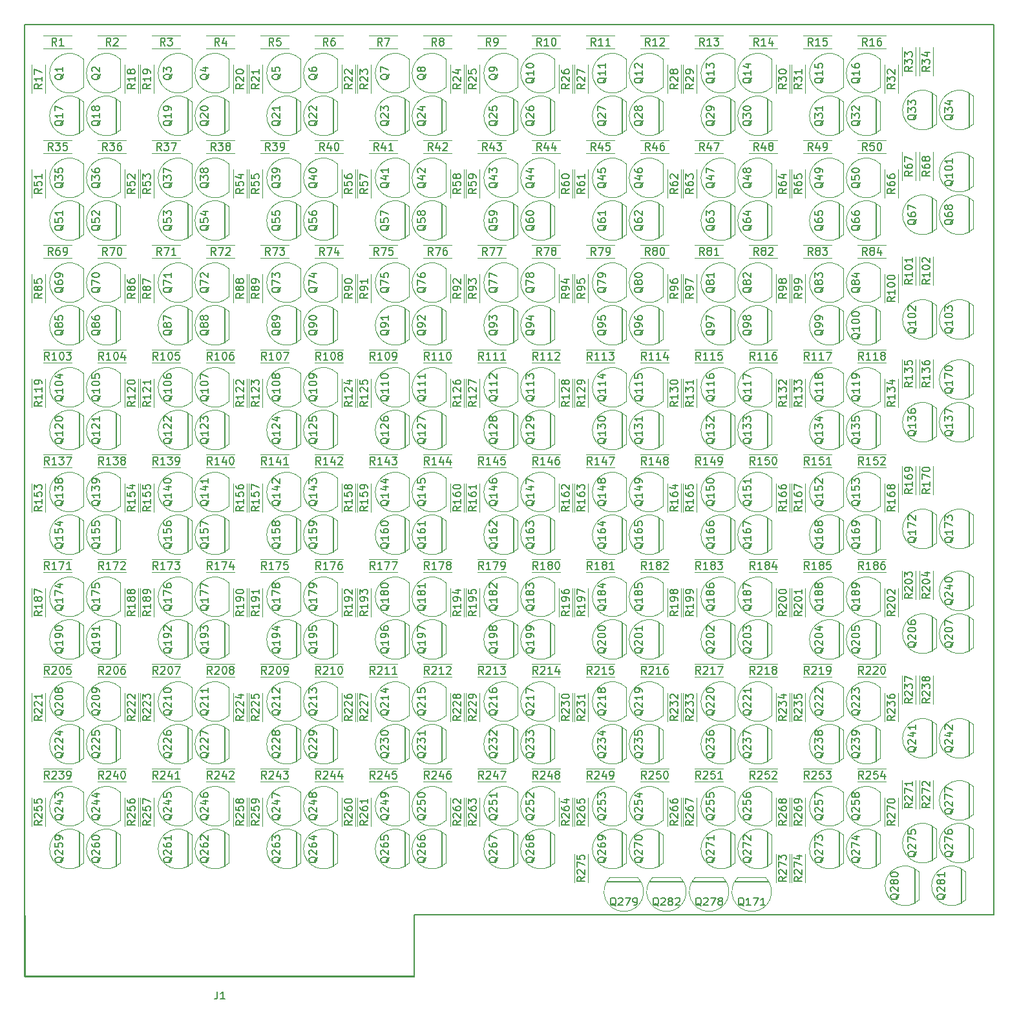
<source format=gbr>
%TF.GenerationSoftware,KiCad,Pcbnew,4.0.7-e2-6376~61~ubuntu18.04.1*%
%TF.CreationDate,2020-08-28T19:40:58+02:00*%
%TF.ProjectId,ram,72616D2E6B696361645F706362000000,rev?*%
%TF.FileFunction,Legend,Top*%
%FSLAX46Y46*%
G04 Gerber Fmt 4.6, Leading zero omitted, Abs format (unit mm)*
G04 Created by KiCad (PCBNEW 4.0.7-e2-6376~61~ubuntu18.04.1) date Fri Aug 28 19:40:58 2020*
%MOMM*%
%LPD*%
G01*
G04 APERTURE LIST*
%ADD10C,0.100000*%
%ADD11C,0.150000*%
%ADD12C,0.120000*%
G04 APERTURE END LIST*
D10*
D11*
X79756000Y-150622000D02*
X80264000Y-150622000D01*
X79756000Y-158673800D02*
X79756000Y-150622000D01*
X28702000Y-158673800D02*
X79756000Y-158673800D01*
X28702000Y-151130000D02*
X28702000Y-158673800D01*
X127000000Y-150622000D02*
X80264000Y-150622000D01*
X28702000Y-34036000D02*
X28702000Y-151130000D01*
X28956000Y-34036000D02*
X28702000Y-34036000D01*
X155702000Y-34036000D02*
X28956000Y-34036000D01*
X155702000Y-116586000D02*
X155702000Y-34036000D01*
X155702000Y-150622000D02*
X155702000Y-116586000D01*
X127000000Y-150622000D02*
X155702000Y-150622000D01*
X109423200Y-146278600D02*
X104952800Y-146278600D01*
D12*
X108988000Y-145724000D02*
X105388000Y-145724000D01*
X109026478Y-145735522D02*
G75*
G02X107188000Y-150174000I-1838478J-1838478D01*
G01*
X105349522Y-145735522D02*
G75*
G03X107188000Y-150174000I1838478J-1838478D01*
G01*
D11*
X120599200Y-146278600D02*
X116128800Y-146278600D01*
D12*
X120164000Y-145724000D02*
X116564000Y-145724000D01*
X120202478Y-145735522D02*
G75*
G02X118364000Y-150174000I-1838478J-1838478D01*
G01*
X116525522Y-145735522D02*
G75*
G03X118364000Y-150174000I1838478J-1838478D01*
G01*
D11*
X79758000Y-158686000D02*
X79758000Y-150686000D01*
X28758000Y-158686000D02*
X28758000Y-150686000D01*
X28758000Y-158686000D02*
X79758000Y-158686000D01*
D12*
X36394000Y-42186000D02*
X36394000Y-38586000D01*
X36382478Y-42224478D02*
G75*
G02X31944000Y-40386000I-1838478J1838478D01*
G01*
X36382478Y-38547522D02*
G75*
G03X31944000Y-40386000I-1838478J-1838478D01*
G01*
X41220000Y-42186000D02*
X41220000Y-38586000D01*
X41208478Y-42224478D02*
G75*
G02X36770000Y-40386000I-1838478J1838478D01*
G01*
X41208478Y-38547522D02*
G75*
G03X36770000Y-40386000I-1838478J-1838478D01*
G01*
X50618000Y-42186000D02*
X50618000Y-38586000D01*
X50606478Y-42224478D02*
G75*
G02X46168000Y-40386000I-1838478J1838478D01*
G01*
X50606478Y-38547522D02*
G75*
G03X46168000Y-40386000I-1838478J-1838478D01*
G01*
X55444000Y-42186000D02*
X55444000Y-38586000D01*
X55432478Y-42224478D02*
G75*
G02X50994000Y-40386000I-1838478J1838478D01*
G01*
X55432478Y-38547522D02*
G75*
G03X50994000Y-40386000I-1838478J-1838478D01*
G01*
X64842000Y-42186000D02*
X64842000Y-38586000D01*
X64830478Y-42224478D02*
G75*
G02X60392000Y-40386000I-1838478J1838478D01*
G01*
X64830478Y-38547522D02*
G75*
G03X60392000Y-40386000I-1838478J-1838478D01*
G01*
X69668000Y-42186000D02*
X69668000Y-38586000D01*
X69656478Y-42224478D02*
G75*
G02X65218000Y-40386000I-1838478J1838478D01*
G01*
X69656478Y-38547522D02*
G75*
G03X65218000Y-40386000I-1838478J-1838478D01*
G01*
X79066000Y-42186000D02*
X79066000Y-38586000D01*
X79054478Y-42224478D02*
G75*
G02X74616000Y-40386000I-1838478J1838478D01*
G01*
X79054478Y-38547522D02*
G75*
G03X74616000Y-40386000I-1838478J-1838478D01*
G01*
X83892000Y-42186000D02*
X83892000Y-38586000D01*
X83880478Y-42224478D02*
G75*
G02X79442000Y-40386000I-1838478J1838478D01*
G01*
X83880478Y-38547522D02*
G75*
G03X79442000Y-40386000I-1838478J-1838478D01*
G01*
X93290000Y-42186000D02*
X93290000Y-38586000D01*
X93278478Y-42224478D02*
G75*
G02X88840000Y-40386000I-1838478J1838478D01*
G01*
X93278478Y-38547522D02*
G75*
G03X88840000Y-40386000I-1838478J-1838478D01*
G01*
X98116000Y-42186000D02*
X98116000Y-38586000D01*
X98104478Y-42224478D02*
G75*
G02X93666000Y-40386000I-1838478J1838478D01*
G01*
X98104478Y-38547522D02*
G75*
G03X93666000Y-40386000I-1838478J-1838478D01*
G01*
X107514000Y-42186000D02*
X107514000Y-38586000D01*
X107502478Y-42224478D02*
G75*
G02X103064000Y-40386000I-1838478J1838478D01*
G01*
X107502478Y-38547522D02*
G75*
G03X103064000Y-40386000I-1838478J-1838478D01*
G01*
X112340000Y-42186000D02*
X112340000Y-38586000D01*
X112328478Y-42224478D02*
G75*
G02X107890000Y-40386000I-1838478J1838478D01*
G01*
X112328478Y-38547522D02*
G75*
G03X107890000Y-40386000I-1838478J-1838478D01*
G01*
X121738000Y-42186000D02*
X121738000Y-38586000D01*
X121726478Y-42224478D02*
G75*
G02X117288000Y-40386000I-1838478J1838478D01*
G01*
X121726478Y-38547522D02*
G75*
G03X117288000Y-40386000I-1838478J-1838478D01*
G01*
X126564000Y-42186000D02*
X126564000Y-38586000D01*
X126552478Y-42224478D02*
G75*
G02X122114000Y-40386000I-1838478J1838478D01*
G01*
X126552478Y-38547522D02*
G75*
G03X122114000Y-40386000I-1838478J-1838478D01*
G01*
X135962000Y-42186000D02*
X135962000Y-38586000D01*
X135950478Y-42224478D02*
G75*
G02X131512000Y-40386000I-1838478J1838478D01*
G01*
X135950478Y-38547522D02*
G75*
G03X131512000Y-40386000I-1838478J-1838478D01*
G01*
X140788000Y-42186000D02*
X140788000Y-38586000D01*
X140776478Y-42224478D02*
G75*
G02X136338000Y-40386000I-1838478J1838478D01*
G01*
X140776478Y-38547522D02*
G75*
G03X136338000Y-40386000I-1838478J-1838478D01*
G01*
D11*
X35839400Y-48209200D02*
X35839400Y-43738800D01*
D12*
X36394000Y-47774000D02*
X36394000Y-44174000D01*
X36382478Y-47812478D02*
G75*
G02X31944000Y-45974000I-1838478J1838478D01*
G01*
X36382478Y-44135522D02*
G75*
G03X31944000Y-45974000I-1838478J-1838478D01*
G01*
D11*
X40665400Y-48209200D02*
X40665400Y-43738800D01*
D12*
X41220000Y-47774000D02*
X41220000Y-44174000D01*
X41208478Y-47812478D02*
G75*
G02X36770000Y-45974000I-1838478J1838478D01*
G01*
X41208478Y-44135522D02*
G75*
G03X36770000Y-45974000I-1838478J-1838478D01*
G01*
D11*
X50063400Y-48209200D02*
X50063400Y-43738800D01*
D12*
X50618000Y-47774000D02*
X50618000Y-44174000D01*
X50606478Y-47812478D02*
G75*
G02X46168000Y-45974000I-1838478J1838478D01*
G01*
X50606478Y-44135522D02*
G75*
G03X46168000Y-45974000I-1838478J-1838478D01*
G01*
D11*
X54889400Y-48209200D02*
X54889400Y-43738800D01*
D12*
X55444000Y-47774000D02*
X55444000Y-44174000D01*
X55432478Y-47812478D02*
G75*
G02X50994000Y-45974000I-1838478J1838478D01*
G01*
X55432478Y-44135522D02*
G75*
G03X50994000Y-45974000I-1838478J-1838478D01*
G01*
D11*
X64287400Y-48209200D02*
X64287400Y-43738800D01*
D12*
X64842000Y-47774000D02*
X64842000Y-44174000D01*
X64830478Y-47812478D02*
G75*
G02X60392000Y-45974000I-1838478J1838478D01*
G01*
X64830478Y-44135522D02*
G75*
G03X60392000Y-45974000I-1838478J-1838478D01*
G01*
D11*
X69113400Y-48209200D02*
X69113400Y-43738800D01*
D12*
X69668000Y-47774000D02*
X69668000Y-44174000D01*
X69656478Y-47812478D02*
G75*
G02X65218000Y-45974000I-1838478J1838478D01*
G01*
X69656478Y-44135522D02*
G75*
G03X65218000Y-45974000I-1838478J-1838478D01*
G01*
D11*
X78511400Y-48209200D02*
X78511400Y-43738800D01*
D12*
X79066000Y-47774000D02*
X79066000Y-44174000D01*
X79054478Y-47812478D02*
G75*
G02X74616000Y-45974000I-1838478J1838478D01*
G01*
X79054478Y-44135522D02*
G75*
G03X74616000Y-45974000I-1838478J-1838478D01*
G01*
D11*
X83337400Y-48209200D02*
X83337400Y-43738800D01*
D12*
X83892000Y-47774000D02*
X83892000Y-44174000D01*
X83880478Y-47812478D02*
G75*
G02X79442000Y-45974000I-1838478J1838478D01*
G01*
X83880478Y-44135522D02*
G75*
G03X79442000Y-45974000I-1838478J-1838478D01*
G01*
D11*
X92735400Y-48209200D02*
X92735400Y-43738800D01*
D12*
X93290000Y-47774000D02*
X93290000Y-44174000D01*
X93278478Y-47812478D02*
G75*
G02X88840000Y-45974000I-1838478J1838478D01*
G01*
X93278478Y-44135522D02*
G75*
G03X88840000Y-45974000I-1838478J-1838478D01*
G01*
D11*
X97561400Y-48209200D02*
X97561400Y-43738800D01*
D12*
X98116000Y-47774000D02*
X98116000Y-44174000D01*
X98104478Y-47812478D02*
G75*
G02X93666000Y-45974000I-1838478J1838478D01*
G01*
X98104478Y-44135522D02*
G75*
G03X93666000Y-45974000I-1838478J-1838478D01*
G01*
D11*
X106959400Y-48209200D02*
X106959400Y-43738800D01*
D12*
X107514000Y-47774000D02*
X107514000Y-44174000D01*
X107502478Y-47812478D02*
G75*
G02X103064000Y-45974000I-1838478J1838478D01*
G01*
X107502478Y-44135522D02*
G75*
G03X103064000Y-45974000I-1838478J-1838478D01*
G01*
D11*
X111785400Y-48209200D02*
X111785400Y-43738800D01*
D12*
X112340000Y-47774000D02*
X112340000Y-44174000D01*
X112328478Y-47812478D02*
G75*
G02X107890000Y-45974000I-1838478J1838478D01*
G01*
X112328478Y-44135522D02*
G75*
G03X107890000Y-45974000I-1838478J-1838478D01*
G01*
D11*
X121183400Y-48209200D02*
X121183400Y-43738800D01*
D12*
X121738000Y-47774000D02*
X121738000Y-44174000D01*
X121726478Y-47812478D02*
G75*
G02X117288000Y-45974000I-1838478J1838478D01*
G01*
X121726478Y-44135522D02*
G75*
G03X117288000Y-45974000I-1838478J-1838478D01*
G01*
D11*
X126009400Y-48209200D02*
X126009400Y-43738800D01*
D12*
X126564000Y-47774000D02*
X126564000Y-44174000D01*
X126552478Y-47812478D02*
G75*
G02X122114000Y-45974000I-1838478J1838478D01*
G01*
X126552478Y-44135522D02*
G75*
G03X122114000Y-45974000I-1838478J-1838478D01*
G01*
D11*
X135407400Y-48209200D02*
X135407400Y-43738800D01*
D12*
X135962000Y-47774000D02*
X135962000Y-44174000D01*
X135950478Y-47812478D02*
G75*
G02X131512000Y-45974000I-1838478J1838478D01*
G01*
X135950478Y-44135522D02*
G75*
G03X131512000Y-45974000I-1838478J-1838478D01*
G01*
D11*
X140233400Y-48209200D02*
X140233400Y-43738800D01*
D12*
X140788000Y-47774000D02*
X140788000Y-44174000D01*
X140776478Y-47812478D02*
G75*
G02X136338000Y-45974000I-1838478J1838478D01*
G01*
X140776478Y-44135522D02*
G75*
G03X136338000Y-45974000I-1838478J-1838478D01*
G01*
D11*
X147599400Y-47447200D02*
X147599400Y-42976800D01*
D12*
X148154000Y-47012000D02*
X148154000Y-43412000D01*
X148142478Y-47050478D02*
G75*
G02X143704000Y-45212000I-1838478J1838478D01*
G01*
X148142478Y-43373522D02*
G75*
G03X143704000Y-45212000I-1838478J-1838478D01*
G01*
D11*
X152425400Y-47447200D02*
X152425400Y-42976800D01*
D12*
X152980000Y-47012000D02*
X152980000Y-43412000D01*
X152968478Y-47050478D02*
G75*
G02X148530000Y-45212000I-1838478J1838478D01*
G01*
X152968478Y-43373522D02*
G75*
G03X148530000Y-45212000I-1838478J-1838478D01*
G01*
X36394000Y-55902000D02*
X36394000Y-52302000D01*
X36382478Y-55940478D02*
G75*
G02X31944000Y-54102000I-1838478J1838478D01*
G01*
X36382478Y-52263522D02*
G75*
G03X31944000Y-54102000I-1838478J-1838478D01*
G01*
X41220000Y-55902000D02*
X41220000Y-52302000D01*
X41208478Y-55940478D02*
G75*
G02X36770000Y-54102000I-1838478J1838478D01*
G01*
X41208478Y-52263522D02*
G75*
G03X36770000Y-54102000I-1838478J-1838478D01*
G01*
X50618000Y-55902000D02*
X50618000Y-52302000D01*
X50606478Y-55940478D02*
G75*
G02X46168000Y-54102000I-1838478J1838478D01*
G01*
X50606478Y-52263522D02*
G75*
G03X46168000Y-54102000I-1838478J-1838478D01*
G01*
X55444000Y-55902000D02*
X55444000Y-52302000D01*
X55432478Y-55940478D02*
G75*
G02X50994000Y-54102000I-1838478J1838478D01*
G01*
X55432478Y-52263522D02*
G75*
G03X50994000Y-54102000I-1838478J-1838478D01*
G01*
X64842000Y-55902000D02*
X64842000Y-52302000D01*
X64830478Y-55940478D02*
G75*
G02X60392000Y-54102000I-1838478J1838478D01*
G01*
X64830478Y-52263522D02*
G75*
G03X60392000Y-54102000I-1838478J-1838478D01*
G01*
X69668000Y-55902000D02*
X69668000Y-52302000D01*
X69656478Y-55940478D02*
G75*
G02X65218000Y-54102000I-1838478J1838478D01*
G01*
X69656478Y-52263522D02*
G75*
G03X65218000Y-54102000I-1838478J-1838478D01*
G01*
X79066000Y-55902000D02*
X79066000Y-52302000D01*
X79054478Y-55940478D02*
G75*
G02X74616000Y-54102000I-1838478J1838478D01*
G01*
X79054478Y-52263522D02*
G75*
G03X74616000Y-54102000I-1838478J-1838478D01*
G01*
X83892000Y-55902000D02*
X83892000Y-52302000D01*
X83880478Y-55940478D02*
G75*
G02X79442000Y-54102000I-1838478J1838478D01*
G01*
X83880478Y-52263522D02*
G75*
G03X79442000Y-54102000I-1838478J-1838478D01*
G01*
X93290000Y-55902000D02*
X93290000Y-52302000D01*
X93278478Y-55940478D02*
G75*
G02X88840000Y-54102000I-1838478J1838478D01*
G01*
X93278478Y-52263522D02*
G75*
G03X88840000Y-54102000I-1838478J-1838478D01*
G01*
X98116000Y-55902000D02*
X98116000Y-52302000D01*
X98104478Y-55940478D02*
G75*
G02X93666000Y-54102000I-1838478J1838478D01*
G01*
X98104478Y-52263522D02*
G75*
G03X93666000Y-54102000I-1838478J-1838478D01*
G01*
X107514000Y-55902000D02*
X107514000Y-52302000D01*
X107502478Y-55940478D02*
G75*
G02X103064000Y-54102000I-1838478J1838478D01*
G01*
X107502478Y-52263522D02*
G75*
G03X103064000Y-54102000I-1838478J-1838478D01*
G01*
X112340000Y-55902000D02*
X112340000Y-52302000D01*
X112328478Y-55940478D02*
G75*
G02X107890000Y-54102000I-1838478J1838478D01*
G01*
X112328478Y-52263522D02*
G75*
G03X107890000Y-54102000I-1838478J-1838478D01*
G01*
X121738000Y-55902000D02*
X121738000Y-52302000D01*
X121726478Y-55940478D02*
G75*
G02X117288000Y-54102000I-1838478J1838478D01*
G01*
X121726478Y-52263522D02*
G75*
G03X117288000Y-54102000I-1838478J-1838478D01*
G01*
X126564000Y-55902000D02*
X126564000Y-52302000D01*
X126552478Y-55940478D02*
G75*
G02X122114000Y-54102000I-1838478J1838478D01*
G01*
X126552478Y-52263522D02*
G75*
G03X122114000Y-54102000I-1838478J-1838478D01*
G01*
X135962000Y-55902000D02*
X135962000Y-52302000D01*
X135950478Y-55940478D02*
G75*
G02X131512000Y-54102000I-1838478J1838478D01*
G01*
X135950478Y-52263522D02*
G75*
G03X131512000Y-54102000I-1838478J-1838478D01*
G01*
X140788000Y-55902000D02*
X140788000Y-52302000D01*
X140776478Y-55940478D02*
G75*
G02X136338000Y-54102000I-1838478J1838478D01*
G01*
X140776478Y-52263522D02*
G75*
G03X136338000Y-54102000I-1838478J-1838478D01*
G01*
D11*
X35839400Y-61925200D02*
X35839400Y-57454800D01*
D12*
X36394000Y-61490000D02*
X36394000Y-57890000D01*
X36382478Y-61528478D02*
G75*
G02X31944000Y-59690000I-1838478J1838478D01*
G01*
X36382478Y-57851522D02*
G75*
G03X31944000Y-59690000I-1838478J-1838478D01*
G01*
D11*
X40665400Y-61925200D02*
X40665400Y-57454800D01*
D12*
X41220000Y-61490000D02*
X41220000Y-57890000D01*
X41208478Y-61528478D02*
G75*
G02X36770000Y-59690000I-1838478J1838478D01*
G01*
X41208478Y-57851522D02*
G75*
G03X36770000Y-59690000I-1838478J-1838478D01*
G01*
D11*
X50063400Y-61925200D02*
X50063400Y-57454800D01*
D12*
X50618000Y-61490000D02*
X50618000Y-57890000D01*
X50606478Y-61528478D02*
G75*
G02X46168000Y-59690000I-1838478J1838478D01*
G01*
X50606478Y-57851522D02*
G75*
G03X46168000Y-59690000I-1838478J-1838478D01*
G01*
D11*
X54889400Y-61925200D02*
X54889400Y-57454800D01*
D12*
X55444000Y-61490000D02*
X55444000Y-57890000D01*
X55432478Y-61528478D02*
G75*
G02X50994000Y-59690000I-1838478J1838478D01*
G01*
X55432478Y-57851522D02*
G75*
G03X50994000Y-59690000I-1838478J-1838478D01*
G01*
D11*
X64287400Y-61925200D02*
X64287400Y-57454800D01*
D12*
X64842000Y-61490000D02*
X64842000Y-57890000D01*
X64830478Y-61528478D02*
G75*
G02X60392000Y-59690000I-1838478J1838478D01*
G01*
X64830478Y-57851522D02*
G75*
G03X60392000Y-59690000I-1838478J-1838478D01*
G01*
D11*
X69113400Y-61925200D02*
X69113400Y-57454800D01*
D12*
X69668000Y-61490000D02*
X69668000Y-57890000D01*
X69656478Y-61528478D02*
G75*
G02X65218000Y-59690000I-1838478J1838478D01*
G01*
X69656478Y-57851522D02*
G75*
G03X65218000Y-59690000I-1838478J-1838478D01*
G01*
D11*
X78511400Y-61925200D02*
X78511400Y-57454800D01*
D12*
X79066000Y-61490000D02*
X79066000Y-57890000D01*
X79054478Y-61528478D02*
G75*
G02X74616000Y-59690000I-1838478J1838478D01*
G01*
X79054478Y-57851522D02*
G75*
G03X74616000Y-59690000I-1838478J-1838478D01*
G01*
D11*
X83337400Y-61925200D02*
X83337400Y-57454800D01*
D12*
X83892000Y-61490000D02*
X83892000Y-57890000D01*
X83880478Y-61528478D02*
G75*
G02X79442000Y-59690000I-1838478J1838478D01*
G01*
X83880478Y-57851522D02*
G75*
G03X79442000Y-59690000I-1838478J-1838478D01*
G01*
D11*
X92735400Y-61925200D02*
X92735400Y-57454800D01*
D12*
X93290000Y-61490000D02*
X93290000Y-57890000D01*
X93278478Y-61528478D02*
G75*
G02X88840000Y-59690000I-1838478J1838478D01*
G01*
X93278478Y-57851522D02*
G75*
G03X88840000Y-59690000I-1838478J-1838478D01*
G01*
D11*
X97561400Y-61925200D02*
X97561400Y-57454800D01*
D12*
X98116000Y-61490000D02*
X98116000Y-57890000D01*
X98104478Y-61528478D02*
G75*
G02X93666000Y-59690000I-1838478J1838478D01*
G01*
X98104478Y-57851522D02*
G75*
G03X93666000Y-59690000I-1838478J-1838478D01*
G01*
D11*
X106959400Y-61925200D02*
X106959400Y-57454800D01*
D12*
X107514000Y-61490000D02*
X107514000Y-57890000D01*
X107502478Y-61528478D02*
G75*
G02X103064000Y-59690000I-1838478J1838478D01*
G01*
X107502478Y-57851522D02*
G75*
G03X103064000Y-59690000I-1838478J-1838478D01*
G01*
D11*
X111785400Y-61925200D02*
X111785400Y-57454800D01*
D12*
X112340000Y-61490000D02*
X112340000Y-57890000D01*
X112328478Y-61528478D02*
G75*
G02X107890000Y-59690000I-1838478J1838478D01*
G01*
X112328478Y-57851522D02*
G75*
G03X107890000Y-59690000I-1838478J-1838478D01*
G01*
D11*
X121183400Y-61925200D02*
X121183400Y-57454800D01*
D12*
X121738000Y-61490000D02*
X121738000Y-57890000D01*
X121726478Y-61528478D02*
G75*
G02X117288000Y-59690000I-1838478J1838478D01*
G01*
X121726478Y-57851522D02*
G75*
G03X117288000Y-59690000I-1838478J-1838478D01*
G01*
D11*
X126009400Y-61925200D02*
X126009400Y-57454800D01*
D12*
X126564000Y-61490000D02*
X126564000Y-57890000D01*
X126552478Y-61528478D02*
G75*
G02X122114000Y-59690000I-1838478J1838478D01*
G01*
X126552478Y-57851522D02*
G75*
G03X122114000Y-59690000I-1838478J-1838478D01*
G01*
D11*
X135407400Y-61925200D02*
X135407400Y-57454800D01*
D12*
X135962000Y-61490000D02*
X135962000Y-57890000D01*
X135950478Y-61528478D02*
G75*
G02X131512000Y-59690000I-1838478J1838478D01*
G01*
X135950478Y-57851522D02*
G75*
G03X131512000Y-59690000I-1838478J-1838478D01*
G01*
D11*
X140233400Y-61925200D02*
X140233400Y-57454800D01*
D12*
X140788000Y-61490000D02*
X140788000Y-57890000D01*
X140776478Y-61528478D02*
G75*
G02X136338000Y-59690000I-1838478J1838478D01*
G01*
X140776478Y-57851522D02*
G75*
G03X136338000Y-59690000I-1838478J-1838478D01*
G01*
D11*
X147599400Y-61163200D02*
X147599400Y-56692800D01*
D12*
X148154000Y-60728000D02*
X148154000Y-57128000D01*
X148142478Y-60766478D02*
G75*
G02X143704000Y-58928000I-1838478J1838478D01*
G01*
X148142478Y-57089522D02*
G75*
G03X143704000Y-58928000I-1838478J-1838478D01*
G01*
D11*
X152425400Y-61163200D02*
X152425400Y-56692800D01*
D12*
X152980000Y-60728000D02*
X152980000Y-57128000D01*
X152968478Y-60766478D02*
G75*
G02X148530000Y-58928000I-1838478J1838478D01*
G01*
X152968478Y-57089522D02*
G75*
G03X148530000Y-58928000I-1838478J-1838478D01*
G01*
X36394000Y-69618000D02*
X36394000Y-66018000D01*
X36382478Y-69656478D02*
G75*
G02X31944000Y-67818000I-1838478J1838478D01*
G01*
X36382478Y-65979522D02*
G75*
G03X31944000Y-67818000I-1838478J-1838478D01*
G01*
X41220000Y-69618000D02*
X41220000Y-66018000D01*
X41208478Y-69656478D02*
G75*
G02X36770000Y-67818000I-1838478J1838478D01*
G01*
X41208478Y-65979522D02*
G75*
G03X36770000Y-67818000I-1838478J-1838478D01*
G01*
X50618000Y-69618000D02*
X50618000Y-66018000D01*
X50606478Y-69656478D02*
G75*
G02X46168000Y-67818000I-1838478J1838478D01*
G01*
X50606478Y-65979522D02*
G75*
G03X46168000Y-67818000I-1838478J-1838478D01*
G01*
X55444000Y-69618000D02*
X55444000Y-66018000D01*
X55432478Y-69656478D02*
G75*
G02X50994000Y-67818000I-1838478J1838478D01*
G01*
X55432478Y-65979522D02*
G75*
G03X50994000Y-67818000I-1838478J-1838478D01*
G01*
X64842000Y-69618000D02*
X64842000Y-66018000D01*
X64830478Y-69656478D02*
G75*
G02X60392000Y-67818000I-1838478J1838478D01*
G01*
X64830478Y-65979522D02*
G75*
G03X60392000Y-67818000I-1838478J-1838478D01*
G01*
X69668000Y-69618000D02*
X69668000Y-66018000D01*
X69656478Y-69656478D02*
G75*
G02X65218000Y-67818000I-1838478J1838478D01*
G01*
X69656478Y-65979522D02*
G75*
G03X65218000Y-67818000I-1838478J-1838478D01*
G01*
X79066000Y-69618000D02*
X79066000Y-66018000D01*
X79054478Y-69656478D02*
G75*
G02X74616000Y-67818000I-1838478J1838478D01*
G01*
X79054478Y-65979522D02*
G75*
G03X74616000Y-67818000I-1838478J-1838478D01*
G01*
X83892000Y-69618000D02*
X83892000Y-66018000D01*
X83880478Y-69656478D02*
G75*
G02X79442000Y-67818000I-1838478J1838478D01*
G01*
X83880478Y-65979522D02*
G75*
G03X79442000Y-67818000I-1838478J-1838478D01*
G01*
X93290000Y-69618000D02*
X93290000Y-66018000D01*
X93278478Y-69656478D02*
G75*
G02X88840000Y-67818000I-1838478J1838478D01*
G01*
X93278478Y-65979522D02*
G75*
G03X88840000Y-67818000I-1838478J-1838478D01*
G01*
X98116000Y-69618000D02*
X98116000Y-66018000D01*
X98104478Y-69656478D02*
G75*
G02X93666000Y-67818000I-1838478J1838478D01*
G01*
X98104478Y-65979522D02*
G75*
G03X93666000Y-67818000I-1838478J-1838478D01*
G01*
X107514000Y-69618000D02*
X107514000Y-66018000D01*
X107502478Y-69656478D02*
G75*
G02X103064000Y-67818000I-1838478J1838478D01*
G01*
X107502478Y-65979522D02*
G75*
G03X103064000Y-67818000I-1838478J-1838478D01*
G01*
X112340000Y-69618000D02*
X112340000Y-66018000D01*
X112328478Y-69656478D02*
G75*
G02X107890000Y-67818000I-1838478J1838478D01*
G01*
X112328478Y-65979522D02*
G75*
G03X107890000Y-67818000I-1838478J-1838478D01*
G01*
X121738000Y-69618000D02*
X121738000Y-66018000D01*
X121726478Y-69656478D02*
G75*
G02X117288000Y-67818000I-1838478J1838478D01*
G01*
X121726478Y-65979522D02*
G75*
G03X117288000Y-67818000I-1838478J-1838478D01*
G01*
X126564000Y-69618000D02*
X126564000Y-66018000D01*
X126552478Y-69656478D02*
G75*
G02X122114000Y-67818000I-1838478J1838478D01*
G01*
X126552478Y-65979522D02*
G75*
G03X122114000Y-67818000I-1838478J-1838478D01*
G01*
X135962000Y-69618000D02*
X135962000Y-66018000D01*
X135950478Y-69656478D02*
G75*
G02X131512000Y-67818000I-1838478J1838478D01*
G01*
X135950478Y-65979522D02*
G75*
G03X131512000Y-67818000I-1838478J-1838478D01*
G01*
X140788000Y-69618000D02*
X140788000Y-66018000D01*
X140776478Y-69656478D02*
G75*
G02X136338000Y-67818000I-1838478J1838478D01*
G01*
X140776478Y-65979522D02*
G75*
G03X136338000Y-67818000I-1838478J-1838478D01*
G01*
D11*
X35839400Y-75641200D02*
X35839400Y-71170800D01*
D12*
X36394000Y-75206000D02*
X36394000Y-71606000D01*
X36382478Y-75244478D02*
G75*
G02X31944000Y-73406000I-1838478J1838478D01*
G01*
X36382478Y-71567522D02*
G75*
G03X31944000Y-73406000I-1838478J-1838478D01*
G01*
D11*
X40665400Y-75641200D02*
X40665400Y-71170800D01*
D12*
X41220000Y-75206000D02*
X41220000Y-71606000D01*
X41208478Y-75244478D02*
G75*
G02X36770000Y-73406000I-1838478J1838478D01*
G01*
X41208478Y-71567522D02*
G75*
G03X36770000Y-73406000I-1838478J-1838478D01*
G01*
D11*
X50063400Y-75641200D02*
X50063400Y-71170800D01*
D12*
X50618000Y-75206000D02*
X50618000Y-71606000D01*
X50606478Y-75244478D02*
G75*
G02X46168000Y-73406000I-1838478J1838478D01*
G01*
X50606478Y-71567522D02*
G75*
G03X46168000Y-73406000I-1838478J-1838478D01*
G01*
D11*
X54889400Y-75641200D02*
X54889400Y-71170800D01*
D12*
X55444000Y-75206000D02*
X55444000Y-71606000D01*
X55432478Y-75244478D02*
G75*
G02X50994000Y-73406000I-1838478J1838478D01*
G01*
X55432478Y-71567522D02*
G75*
G03X50994000Y-73406000I-1838478J-1838478D01*
G01*
D11*
X64287400Y-75641200D02*
X64287400Y-71170800D01*
D12*
X64842000Y-75206000D02*
X64842000Y-71606000D01*
X64830478Y-75244478D02*
G75*
G02X60392000Y-73406000I-1838478J1838478D01*
G01*
X64830478Y-71567522D02*
G75*
G03X60392000Y-73406000I-1838478J-1838478D01*
G01*
D11*
X69113400Y-75641200D02*
X69113400Y-71170800D01*
D12*
X69668000Y-75206000D02*
X69668000Y-71606000D01*
X69656478Y-75244478D02*
G75*
G02X65218000Y-73406000I-1838478J1838478D01*
G01*
X69656478Y-71567522D02*
G75*
G03X65218000Y-73406000I-1838478J-1838478D01*
G01*
D11*
X78511400Y-75641200D02*
X78511400Y-71170800D01*
D12*
X79066000Y-75206000D02*
X79066000Y-71606000D01*
X79054478Y-75244478D02*
G75*
G02X74616000Y-73406000I-1838478J1838478D01*
G01*
X79054478Y-71567522D02*
G75*
G03X74616000Y-73406000I-1838478J-1838478D01*
G01*
D11*
X83337400Y-75641200D02*
X83337400Y-71170800D01*
D12*
X83892000Y-75206000D02*
X83892000Y-71606000D01*
X83880478Y-75244478D02*
G75*
G02X79442000Y-73406000I-1838478J1838478D01*
G01*
X83880478Y-71567522D02*
G75*
G03X79442000Y-73406000I-1838478J-1838478D01*
G01*
D11*
X92735400Y-75641200D02*
X92735400Y-71170800D01*
D12*
X93290000Y-75206000D02*
X93290000Y-71606000D01*
X93278478Y-75244478D02*
G75*
G02X88840000Y-73406000I-1838478J1838478D01*
G01*
X93278478Y-71567522D02*
G75*
G03X88840000Y-73406000I-1838478J-1838478D01*
G01*
D11*
X97561400Y-75641200D02*
X97561400Y-71170800D01*
D12*
X98116000Y-75206000D02*
X98116000Y-71606000D01*
X98104478Y-75244478D02*
G75*
G02X93666000Y-73406000I-1838478J1838478D01*
G01*
X98104478Y-71567522D02*
G75*
G03X93666000Y-73406000I-1838478J-1838478D01*
G01*
D11*
X106959400Y-75641200D02*
X106959400Y-71170800D01*
D12*
X107514000Y-75206000D02*
X107514000Y-71606000D01*
X107502478Y-75244478D02*
G75*
G02X103064000Y-73406000I-1838478J1838478D01*
G01*
X107502478Y-71567522D02*
G75*
G03X103064000Y-73406000I-1838478J-1838478D01*
G01*
D11*
X111785400Y-75641200D02*
X111785400Y-71170800D01*
D12*
X112340000Y-75206000D02*
X112340000Y-71606000D01*
X112328478Y-75244478D02*
G75*
G02X107890000Y-73406000I-1838478J1838478D01*
G01*
X112328478Y-71567522D02*
G75*
G03X107890000Y-73406000I-1838478J-1838478D01*
G01*
D11*
X121183400Y-75641200D02*
X121183400Y-71170800D01*
D12*
X121738000Y-75206000D02*
X121738000Y-71606000D01*
X121726478Y-75244478D02*
G75*
G02X117288000Y-73406000I-1838478J1838478D01*
G01*
X121726478Y-71567522D02*
G75*
G03X117288000Y-73406000I-1838478J-1838478D01*
G01*
D11*
X126009400Y-75641200D02*
X126009400Y-71170800D01*
D12*
X126564000Y-75206000D02*
X126564000Y-71606000D01*
X126552478Y-75244478D02*
G75*
G02X122114000Y-73406000I-1838478J1838478D01*
G01*
X126552478Y-71567522D02*
G75*
G03X122114000Y-73406000I-1838478J-1838478D01*
G01*
D11*
X135407400Y-75641200D02*
X135407400Y-71170800D01*
D12*
X135962000Y-75206000D02*
X135962000Y-71606000D01*
X135950478Y-75244478D02*
G75*
G02X131512000Y-73406000I-1838478J1838478D01*
G01*
X135950478Y-71567522D02*
G75*
G03X131512000Y-73406000I-1838478J-1838478D01*
G01*
D11*
X140233400Y-75641200D02*
X140233400Y-71170800D01*
D12*
X140788000Y-75206000D02*
X140788000Y-71606000D01*
X140776478Y-75244478D02*
G75*
G02X136338000Y-73406000I-1838478J1838478D01*
G01*
X140776478Y-71567522D02*
G75*
G03X136338000Y-73406000I-1838478J-1838478D01*
G01*
D11*
X152425400Y-55575200D02*
X152425400Y-51104800D01*
D12*
X152980000Y-55140000D02*
X152980000Y-51540000D01*
X152968478Y-55178478D02*
G75*
G02X148530000Y-53340000I-1838478J1838478D01*
G01*
X152968478Y-51501522D02*
G75*
G03X148530000Y-53340000I-1838478J-1838478D01*
G01*
D11*
X147599400Y-74879200D02*
X147599400Y-70408800D01*
D12*
X148154000Y-74444000D02*
X148154000Y-70844000D01*
X148142478Y-74482478D02*
G75*
G02X143704000Y-72644000I-1838478J1838478D01*
G01*
X148142478Y-70805522D02*
G75*
G03X143704000Y-72644000I-1838478J-1838478D01*
G01*
D11*
X152425400Y-74879200D02*
X152425400Y-70408800D01*
D12*
X152980000Y-74444000D02*
X152980000Y-70844000D01*
X152968478Y-74482478D02*
G75*
G02X148530000Y-72644000I-1838478J1838478D01*
G01*
X152968478Y-70805522D02*
G75*
G03X148530000Y-72644000I-1838478J-1838478D01*
G01*
X36394000Y-83334000D02*
X36394000Y-79734000D01*
X36382478Y-83372478D02*
G75*
G02X31944000Y-81534000I-1838478J1838478D01*
G01*
X36382478Y-79695522D02*
G75*
G03X31944000Y-81534000I-1838478J-1838478D01*
G01*
X41220000Y-83334000D02*
X41220000Y-79734000D01*
X41208478Y-83372478D02*
G75*
G02X36770000Y-81534000I-1838478J1838478D01*
G01*
X41208478Y-79695522D02*
G75*
G03X36770000Y-81534000I-1838478J-1838478D01*
G01*
X50618000Y-83334000D02*
X50618000Y-79734000D01*
X50606478Y-83372478D02*
G75*
G02X46168000Y-81534000I-1838478J1838478D01*
G01*
X50606478Y-79695522D02*
G75*
G03X46168000Y-81534000I-1838478J-1838478D01*
G01*
X55444000Y-83334000D02*
X55444000Y-79734000D01*
X55432478Y-83372478D02*
G75*
G02X50994000Y-81534000I-1838478J1838478D01*
G01*
X55432478Y-79695522D02*
G75*
G03X50994000Y-81534000I-1838478J-1838478D01*
G01*
X64842000Y-83334000D02*
X64842000Y-79734000D01*
X64830478Y-83372478D02*
G75*
G02X60392000Y-81534000I-1838478J1838478D01*
G01*
X64830478Y-79695522D02*
G75*
G03X60392000Y-81534000I-1838478J-1838478D01*
G01*
X69668000Y-83334000D02*
X69668000Y-79734000D01*
X69656478Y-83372478D02*
G75*
G02X65218000Y-81534000I-1838478J1838478D01*
G01*
X69656478Y-79695522D02*
G75*
G03X65218000Y-81534000I-1838478J-1838478D01*
G01*
X79066000Y-83334000D02*
X79066000Y-79734000D01*
X79054478Y-83372478D02*
G75*
G02X74616000Y-81534000I-1838478J1838478D01*
G01*
X79054478Y-79695522D02*
G75*
G03X74616000Y-81534000I-1838478J-1838478D01*
G01*
X83892000Y-83334000D02*
X83892000Y-79734000D01*
X83880478Y-83372478D02*
G75*
G02X79442000Y-81534000I-1838478J1838478D01*
G01*
X83880478Y-79695522D02*
G75*
G03X79442000Y-81534000I-1838478J-1838478D01*
G01*
X93290000Y-83334000D02*
X93290000Y-79734000D01*
X93278478Y-83372478D02*
G75*
G02X88840000Y-81534000I-1838478J1838478D01*
G01*
X93278478Y-79695522D02*
G75*
G03X88840000Y-81534000I-1838478J-1838478D01*
G01*
X98116000Y-83334000D02*
X98116000Y-79734000D01*
X98104478Y-83372478D02*
G75*
G02X93666000Y-81534000I-1838478J1838478D01*
G01*
X98104478Y-79695522D02*
G75*
G03X93666000Y-81534000I-1838478J-1838478D01*
G01*
X107514000Y-83334000D02*
X107514000Y-79734000D01*
X107502478Y-83372478D02*
G75*
G02X103064000Y-81534000I-1838478J1838478D01*
G01*
X107502478Y-79695522D02*
G75*
G03X103064000Y-81534000I-1838478J-1838478D01*
G01*
X112340000Y-83334000D02*
X112340000Y-79734000D01*
X112328478Y-83372478D02*
G75*
G02X107890000Y-81534000I-1838478J1838478D01*
G01*
X112328478Y-79695522D02*
G75*
G03X107890000Y-81534000I-1838478J-1838478D01*
G01*
X121738000Y-83334000D02*
X121738000Y-79734000D01*
X121726478Y-83372478D02*
G75*
G02X117288000Y-81534000I-1838478J1838478D01*
G01*
X121726478Y-79695522D02*
G75*
G03X117288000Y-81534000I-1838478J-1838478D01*
G01*
X126564000Y-83334000D02*
X126564000Y-79734000D01*
X126552478Y-83372478D02*
G75*
G02X122114000Y-81534000I-1838478J1838478D01*
G01*
X126552478Y-79695522D02*
G75*
G03X122114000Y-81534000I-1838478J-1838478D01*
G01*
X135962000Y-83334000D02*
X135962000Y-79734000D01*
X135950478Y-83372478D02*
G75*
G02X131512000Y-81534000I-1838478J1838478D01*
G01*
X135950478Y-79695522D02*
G75*
G03X131512000Y-81534000I-1838478J-1838478D01*
G01*
X140788000Y-83334000D02*
X140788000Y-79734000D01*
X140776478Y-83372478D02*
G75*
G02X136338000Y-81534000I-1838478J1838478D01*
G01*
X140776478Y-79695522D02*
G75*
G03X136338000Y-81534000I-1838478J-1838478D01*
G01*
D11*
X35839400Y-89357200D02*
X35839400Y-84886800D01*
D12*
X36394000Y-88922000D02*
X36394000Y-85322000D01*
X36382478Y-88960478D02*
G75*
G02X31944000Y-87122000I-1838478J1838478D01*
G01*
X36382478Y-85283522D02*
G75*
G03X31944000Y-87122000I-1838478J-1838478D01*
G01*
D11*
X40665400Y-89357200D02*
X40665400Y-84886800D01*
D12*
X41220000Y-88922000D02*
X41220000Y-85322000D01*
X41208478Y-88960478D02*
G75*
G02X36770000Y-87122000I-1838478J1838478D01*
G01*
X41208478Y-85283522D02*
G75*
G03X36770000Y-87122000I-1838478J-1838478D01*
G01*
D11*
X50063400Y-89357200D02*
X50063400Y-84886800D01*
D12*
X50618000Y-88922000D02*
X50618000Y-85322000D01*
X50606478Y-88960478D02*
G75*
G02X46168000Y-87122000I-1838478J1838478D01*
G01*
X50606478Y-85283522D02*
G75*
G03X46168000Y-87122000I-1838478J-1838478D01*
G01*
D11*
X54889400Y-89357200D02*
X54889400Y-84886800D01*
D12*
X55444000Y-88922000D02*
X55444000Y-85322000D01*
X55432478Y-88960478D02*
G75*
G02X50994000Y-87122000I-1838478J1838478D01*
G01*
X55432478Y-85283522D02*
G75*
G03X50994000Y-87122000I-1838478J-1838478D01*
G01*
D11*
X64287400Y-89357200D02*
X64287400Y-84886800D01*
D12*
X64842000Y-88922000D02*
X64842000Y-85322000D01*
X64830478Y-88960478D02*
G75*
G02X60392000Y-87122000I-1838478J1838478D01*
G01*
X64830478Y-85283522D02*
G75*
G03X60392000Y-87122000I-1838478J-1838478D01*
G01*
D11*
X69113400Y-89357200D02*
X69113400Y-84886800D01*
D12*
X69668000Y-88922000D02*
X69668000Y-85322000D01*
X69656478Y-88960478D02*
G75*
G02X65218000Y-87122000I-1838478J1838478D01*
G01*
X69656478Y-85283522D02*
G75*
G03X65218000Y-87122000I-1838478J-1838478D01*
G01*
D11*
X78511400Y-89357200D02*
X78511400Y-84886800D01*
D12*
X79066000Y-88922000D02*
X79066000Y-85322000D01*
X79054478Y-88960478D02*
G75*
G02X74616000Y-87122000I-1838478J1838478D01*
G01*
X79054478Y-85283522D02*
G75*
G03X74616000Y-87122000I-1838478J-1838478D01*
G01*
D11*
X83337400Y-89357200D02*
X83337400Y-84886800D01*
D12*
X83892000Y-88922000D02*
X83892000Y-85322000D01*
X83880478Y-88960478D02*
G75*
G02X79442000Y-87122000I-1838478J1838478D01*
G01*
X83880478Y-85283522D02*
G75*
G03X79442000Y-87122000I-1838478J-1838478D01*
G01*
D11*
X92735400Y-89357200D02*
X92735400Y-84886800D01*
D12*
X93290000Y-88922000D02*
X93290000Y-85322000D01*
X93278478Y-88960478D02*
G75*
G02X88840000Y-87122000I-1838478J1838478D01*
G01*
X93278478Y-85283522D02*
G75*
G03X88840000Y-87122000I-1838478J-1838478D01*
G01*
D11*
X97561400Y-89357200D02*
X97561400Y-84886800D01*
D12*
X98116000Y-88922000D02*
X98116000Y-85322000D01*
X98104478Y-88960478D02*
G75*
G02X93666000Y-87122000I-1838478J1838478D01*
G01*
X98104478Y-85283522D02*
G75*
G03X93666000Y-87122000I-1838478J-1838478D01*
G01*
D11*
X106959400Y-89357200D02*
X106959400Y-84886800D01*
D12*
X107514000Y-88922000D02*
X107514000Y-85322000D01*
X107502478Y-88960478D02*
G75*
G02X103064000Y-87122000I-1838478J1838478D01*
G01*
X107502478Y-85283522D02*
G75*
G03X103064000Y-87122000I-1838478J-1838478D01*
G01*
D11*
X111785400Y-89357200D02*
X111785400Y-84886800D01*
D12*
X112340000Y-88922000D02*
X112340000Y-85322000D01*
X112328478Y-88960478D02*
G75*
G02X107890000Y-87122000I-1838478J1838478D01*
G01*
X112328478Y-85283522D02*
G75*
G03X107890000Y-87122000I-1838478J-1838478D01*
G01*
D11*
X121183400Y-89357200D02*
X121183400Y-84886800D01*
D12*
X121738000Y-88922000D02*
X121738000Y-85322000D01*
X121726478Y-88960478D02*
G75*
G02X117288000Y-87122000I-1838478J1838478D01*
G01*
X121726478Y-85283522D02*
G75*
G03X117288000Y-87122000I-1838478J-1838478D01*
G01*
D11*
X126009400Y-89357200D02*
X126009400Y-84886800D01*
D12*
X126564000Y-88922000D02*
X126564000Y-85322000D01*
X126552478Y-88960478D02*
G75*
G02X122114000Y-87122000I-1838478J1838478D01*
G01*
X126552478Y-85283522D02*
G75*
G03X122114000Y-87122000I-1838478J-1838478D01*
G01*
D11*
X135407400Y-89357200D02*
X135407400Y-84886800D01*
D12*
X135962000Y-88922000D02*
X135962000Y-85322000D01*
X135950478Y-88960478D02*
G75*
G02X131512000Y-87122000I-1838478J1838478D01*
G01*
X135950478Y-85283522D02*
G75*
G03X131512000Y-87122000I-1838478J-1838478D01*
G01*
D11*
X140233400Y-89357200D02*
X140233400Y-84886800D01*
D12*
X140788000Y-88922000D02*
X140788000Y-85322000D01*
X140776478Y-88960478D02*
G75*
G02X136338000Y-87122000I-1838478J1838478D01*
G01*
X140776478Y-85283522D02*
G75*
G03X136338000Y-87122000I-1838478J-1838478D01*
G01*
D11*
X147599400Y-88341200D02*
X147599400Y-83870800D01*
D12*
X148154000Y-87906000D02*
X148154000Y-84306000D01*
X148142478Y-87944478D02*
G75*
G02X143704000Y-86106000I-1838478J1838478D01*
G01*
X148142478Y-84267522D02*
G75*
G03X143704000Y-86106000I-1838478J-1838478D01*
G01*
D11*
X152425400Y-88341200D02*
X152425400Y-83870800D01*
D12*
X152980000Y-87906000D02*
X152980000Y-84306000D01*
X152968478Y-87944478D02*
G75*
G02X148530000Y-86106000I-1838478J1838478D01*
G01*
X152968478Y-84267522D02*
G75*
G03X148530000Y-86106000I-1838478J-1838478D01*
G01*
X36394000Y-97050000D02*
X36394000Y-93450000D01*
X36382478Y-97088478D02*
G75*
G02X31944000Y-95250000I-1838478J1838478D01*
G01*
X36382478Y-93411522D02*
G75*
G03X31944000Y-95250000I-1838478J-1838478D01*
G01*
X41220000Y-97050000D02*
X41220000Y-93450000D01*
X41208478Y-97088478D02*
G75*
G02X36770000Y-95250000I-1838478J1838478D01*
G01*
X41208478Y-93411522D02*
G75*
G03X36770000Y-95250000I-1838478J-1838478D01*
G01*
X50618000Y-97050000D02*
X50618000Y-93450000D01*
X50606478Y-97088478D02*
G75*
G02X46168000Y-95250000I-1838478J1838478D01*
G01*
X50606478Y-93411522D02*
G75*
G03X46168000Y-95250000I-1838478J-1838478D01*
G01*
X55444000Y-97050000D02*
X55444000Y-93450000D01*
X55432478Y-97088478D02*
G75*
G02X50994000Y-95250000I-1838478J1838478D01*
G01*
X55432478Y-93411522D02*
G75*
G03X50994000Y-95250000I-1838478J-1838478D01*
G01*
X64842000Y-97050000D02*
X64842000Y-93450000D01*
X64830478Y-97088478D02*
G75*
G02X60392000Y-95250000I-1838478J1838478D01*
G01*
X64830478Y-93411522D02*
G75*
G03X60392000Y-95250000I-1838478J-1838478D01*
G01*
X69668000Y-97050000D02*
X69668000Y-93450000D01*
X69656478Y-97088478D02*
G75*
G02X65218000Y-95250000I-1838478J1838478D01*
G01*
X69656478Y-93411522D02*
G75*
G03X65218000Y-95250000I-1838478J-1838478D01*
G01*
X79066000Y-97050000D02*
X79066000Y-93450000D01*
X79054478Y-97088478D02*
G75*
G02X74616000Y-95250000I-1838478J1838478D01*
G01*
X79054478Y-93411522D02*
G75*
G03X74616000Y-95250000I-1838478J-1838478D01*
G01*
X83892000Y-97050000D02*
X83892000Y-93450000D01*
X83880478Y-97088478D02*
G75*
G02X79442000Y-95250000I-1838478J1838478D01*
G01*
X83880478Y-93411522D02*
G75*
G03X79442000Y-95250000I-1838478J-1838478D01*
G01*
X93290000Y-97050000D02*
X93290000Y-93450000D01*
X93278478Y-97088478D02*
G75*
G02X88840000Y-95250000I-1838478J1838478D01*
G01*
X93278478Y-93411522D02*
G75*
G03X88840000Y-95250000I-1838478J-1838478D01*
G01*
X98116000Y-97050000D02*
X98116000Y-93450000D01*
X98104478Y-97088478D02*
G75*
G02X93666000Y-95250000I-1838478J1838478D01*
G01*
X98104478Y-93411522D02*
G75*
G03X93666000Y-95250000I-1838478J-1838478D01*
G01*
X107514000Y-97050000D02*
X107514000Y-93450000D01*
X107502478Y-97088478D02*
G75*
G02X103064000Y-95250000I-1838478J1838478D01*
G01*
X107502478Y-93411522D02*
G75*
G03X103064000Y-95250000I-1838478J-1838478D01*
G01*
X112340000Y-97050000D02*
X112340000Y-93450000D01*
X112328478Y-97088478D02*
G75*
G02X107890000Y-95250000I-1838478J1838478D01*
G01*
X112328478Y-93411522D02*
G75*
G03X107890000Y-95250000I-1838478J-1838478D01*
G01*
X121738000Y-97050000D02*
X121738000Y-93450000D01*
X121726478Y-97088478D02*
G75*
G02X117288000Y-95250000I-1838478J1838478D01*
G01*
X121726478Y-93411522D02*
G75*
G03X117288000Y-95250000I-1838478J-1838478D01*
G01*
X126564000Y-97050000D02*
X126564000Y-93450000D01*
X126552478Y-97088478D02*
G75*
G02X122114000Y-95250000I-1838478J1838478D01*
G01*
X126552478Y-93411522D02*
G75*
G03X122114000Y-95250000I-1838478J-1838478D01*
G01*
X135962000Y-97050000D02*
X135962000Y-93450000D01*
X135950478Y-97088478D02*
G75*
G02X131512000Y-95250000I-1838478J1838478D01*
G01*
X135950478Y-93411522D02*
G75*
G03X131512000Y-95250000I-1838478J-1838478D01*
G01*
X140788000Y-97050000D02*
X140788000Y-93450000D01*
X140776478Y-97088478D02*
G75*
G02X136338000Y-95250000I-1838478J1838478D01*
G01*
X140776478Y-93411522D02*
G75*
G03X136338000Y-95250000I-1838478J-1838478D01*
G01*
D11*
X35839400Y-103073200D02*
X35839400Y-98602800D01*
D12*
X36394000Y-102638000D02*
X36394000Y-99038000D01*
X36382478Y-102676478D02*
G75*
G02X31944000Y-100838000I-1838478J1838478D01*
G01*
X36382478Y-98999522D02*
G75*
G03X31944000Y-100838000I-1838478J-1838478D01*
G01*
D11*
X40665400Y-103073200D02*
X40665400Y-98602800D01*
D12*
X41220000Y-102638000D02*
X41220000Y-99038000D01*
X41208478Y-102676478D02*
G75*
G02X36770000Y-100838000I-1838478J1838478D01*
G01*
X41208478Y-98999522D02*
G75*
G03X36770000Y-100838000I-1838478J-1838478D01*
G01*
D11*
X50063400Y-103073200D02*
X50063400Y-98602800D01*
D12*
X50618000Y-102638000D02*
X50618000Y-99038000D01*
X50606478Y-102676478D02*
G75*
G02X46168000Y-100838000I-1838478J1838478D01*
G01*
X50606478Y-98999522D02*
G75*
G03X46168000Y-100838000I-1838478J-1838478D01*
G01*
D11*
X54889400Y-103073200D02*
X54889400Y-98602800D01*
D12*
X55444000Y-102638000D02*
X55444000Y-99038000D01*
X55432478Y-102676478D02*
G75*
G02X50994000Y-100838000I-1838478J1838478D01*
G01*
X55432478Y-98999522D02*
G75*
G03X50994000Y-100838000I-1838478J-1838478D01*
G01*
D11*
X64287400Y-103073200D02*
X64287400Y-98602800D01*
D12*
X64842000Y-102638000D02*
X64842000Y-99038000D01*
X64830478Y-102676478D02*
G75*
G02X60392000Y-100838000I-1838478J1838478D01*
G01*
X64830478Y-98999522D02*
G75*
G03X60392000Y-100838000I-1838478J-1838478D01*
G01*
D11*
X69113400Y-103073200D02*
X69113400Y-98602800D01*
D12*
X69668000Y-102638000D02*
X69668000Y-99038000D01*
X69656478Y-102676478D02*
G75*
G02X65218000Y-100838000I-1838478J1838478D01*
G01*
X69656478Y-98999522D02*
G75*
G03X65218000Y-100838000I-1838478J-1838478D01*
G01*
D11*
X78511400Y-103073200D02*
X78511400Y-98602800D01*
D12*
X79066000Y-102638000D02*
X79066000Y-99038000D01*
X79054478Y-102676478D02*
G75*
G02X74616000Y-100838000I-1838478J1838478D01*
G01*
X79054478Y-98999522D02*
G75*
G03X74616000Y-100838000I-1838478J-1838478D01*
G01*
D11*
X83337400Y-103073200D02*
X83337400Y-98602800D01*
D12*
X83892000Y-102638000D02*
X83892000Y-99038000D01*
X83880478Y-102676478D02*
G75*
G02X79442000Y-100838000I-1838478J1838478D01*
G01*
X83880478Y-98999522D02*
G75*
G03X79442000Y-100838000I-1838478J-1838478D01*
G01*
D11*
X92735400Y-103073200D02*
X92735400Y-98602800D01*
D12*
X93290000Y-102638000D02*
X93290000Y-99038000D01*
X93278478Y-102676478D02*
G75*
G02X88840000Y-100838000I-1838478J1838478D01*
G01*
X93278478Y-98999522D02*
G75*
G03X88840000Y-100838000I-1838478J-1838478D01*
G01*
D11*
X97561400Y-103073200D02*
X97561400Y-98602800D01*
D12*
X98116000Y-102638000D02*
X98116000Y-99038000D01*
X98104478Y-102676478D02*
G75*
G02X93666000Y-100838000I-1838478J1838478D01*
G01*
X98104478Y-98999522D02*
G75*
G03X93666000Y-100838000I-1838478J-1838478D01*
G01*
D11*
X106959400Y-103073200D02*
X106959400Y-98602800D01*
D12*
X107514000Y-102638000D02*
X107514000Y-99038000D01*
X107502478Y-102676478D02*
G75*
G02X103064000Y-100838000I-1838478J1838478D01*
G01*
X107502478Y-98999522D02*
G75*
G03X103064000Y-100838000I-1838478J-1838478D01*
G01*
D11*
X111785400Y-103073200D02*
X111785400Y-98602800D01*
D12*
X112340000Y-102638000D02*
X112340000Y-99038000D01*
X112328478Y-102676478D02*
G75*
G02X107890000Y-100838000I-1838478J1838478D01*
G01*
X112328478Y-98999522D02*
G75*
G03X107890000Y-100838000I-1838478J-1838478D01*
G01*
D11*
X121183400Y-103073200D02*
X121183400Y-98602800D01*
D12*
X121738000Y-102638000D02*
X121738000Y-99038000D01*
X121726478Y-102676478D02*
G75*
G02X117288000Y-100838000I-1838478J1838478D01*
G01*
X121726478Y-98999522D02*
G75*
G03X117288000Y-100838000I-1838478J-1838478D01*
G01*
D11*
X126009400Y-103073200D02*
X126009400Y-98602800D01*
D12*
X126564000Y-102638000D02*
X126564000Y-99038000D01*
X126552478Y-102676478D02*
G75*
G02X122114000Y-100838000I-1838478J1838478D01*
G01*
X126552478Y-98999522D02*
G75*
G03X122114000Y-100838000I-1838478J-1838478D01*
G01*
D11*
X135407400Y-103073200D02*
X135407400Y-98602800D01*
D12*
X135962000Y-102638000D02*
X135962000Y-99038000D01*
X135950478Y-102676478D02*
G75*
G02X131512000Y-100838000I-1838478J1838478D01*
G01*
X135950478Y-98999522D02*
G75*
G03X131512000Y-100838000I-1838478J-1838478D01*
G01*
D11*
X140233400Y-103073200D02*
X140233400Y-98602800D01*
D12*
X140788000Y-102638000D02*
X140788000Y-99038000D01*
X140776478Y-102676478D02*
G75*
G02X136338000Y-100838000I-1838478J1838478D01*
G01*
X140776478Y-98999522D02*
G75*
G03X136338000Y-100838000I-1838478J-1838478D01*
G01*
D11*
X152425400Y-82753200D02*
X152425400Y-78282800D01*
D12*
X152980000Y-82318000D02*
X152980000Y-78718000D01*
X152968478Y-82356478D02*
G75*
G02X148530000Y-80518000I-1838478J1838478D01*
G01*
X152968478Y-78679522D02*
G75*
G03X148530000Y-80518000I-1838478J-1838478D01*
G01*
D11*
X126187200Y-146278600D02*
X121716800Y-146278600D01*
D12*
X125752000Y-145724000D02*
X122152000Y-145724000D01*
X125790478Y-145735522D02*
G75*
G02X123952000Y-150174000I-1838478J-1838478D01*
G01*
X122113522Y-145735522D02*
G75*
G03X123952000Y-150174000I1838478J-1838478D01*
G01*
D11*
X147599400Y-102311200D02*
X147599400Y-97840800D01*
D12*
X148154000Y-101876000D02*
X148154000Y-98276000D01*
X148142478Y-101914478D02*
G75*
G02X143704000Y-100076000I-1838478J1838478D01*
G01*
X148142478Y-98237522D02*
G75*
G03X143704000Y-100076000I-1838478J-1838478D01*
G01*
D11*
X152425400Y-102311200D02*
X152425400Y-97840800D01*
D12*
X152980000Y-101876000D02*
X152980000Y-98276000D01*
X152968478Y-101914478D02*
G75*
G02X148530000Y-100076000I-1838478J1838478D01*
G01*
X152968478Y-98237522D02*
G75*
G03X148530000Y-100076000I-1838478J-1838478D01*
G01*
X36394000Y-110766000D02*
X36394000Y-107166000D01*
X36382478Y-110804478D02*
G75*
G02X31944000Y-108966000I-1838478J1838478D01*
G01*
X36382478Y-107127522D02*
G75*
G03X31944000Y-108966000I-1838478J-1838478D01*
G01*
X41220000Y-110766000D02*
X41220000Y-107166000D01*
X41208478Y-110804478D02*
G75*
G02X36770000Y-108966000I-1838478J1838478D01*
G01*
X41208478Y-107127522D02*
G75*
G03X36770000Y-108966000I-1838478J-1838478D01*
G01*
X50618000Y-110766000D02*
X50618000Y-107166000D01*
X50606478Y-110804478D02*
G75*
G02X46168000Y-108966000I-1838478J1838478D01*
G01*
X50606478Y-107127522D02*
G75*
G03X46168000Y-108966000I-1838478J-1838478D01*
G01*
X55444000Y-110766000D02*
X55444000Y-107166000D01*
X55432478Y-110804478D02*
G75*
G02X50994000Y-108966000I-1838478J1838478D01*
G01*
X55432478Y-107127522D02*
G75*
G03X50994000Y-108966000I-1838478J-1838478D01*
G01*
X64842000Y-110766000D02*
X64842000Y-107166000D01*
X64830478Y-110804478D02*
G75*
G02X60392000Y-108966000I-1838478J1838478D01*
G01*
X64830478Y-107127522D02*
G75*
G03X60392000Y-108966000I-1838478J-1838478D01*
G01*
X69668000Y-110766000D02*
X69668000Y-107166000D01*
X69656478Y-110804478D02*
G75*
G02X65218000Y-108966000I-1838478J1838478D01*
G01*
X69656478Y-107127522D02*
G75*
G03X65218000Y-108966000I-1838478J-1838478D01*
G01*
X79066000Y-110766000D02*
X79066000Y-107166000D01*
X79054478Y-110804478D02*
G75*
G02X74616000Y-108966000I-1838478J1838478D01*
G01*
X79054478Y-107127522D02*
G75*
G03X74616000Y-108966000I-1838478J-1838478D01*
G01*
X83892000Y-110766000D02*
X83892000Y-107166000D01*
X83880478Y-110804478D02*
G75*
G02X79442000Y-108966000I-1838478J1838478D01*
G01*
X83880478Y-107127522D02*
G75*
G03X79442000Y-108966000I-1838478J-1838478D01*
G01*
X93290000Y-110766000D02*
X93290000Y-107166000D01*
X93278478Y-110804478D02*
G75*
G02X88840000Y-108966000I-1838478J1838478D01*
G01*
X93278478Y-107127522D02*
G75*
G03X88840000Y-108966000I-1838478J-1838478D01*
G01*
X98116000Y-110766000D02*
X98116000Y-107166000D01*
X98104478Y-110804478D02*
G75*
G02X93666000Y-108966000I-1838478J1838478D01*
G01*
X98104478Y-107127522D02*
G75*
G03X93666000Y-108966000I-1838478J-1838478D01*
G01*
X107514000Y-110766000D02*
X107514000Y-107166000D01*
X107502478Y-110804478D02*
G75*
G02X103064000Y-108966000I-1838478J1838478D01*
G01*
X107502478Y-107127522D02*
G75*
G03X103064000Y-108966000I-1838478J-1838478D01*
G01*
X112340000Y-110766000D02*
X112340000Y-107166000D01*
X112328478Y-110804478D02*
G75*
G02X107890000Y-108966000I-1838478J1838478D01*
G01*
X112328478Y-107127522D02*
G75*
G03X107890000Y-108966000I-1838478J-1838478D01*
G01*
X121738000Y-110766000D02*
X121738000Y-107166000D01*
X121726478Y-110804478D02*
G75*
G02X117288000Y-108966000I-1838478J1838478D01*
G01*
X121726478Y-107127522D02*
G75*
G03X117288000Y-108966000I-1838478J-1838478D01*
G01*
X126564000Y-110766000D02*
X126564000Y-107166000D01*
X126552478Y-110804478D02*
G75*
G02X122114000Y-108966000I-1838478J1838478D01*
G01*
X126552478Y-107127522D02*
G75*
G03X122114000Y-108966000I-1838478J-1838478D01*
G01*
X135962000Y-110766000D02*
X135962000Y-107166000D01*
X135950478Y-110804478D02*
G75*
G02X131512000Y-108966000I-1838478J1838478D01*
G01*
X135950478Y-107127522D02*
G75*
G03X131512000Y-108966000I-1838478J-1838478D01*
G01*
X140788000Y-110766000D02*
X140788000Y-107166000D01*
X140776478Y-110804478D02*
G75*
G02X136338000Y-108966000I-1838478J1838478D01*
G01*
X140776478Y-107127522D02*
G75*
G03X136338000Y-108966000I-1838478J-1838478D01*
G01*
D11*
X35839400Y-116789200D02*
X35839400Y-112318800D01*
D12*
X36394000Y-116354000D02*
X36394000Y-112754000D01*
X36382478Y-116392478D02*
G75*
G02X31944000Y-114554000I-1838478J1838478D01*
G01*
X36382478Y-112715522D02*
G75*
G03X31944000Y-114554000I-1838478J-1838478D01*
G01*
D11*
X40665400Y-116789200D02*
X40665400Y-112318800D01*
D12*
X41220000Y-116354000D02*
X41220000Y-112754000D01*
X41208478Y-116392478D02*
G75*
G02X36770000Y-114554000I-1838478J1838478D01*
G01*
X41208478Y-112715522D02*
G75*
G03X36770000Y-114554000I-1838478J-1838478D01*
G01*
D11*
X50063400Y-116789200D02*
X50063400Y-112318800D01*
D12*
X50618000Y-116354000D02*
X50618000Y-112754000D01*
X50606478Y-116392478D02*
G75*
G02X46168000Y-114554000I-1838478J1838478D01*
G01*
X50606478Y-112715522D02*
G75*
G03X46168000Y-114554000I-1838478J-1838478D01*
G01*
D11*
X54889400Y-116789200D02*
X54889400Y-112318800D01*
D12*
X55444000Y-116354000D02*
X55444000Y-112754000D01*
X55432478Y-116392478D02*
G75*
G02X50994000Y-114554000I-1838478J1838478D01*
G01*
X55432478Y-112715522D02*
G75*
G03X50994000Y-114554000I-1838478J-1838478D01*
G01*
D11*
X64287400Y-116789200D02*
X64287400Y-112318800D01*
D12*
X64842000Y-116354000D02*
X64842000Y-112754000D01*
X64830478Y-116392478D02*
G75*
G02X60392000Y-114554000I-1838478J1838478D01*
G01*
X64830478Y-112715522D02*
G75*
G03X60392000Y-114554000I-1838478J-1838478D01*
G01*
D11*
X69113400Y-116789200D02*
X69113400Y-112318800D01*
D12*
X69668000Y-116354000D02*
X69668000Y-112754000D01*
X69656478Y-116392478D02*
G75*
G02X65218000Y-114554000I-1838478J1838478D01*
G01*
X69656478Y-112715522D02*
G75*
G03X65218000Y-114554000I-1838478J-1838478D01*
G01*
D11*
X78511400Y-116789200D02*
X78511400Y-112318800D01*
D12*
X79066000Y-116354000D02*
X79066000Y-112754000D01*
X79054478Y-116392478D02*
G75*
G02X74616000Y-114554000I-1838478J1838478D01*
G01*
X79054478Y-112715522D02*
G75*
G03X74616000Y-114554000I-1838478J-1838478D01*
G01*
D11*
X83337400Y-116789200D02*
X83337400Y-112318800D01*
D12*
X83892000Y-116354000D02*
X83892000Y-112754000D01*
X83880478Y-116392478D02*
G75*
G02X79442000Y-114554000I-1838478J1838478D01*
G01*
X83880478Y-112715522D02*
G75*
G03X79442000Y-114554000I-1838478J-1838478D01*
G01*
D11*
X92735400Y-116789200D02*
X92735400Y-112318800D01*
D12*
X93290000Y-116354000D02*
X93290000Y-112754000D01*
X93278478Y-116392478D02*
G75*
G02X88840000Y-114554000I-1838478J1838478D01*
G01*
X93278478Y-112715522D02*
G75*
G03X88840000Y-114554000I-1838478J-1838478D01*
G01*
D11*
X97561400Y-116789200D02*
X97561400Y-112318800D01*
D12*
X98116000Y-116354000D02*
X98116000Y-112754000D01*
X98104478Y-116392478D02*
G75*
G02X93666000Y-114554000I-1838478J1838478D01*
G01*
X98104478Y-112715522D02*
G75*
G03X93666000Y-114554000I-1838478J-1838478D01*
G01*
D11*
X106959400Y-116789200D02*
X106959400Y-112318800D01*
D12*
X107514000Y-116354000D02*
X107514000Y-112754000D01*
X107502478Y-116392478D02*
G75*
G02X103064000Y-114554000I-1838478J1838478D01*
G01*
X107502478Y-112715522D02*
G75*
G03X103064000Y-114554000I-1838478J-1838478D01*
G01*
D11*
X111785400Y-116789200D02*
X111785400Y-112318800D01*
D12*
X112340000Y-116354000D02*
X112340000Y-112754000D01*
X112328478Y-116392478D02*
G75*
G02X107890000Y-114554000I-1838478J1838478D01*
G01*
X112328478Y-112715522D02*
G75*
G03X107890000Y-114554000I-1838478J-1838478D01*
G01*
D11*
X121183400Y-116789200D02*
X121183400Y-112318800D01*
D12*
X121738000Y-116354000D02*
X121738000Y-112754000D01*
X121726478Y-116392478D02*
G75*
G02X117288000Y-114554000I-1838478J1838478D01*
G01*
X121726478Y-112715522D02*
G75*
G03X117288000Y-114554000I-1838478J-1838478D01*
G01*
D11*
X126009400Y-116789200D02*
X126009400Y-112318800D01*
D12*
X126564000Y-116354000D02*
X126564000Y-112754000D01*
X126552478Y-116392478D02*
G75*
G02X122114000Y-114554000I-1838478J1838478D01*
G01*
X126552478Y-112715522D02*
G75*
G03X122114000Y-114554000I-1838478J-1838478D01*
G01*
D11*
X135407400Y-116789200D02*
X135407400Y-112318800D01*
D12*
X135962000Y-116354000D02*
X135962000Y-112754000D01*
X135950478Y-116392478D02*
G75*
G02X131512000Y-114554000I-1838478J1838478D01*
G01*
X135950478Y-112715522D02*
G75*
G03X131512000Y-114554000I-1838478J-1838478D01*
G01*
D11*
X140233400Y-116789200D02*
X140233400Y-112318800D01*
D12*
X140788000Y-116354000D02*
X140788000Y-112754000D01*
X140776478Y-116392478D02*
G75*
G02X136338000Y-114554000I-1838478J1838478D01*
G01*
X140776478Y-112715522D02*
G75*
G03X136338000Y-114554000I-1838478J-1838478D01*
G01*
D11*
X147599400Y-116027200D02*
X147599400Y-111556800D01*
D12*
X148154000Y-115592000D02*
X148154000Y-111992000D01*
X148142478Y-115630478D02*
G75*
G02X143704000Y-113792000I-1838478J1838478D01*
G01*
X148142478Y-111953522D02*
G75*
G03X143704000Y-113792000I-1838478J-1838478D01*
G01*
D11*
X152425400Y-116027200D02*
X152425400Y-111556800D01*
D12*
X152980000Y-115592000D02*
X152980000Y-111992000D01*
X152968478Y-115630478D02*
G75*
G02X148530000Y-113792000I-1838478J1838478D01*
G01*
X152968478Y-111953522D02*
G75*
G03X148530000Y-113792000I-1838478J-1838478D01*
G01*
X36394000Y-124482000D02*
X36394000Y-120882000D01*
X36382478Y-124520478D02*
G75*
G02X31944000Y-122682000I-1838478J1838478D01*
G01*
X36382478Y-120843522D02*
G75*
G03X31944000Y-122682000I-1838478J-1838478D01*
G01*
X41220000Y-124482000D02*
X41220000Y-120882000D01*
X41208478Y-124520478D02*
G75*
G02X36770000Y-122682000I-1838478J1838478D01*
G01*
X41208478Y-120843522D02*
G75*
G03X36770000Y-122682000I-1838478J-1838478D01*
G01*
X50618000Y-124482000D02*
X50618000Y-120882000D01*
X50606478Y-124520478D02*
G75*
G02X46168000Y-122682000I-1838478J1838478D01*
G01*
X50606478Y-120843522D02*
G75*
G03X46168000Y-122682000I-1838478J-1838478D01*
G01*
X55444000Y-124482000D02*
X55444000Y-120882000D01*
X55432478Y-124520478D02*
G75*
G02X50994000Y-122682000I-1838478J1838478D01*
G01*
X55432478Y-120843522D02*
G75*
G03X50994000Y-122682000I-1838478J-1838478D01*
G01*
X64842000Y-124482000D02*
X64842000Y-120882000D01*
X64830478Y-124520478D02*
G75*
G02X60392000Y-122682000I-1838478J1838478D01*
G01*
X64830478Y-120843522D02*
G75*
G03X60392000Y-122682000I-1838478J-1838478D01*
G01*
X69668000Y-124482000D02*
X69668000Y-120882000D01*
X69656478Y-124520478D02*
G75*
G02X65218000Y-122682000I-1838478J1838478D01*
G01*
X69656478Y-120843522D02*
G75*
G03X65218000Y-122682000I-1838478J-1838478D01*
G01*
X79066000Y-124482000D02*
X79066000Y-120882000D01*
X79054478Y-124520478D02*
G75*
G02X74616000Y-122682000I-1838478J1838478D01*
G01*
X79054478Y-120843522D02*
G75*
G03X74616000Y-122682000I-1838478J-1838478D01*
G01*
X83892000Y-124482000D02*
X83892000Y-120882000D01*
X83880478Y-124520478D02*
G75*
G02X79442000Y-122682000I-1838478J1838478D01*
G01*
X83880478Y-120843522D02*
G75*
G03X79442000Y-122682000I-1838478J-1838478D01*
G01*
X93290000Y-124482000D02*
X93290000Y-120882000D01*
X93278478Y-124520478D02*
G75*
G02X88840000Y-122682000I-1838478J1838478D01*
G01*
X93278478Y-120843522D02*
G75*
G03X88840000Y-122682000I-1838478J-1838478D01*
G01*
X98116000Y-124482000D02*
X98116000Y-120882000D01*
X98104478Y-124520478D02*
G75*
G02X93666000Y-122682000I-1838478J1838478D01*
G01*
X98104478Y-120843522D02*
G75*
G03X93666000Y-122682000I-1838478J-1838478D01*
G01*
X107514000Y-124482000D02*
X107514000Y-120882000D01*
X107502478Y-124520478D02*
G75*
G02X103064000Y-122682000I-1838478J1838478D01*
G01*
X107502478Y-120843522D02*
G75*
G03X103064000Y-122682000I-1838478J-1838478D01*
G01*
X112340000Y-124482000D02*
X112340000Y-120882000D01*
X112328478Y-124520478D02*
G75*
G02X107890000Y-122682000I-1838478J1838478D01*
G01*
X112328478Y-120843522D02*
G75*
G03X107890000Y-122682000I-1838478J-1838478D01*
G01*
X121738000Y-124482000D02*
X121738000Y-120882000D01*
X121726478Y-124520478D02*
G75*
G02X117288000Y-122682000I-1838478J1838478D01*
G01*
X121726478Y-120843522D02*
G75*
G03X117288000Y-122682000I-1838478J-1838478D01*
G01*
X126564000Y-124482000D02*
X126564000Y-120882000D01*
X126552478Y-124520478D02*
G75*
G02X122114000Y-122682000I-1838478J1838478D01*
G01*
X126552478Y-120843522D02*
G75*
G03X122114000Y-122682000I-1838478J-1838478D01*
G01*
X135962000Y-124482000D02*
X135962000Y-120882000D01*
X135950478Y-124520478D02*
G75*
G02X131512000Y-122682000I-1838478J1838478D01*
G01*
X135950478Y-120843522D02*
G75*
G03X131512000Y-122682000I-1838478J-1838478D01*
G01*
X140788000Y-124482000D02*
X140788000Y-120882000D01*
X140776478Y-124520478D02*
G75*
G02X136338000Y-122682000I-1838478J1838478D01*
G01*
X140776478Y-120843522D02*
G75*
G03X136338000Y-122682000I-1838478J-1838478D01*
G01*
D11*
X35839400Y-130505200D02*
X35839400Y-126034800D01*
D12*
X36394000Y-130070000D02*
X36394000Y-126470000D01*
X36382478Y-130108478D02*
G75*
G02X31944000Y-128270000I-1838478J1838478D01*
G01*
X36382478Y-126431522D02*
G75*
G03X31944000Y-128270000I-1838478J-1838478D01*
G01*
D11*
X40665400Y-130505200D02*
X40665400Y-126034800D01*
D12*
X41220000Y-130070000D02*
X41220000Y-126470000D01*
X41208478Y-130108478D02*
G75*
G02X36770000Y-128270000I-1838478J1838478D01*
G01*
X41208478Y-126431522D02*
G75*
G03X36770000Y-128270000I-1838478J-1838478D01*
G01*
D11*
X50063400Y-130505200D02*
X50063400Y-126034800D01*
D12*
X50618000Y-130070000D02*
X50618000Y-126470000D01*
X50606478Y-130108478D02*
G75*
G02X46168000Y-128270000I-1838478J1838478D01*
G01*
X50606478Y-126431522D02*
G75*
G03X46168000Y-128270000I-1838478J-1838478D01*
G01*
D11*
X54889400Y-130505200D02*
X54889400Y-126034800D01*
D12*
X55444000Y-130070000D02*
X55444000Y-126470000D01*
X55432478Y-130108478D02*
G75*
G02X50994000Y-128270000I-1838478J1838478D01*
G01*
X55432478Y-126431522D02*
G75*
G03X50994000Y-128270000I-1838478J-1838478D01*
G01*
D11*
X64287400Y-130505200D02*
X64287400Y-126034800D01*
D12*
X64842000Y-130070000D02*
X64842000Y-126470000D01*
X64830478Y-130108478D02*
G75*
G02X60392000Y-128270000I-1838478J1838478D01*
G01*
X64830478Y-126431522D02*
G75*
G03X60392000Y-128270000I-1838478J-1838478D01*
G01*
D11*
X69113400Y-130505200D02*
X69113400Y-126034800D01*
D12*
X69668000Y-130070000D02*
X69668000Y-126470000D01*
X69656478Y-130108478D02*
G75*
G02X65218000Y-128270000I-1838478J1838478D01*
G01*
X69656478Y-126431522D02*
G75*
G03X65218000Y-128270000I-1838478J-1838478D01*
G01*
D11*
X78511400Y-130505200D02*
X78511400Y-126034800D01*
D12*
X79066000Y-130070000D02*
X79066000Y-126470000D01*
X79054478Y-130108478D02*
G75*
G02X74616000Y-128270000I-1838478J1838478D01*
G01*
X79054478Y-126431522D02*
G75*
G03X74616000Y-128270000I-1838478J-1838478D01*
G01*
D11*
X83337400Y-130505200D02*
X83337400Y-126034800D01*
D12*
X83892000Y-130070000D02*
X83892000Y-126470000D01*
X83880478Y-130108478D02*
G75*
G02X79442000Y-128270000I-1838478J1838478D01*
G01*
X83880478Y-126431522D02*
G75*
G03X79442000Y-128270000I-1838478J-1838478D01*
G01*
D11*
X92735400Y-130505200D02*
X92735400Y-126034800D01*
D12*
X93290000Y-130070000D02*
X93290000Y-126470000D01*
X93278478Y-130108478D02*
G75*
G02X88840000Y-128270000I-1838478J1838478D01*
G01*
X93278478Y-126431522D02*
G75*
G03X88840000Y-128270000I-1838478J-1838478D01*
G01*
D11*
X97561400Y-130505200D02*
X97561400Y-126034800D01*
D12*
X98116000Y-130070000D02*
X98116000Y-126470000D01*
X98104478Y-130108478D02*
G75*
G02X93666000Y-128270000I-1838478J1838478D01*
G01*
X98104478Y-126431522D02*
G75*
G03X93666000Y-128270000I-1838478J-1838478D01*
G01*
D11*
X106959400Y-130505200D02*
X106959400Y-126034800D01*
D12*
X107514000Y-130070000D02*
X107514000Y-126470000D01*
X107502478Y-130108478D02*
G75*
G02X103064000Y-128270000I-1838478J1838478D01*
G01*
X107502478Y-126431522D02*
G75*
G03X103064000Y-128270000I-1838478J-1838478D01*
G01*
D11*
X111785400Y-130505200D02*
X111785400Y-126034800D01*
D12*
X112340000Y-130070000D02*
X112340000Y-126470000D01*
X112328478Y-130108478D02*
G75*
G02X107890000Y-128270000I-1838478J1838478D01*
G01*
X112328478Y-126431522D02*
G75*
G03X107890000Y-128270000I-1838478J-1838478D01*
G01*
D11*
X121183400Y-130505200D02*
X121183400Y-126034800D01*
D12*
X121738000Y-130070000D02*
X121738000Y-126470000D01*
X121726478Y-130108478D02*
G75*
G02X117288000Y-128270000I-1838478J1838478D01*
G01*
X121726478Y-126431522D02*
G75*
G03X117288000Y-128270000I-1838478J-1838478D01*
G01*
D11*
X126009400Y-130505200D02*
X126009400Y-126034800D01*
D12*
X126564000Y-130070000D02*
X126564000Y-126470000D01*
X126552478Y-130108478D02*
G75*
G02X122114000Y-128270000I-1838478J1838478D01*
G01*
X126552478Y-126431522D02*
G75*
G03X122114000Y-128270000I-1838478J-1838478D01*
G01*
D11*
X135407400Y-130505200D02*
X135407400Y-126034800D01*
D12*
X135962000Y-130070000D02*
X135962000Y-126470000D01*
X135950478Y-130108478D02*
G75*
G02X131512000Y-128270000I-1838478J1838478D01*
G01*
X135950478Y-126431522D02*
G75*
G03X131512000Y-128270000I-1838478J-1838478D01*
G01*
D11*
X140233400Y-130505200D02*
X140233400Y-126034800D01*
D12*
X140788000Y-130070000D02*
X140788000Y-126470000D01*
X140776478Y-130108478D02*
G75*
G02X136338000Y-128270000I-1838478J1838478D01*
G01*
X140776478Y-126431522D02*
G75*
G03X136338000Y-128270000I-1838478J-1838478D01*
G01*
D11*
X152425400Y-110439200D02*
X152425400Y-105968800D01*
D12*
X152980000Y-110004000D02*
X152980000Y-106404000D01*
X152968478Y-110042478D02*
G75*
G02X148530000Y-108204000I-1838478J1838478D01*
G01*
X152968478Y-106365522D02*
G75*
G03X148530000Y-108204000I-1838478J-1838478D01*
G01*
D11*
X147599400Y-129743200D02*
X147599400Y-125272800D01*
D12*
X148154000Y-129308000D02*
X148154000Y-125708000D01*
X148142478Y-129346478D02*
G75*
G02X143704000Y-127508000I-1838478J1838478D01*
G01*
X148142478Y-125669522D02*
G75*
G03X143704000Y-127508000I-1838478J-1838478D01*
G01*
D11*
X152425400Y-129743200D02*
X152425400Y-125272800D01*
D12*
X152980000Y-129308000D02*
X152980000Y-125708000D01*
X152968478Y-129346478D02*
G75*
G02X148530000Y-127508000I-1838478J1838478D01*
G01*
X152968478Y-125669522D02*
G75*
G03X148530000Y-127508000I-1838478J-1838478D01*
G01*
X36394000Y-138198000D02*
X36394000Y-134598000D01*
X36382478Y-138236478D02*
G75*
G02X31944000Y-136398000I-1838478J1838478D01*
G01*
X36382478Y-134559522D02*
G75*
G03X31944000Y-136398000I-1838478J-1838478D01*
G01*
X41220000Y-138198000D02*
X41220000Y-134598000D01*
X41208478Y-138236478D02*
G75*
G02X36770000Y-136398000I-1838478J1838478D01*
G01*
X41208478Y-134559522D02*
G75*
G03X36770000Y-136398000I-1838478J-1838478D01*
G01*
X50618000Y-138198000D02*
X50618000Y-134598000D01*
X50606478Y-138236478D02*
G75*
G02X46168000Y-136398000I-1838478J1838478D01*
G01*
X50606478Y-134559522D02*
G75*
G03X46168000Y-136398000I-1838478J-1838478D01*
G01*
X55444000Y-138198000D02*
X55444000Y-134598000D01*
X55432478Y-138236478D02*
G75*
G02X50994000Y-136398000I-1838478J1838478D01*
G01*
X55432478Y-134559522D02*
G75*
G03X50994000Y-136398000I-1838478J-1838478D01*
G01*
X64842000Y-138198000D02*
X64842000Y-134598000D01*
X64830478Y-138236478D02*
G75*
G02X60392000Y-136398000I-1838478J1838478D01*
G01*
X64830478Y-134559522D02*
G75*
G03X60392000Y-136398000I-1838478J-1838478D01*
G01*
X69668000Y-138198000D02*
X69668000Y-134598000D01*
X69656478Y-138236478D02*
G75*
G02X65218000Y-136398000I-1838478J1838478D01*
G01*
X69656478Y-134559522D02*
G75*
G03X65218000Y-136398000I-1838478J-1838478D01*
G01*
X79066000Y-138198000D02*
X79066000Y-134598000D01*
X79054478Y-138236478D02*
G75*
G02X74616000Y-136398000I-1838478J1838478D01*
G01*
X79054478Y-134559522D02*
G75*
G03X74616000Y-136398000I-1838478J-1838478D01*
G01*
X83892000Y-138198000D02*
X83892000Y-134598000D01*
X83880478Y-138236478D02*
G75*
G02X79442000Y-136398000I-1838478J1838478D01*
G01*
X83880478Y-134559522D02*
G75*
G03X79442000Y-136398000I-1838478J-1838478D01*
G01*
X93290000Y-138198000D02*
X93290000Y-134598000D01*
X93278478Y-138236478D02*
G75*
G02X88840000Y-136398000I-1838478J1838478D01*
G01*
X93278478Y-134559522D02*
G75*
G03X88840000Y-136398000I-1838478J-1838478D01*
G01*
X98116000Y-138198000D02*
X98116000Y-134598000D01*
X98104478Y-138236478D02*
G75*
G02X93666000Y-136398000I-1838478J1838478D01*
G01*
X98104478Y-134559522D02*
G75*
G03X93666000Y-136398000I-1838478J-1838478D01*
G01*
X107514000Y-138198000D02*
X107514000Y-134598000D01*
X107502478Y-138236478D02*
G75*
G02X103064000Y-136398000I-1838478J1838478D01*
G01*
X107502478Y-134559522D02*
G75*
G03X103064000Y-136398000I-1838478J-1838478D01*
G01*
X112340000Y-138198000D02*
X112340000Y-134598000D01*
X112328478Y-138236478D02*
G75*
G02X107890000Y-136398000I-1838478J1838478D01*
G01*
X112328478Y-134559522D02*
G75*
G03X107890000Y-136398000I-1838478J-1838478D01*
G01*
X121738000Y-138198000D02*
X121738000Y-134598000D01*
X121726478Y-138236478D02*
G75*
G02X117288000Y-136398000I-1838478J1838478D01*
G01*
X121726478Y-134559522D02*
G75*
G03X117288000Y-136398000I-1838478J-1838478D01*
G01*
X126564000Y-138198000D02*
X126564000Y-134598000D01*
X126552478Y-138236478D02*
G75*
G02X122114000Y-136398000I-1838478J1838478D01*
G01*
X126552478Y-134559522D02*
G75*
G03X122114000Y-136398000I-1838478J-1838478D01*
G01*
X135962000Y-138198000D02*
X135962000Y-134598000D01*
X135950478Y-138236478D02*
G75*
G02X131512000Y-136398000I-1838478J1838478D01*
G01*
X135950478Y-134559522D02*
G75*
G03X131512000Y-136398000I-1838478J-1838478D01*
G01*
X140788000Y-138198000D02*
X140788000Y-134598000D01*
X140776478Y-138236478D02*
G75*
G02X136338000Y-136398000I-1838478J1838478D01*
G01*
X140776478Y-134559522D02*
G75*
G03X136338000Y-136398000I-1838478J-1838478D01*
G01*
D11*
X35839400Y-144221200D02*
X35839400Y-139750800D01*
D12*
X36394000Y-143786000D02*
X36394000Y-140186000D01*
X36382478Y-143824478D02*
G75*
G02X31944000Y-141986000I-1838478J1838478D01*
G01*
X36382478Y-140147522D02*
G75*
G03X31944000Y-141986000I-1838478J-1838478D01*
G01*
D11*
X40665400Y-144221200D02*
X40665400Y-139750800D01*
D12*
X41220000Y-143786000D02*
X41220000Y-140186000D01*
X41208478Y-143824478D02*
G75*
G02X36770000Y-141986000I-1838478J1838478D01*
G01*
X41208478Y-140147522D02*
G75*
G03X36770000Y-141986000I-1838478J-1838478D01*
G01*
D11*
X50063400Y-144221200D02*
X50063400Y-139750800D01*
D12*
X50618000Y-143786000D02*
X50618000Y-140186000D01*
X50606478Y-143824478D02*
G75*
G02X46168000Y-141986000I-1838478J1838478D01*
G01*
X50606478Y-140147522D02*
G75*
G03X46168000Y-141986000I-1838478J-1838478D01*
G01*
D11*
X54889400Y-144221200D02*
X54889400Y-139750800D01*
D12*
X55444000Y-143786000D02*
X55444000Y-140186000D01*
X55432478Y-143824478D02*
G75*
G02X50994000Y-141986000I-1838478J1838478D01*
G01*
X55432478Y-140147522D02*
G75*
G03X50994000Y-141986000I-1838478J-1838478D01*
G01*
D11*
X64287400Y-144221200D02*
X64287400Y-139750800D01*
D12*
X64842000Y-143786000D02*
X64842000Y-140186000D01*
X64830478Y-143824478D02*
G75*
G02X60392000Y-141986000I-1838478J1838478D01*
G01*
X64830478Y-140147522D02*
G75*
G03X60392000Y-141986000I-1838478J-1838478D01*
G01*
D11*
X69113400Y-144221200D02*
X69113400Y-139750800D01*
D12*
X69668000Y-143786000D02*
X69668000Y-140186000D01*
X69656478Y-143824478D02*
G75*
G02X65218000Y-141986000I-1838478J1838478D01*
G01*
X69656478Y-140147522D02*
G75*
G03X65218000Y-141986000I-1838478J-1838478D01*
G01*
D11*
X78511400Y-144221200D02*
X78511400Y-139750800D01*
D12*
X79066000Y-143786000D02*
X79066000Y-140186000D01*
X79054478Y-143824478D02*
G75*
G02X74616000Y-141986000I-1838478J1838478D01*
G01*
X79054478Y-140147522D02*
G75*
G03X74616000Y-141986000I-1838478J-1838478D01*
G01*
D11*
X83337400Y-144221200D02*
X83337400Y-139750800D01*
D12*
X83892000Y-143786000D02*
X83892000Y-140186000D01*
X83880478Y-143824478D02*
G75*
G02X79442000Y-141986000I-1838478J1838478D01*
G01*
X83880478Y-140147522D02*
G75*
G03X79442000Y-141986000I-1838478J-1838478D01*
G01*
D11*
X92735400Y-144221200D02*
X92735400Y-139750800D01*
D12*
X93290000Y-143786000D02*
X93290000Y-140186000D01*
X93278478Y-143824478D02*
G75*
G02X88840000Y-141986000I-1838478J1838478D01*
G01*
X93278478Y-140147522D02*
G75*
G03X88840000Y-141986000I-1838478J-1838478D01*
G01*
D11*
X97561400Y-144221200D02*
X97561400Y-139750800D01*
D12*
X98116000Y-143786000D02*
X98116000Y-140186000D01*
X98104478Y-143824478D02*
G75*
G02X93666000Y-141986000I-1838478J1838478D01*
G01*
X98104478Y-140147522D02*
G75*
G03X93666000Y-141986000I-1838478J-1838478D01*
G01*
D11*
X106959400Y-144221200D02*
X106959400Y-139750800D01*
D12*
X107514000Y-143786000D02*
X107514000Y-140186000D01*
X107502478Y-143824478D02*
G75*
G02X103064000Y-141986000I-1838478J1838478D01*
G01*
X107502478Y-140147522D02*
G75*
G03X103064000Y-141986000I-1838478J-1838478D01*
G01*
D11*
X111785400Y-144221200D02*
X111785400Y-139750800D01*
D12*
X112340000Y-143786000D02*
X112340000Y-140186000D01*
X112328478Y-143824478D02*
G75*
G02X107890000Y-141986000I-1838478J1838478D01*
G01*
X112328478Y-140147522D02*
G75*
G03X107890000Y-141986000I-1838478J-1838478D01*
G01*
D11*
X121183400Y-144221200D02*
X121183400Y-139750800D01*
D12*
X121738000Y-143786000D02*
X121738000Y-140186000D01*
X121726478Y-143824478D02*
G75*
G02X117288000Y-141986000I-1838478J1838478D01*
G01*
X121726478Y-140147522D02*
G75*
G03X117288000Y-141986000I-1838478J-1838478D01*
G01*
D11*
X126009400Y-144221200D02*
X126009400Y-139750800D01*
D12*
X126564000Y-143786000D02*
X126564000Y-140186000D01*
X126552478Y-143824478D02*
G75*
G02X122114000Y-141986000I-1838478J1838478D01*
G01*
X126552478Y-140147522D02*
G75*
G03X122114000Y-141986000I-1838478J-1838478D01*
G01*
D11*
X135407400Y-144221200D02*
X135407400Y-139750800D01*
D12*
X135962000Y-143786000D02*
X135962000Y-140186000D01*
X135950478Y-143824478D02*
G75*
G02X131512000Y-141986000I-1838478J1838478D01*
G01*
X135950478Y-140147522D02*
G75*
G03X131512000Y-141986000I-1838478J-1838478D01*
G01*
D11*
X140233400Y-144221200D02*
X140233400Y-139750800D01*
D12*
X140788000Y-143786000D02*
X140788000Y-140186000D01*
X140776478Y-143824478D02*
G75*
G02X136338000Y-141986000I-1838478J1838478D01*
G01*
X140776478Y-140147522D02*
G75*
G03X136338000Y-141986000I-1838478J-1838478D01*
G01*
D11*
X147599400Y-143459200D02*
X147599400Y-138988800D01*
D12*
X148154000Y-143024000D02*
X148154000Y-139424000D01*
X148142478Y-143062478D02*
G75*
G02X143704000Y-141224000I-1838478J1838478D01*
G01*
X148142478Y-139385522D02*
G75*
G03X143704000Y-141224000I-1838478J-1838478D01*
G01*
D11*
X152425400Y-143459200D02*
X152425400Y-138988800D01*
D12*
X152980000Y-143024000D02*
X152980000Y-139424000D01*
X152968478Y-143062478D02*
G75*
G02X148530000Y-141224000I-1838478J1838478D01*
G01*
X152968478Y-139385522D02*
G75*
G03X148530000Y-141224000I-1838478J-1838478D01*
G01*
D11*
X152425400Y-137871200D02*
X152425400Y-133400800D01*
D12*
X152980000Y-137436000D02*
X152980000Y-133836000D01*
X152968478Y-137474478D02*
G75*
G02X148530000Y-135636000I-1838478J1838478D01*
G01*
X152968478Y-133797522D02*
G75*
G03X148530000Y-135636000I-1838478J-1838478D01*
G01*
D11*
X145313400Y-149047200D02*
X145313400Y-144576800D01*
D12*
X145868000Y-148612000D02*
X145868000Y-145012000D01*
X145856478Y-148650478D02*
G75*
G02X141418000Y-146812000I-1838478J1838478D01*
G01*
X145856478Y-144973522D02*
G75*
G03X141418000Y-146812000I-1838478J-1838478D01*
G01*
D11*
X151409400Y-149047200D02*
X151409400Y-144576800D01*
D12*
X151964000Y-148612000D02*
X151964000Y-145012000D01*
X151952478Y-148650478D02*
G75*
G02X147514000Y-146812000I-1838478J1838478D01*
G01*
X151952478Y-144973522D02*
G75*
G03X147514000Y-146812000I-1838478J-1838478D01*
G01*
D11*
X115011200Y-146278600D02*
X110540800Y-146278600D01*
D12*
X114576000Y-145724000D02*
X110976000Y-145724000D01*
X114614478Y-145735522D02*
G75*
G02X112776000Y-150174000I-1838478J-1838478D01*
G01*
X110937522Y-145735522D02*
G75*
G03X112776000Y-150174000I1838478J-1838478D01*
G01*
X34880000Y-37182000D02*
X31160000Y-37182000D01*
X34880000Y-35462000D02*
X31160000Y-35462000D01*
X38272000Y-35462000D02*
X41992000Y-35462000D01*
X38272000Y-37182000D02*
X41992000Y-37182000D01*
X49104000Y-37182000D02*
X45384000Y-37182000D01*
X49104000Y-35462000D02*
X45384000Y-35462000D01*
X52496000Y-35462000D02*
X56216000Y-35462000D01*
X52496000Y-37182000D02*
X56216000Y-37182000D01*
X63328000Y-37182000D02*
X59608000Y-37182000D01*
X63328000Y-35462000D02*
X59608000Y-35462000D01*
X66720000Y-35462000D02*
X70440000Y-35462000D01*
X66720000Y-37182000D02*
X70440000Y-37182000D01*
X77552000Y-37182000D02*
X73832000Y-37182000D01*
X77552000Y-35462000D02*
X73832000Y-35462000D01*
X80944000Y-35462000D02*
X84664000Y-35462000D01*
X80944000Y-37182000D02*
X84664000Y-37182000D01*
X91776000Y-37182000D02*
X88056000Y-37182000D01*
X91776000Y-35462000D02*
X88056000Y-35462000D01*
X95168000Y-35462000D02*
X98888000Y-35462000D01*
X95168000Y-37182000D02*
X98888000Y-37182000D01*
X106000000Y-37182000D02*
X102280000Y-37182000D01*
X106000000Y-35462000D02*
X102280000Y-35462000D01*
X109392000Y-35462000D02*
X113112000Y-35462000D01*
X109392000Y-37182000D02*
X113112000Y-37182000D01*
X120224000Y-37182000D02*
X116504000Y-37182000D01*
X120224000Y-35462000D02*
X116504000Y-35462000D01*
X123616000Y-35462000D02*
X127336000Y-35462000D01*
X123616000Y-37182000D02*
X127336000Y-37182000D01*
X134448000Y-37182000D02*
X130728000Y-37182000D01*
X134448000Y-35462000D02*
X130728000Y-35462000D01*
X137840000Y-35462000D02*
X141560000Y-35462000D01*
X137840000Y-37182000D02*
X141560000Y-37182000D01*
X31340000Y-39288000D02*
X31340000Y-43008000D01*
X29620000Y-39288000D02*
X29620000Y-43008000D01*
X43532000Y-39288000D02*
X43532000Y-43008000D01*
X41812000Y-39288000D02*
X41812000Y-43008000D01*
X45564000Y-39288000D02*
X45564000Y-43008000D01*
X43844000Y-39288000D02*
X43844000Y-43008000D01*
X57756000Y-39288000D02*
X57756000Y-43008000D01*
X56036000Y-39288000D02*
X56036000Y-43008000D01*
X59788000Y-39288000D02*
X59788000Y-43008000D01*
X58068000Y-39288000D02*
X58068000Y-43008000D01*
X71980000Y-39288000D02*
X71980000Y-43008000D01*
X70260000Y-39288000D02*
X70260000Y-43008000D01*
X74012000Y-39288000D02*
X74012000Y-43008000D01*
X72292000Y-39288000D02*
X72292000Y-43008000D01*
X86204000Y-39288000D02*
X86204000Y-43008000D01*
X84484000Y-39288000D02*
X84484000Y-43008000D01*
X88236000Y-39288000D02*
X88236000Y-43008000D01*
X86516000Y-39288000D02*
X86516000Y-43008000D01*
X100428000Y-39288000D02*
X100428000Y-43008000D01*
X98708000Y-39288000D02*
X98708000Y-43008000D01*
X102460000Y-39288000D02*
X102460000Y-43008000D01*
X100740000Y-39288000D02*
X100740000Y-43008000D01*
X114652000Y-39288000D02*
X114652000Y-43008000D01*
X112932000Y-39288000D02*
X112932000Y-43008000D01*
X116684000Y-39288000D02*
X116684000Y-43008000D01*
X114964000Y-39288000D02*
X114964000Y-43008000D01*
X128876000Y-39288000D02*
X128876000Y-43008000D01*
X127156000Y-39288000D02*
X127156000Y-43008000D01*
X130908000Y-39288000D02*
X130908000Y-43008000D01*
X129188000Y-39288000D02*
X129188000Y-43008000D01*
X143100000Y-39288000D02*
X143100000Y-43008000D01*
X141380000Y-39288000D02*
X141380000Y-43008000D01*
X145386000Y-37002000D02*
X145386000Y-40722000D01*
X143666000Y-37002000D02*
X143666000Y-40722000D01*
X147672000Y-37002000D02*
X147672000Y-40722000D01*
X145952000Y-37002000D02*
X145952000Y-40722000D01*
X34880000Y-50898000D02*
X31160000Y-50898000D01*
X34880000Y-49178000D02*
X31160000Y-49178000D01*
X38272000Y-49178000D02*
X41992000Y-49178000D01*
X38272000Y-50898000D02*
X41992000Y-50898000D01*
X49104000Y-50898000D02*
X45384000Y-50898000D01*
X49104000Y-49178000D02*
X45384000Y-49178000D01*
X52496000Y-49178000D02*
X56216000Y-49178000D01*
X52496000Y-50898000D02*
X56216000Y-50898000D01*
X63328000Y-50898000D02*
X59608000Y-50898000D01*
X63328000Y-49178000D02*
X59608000Y-49178000D01*
X66720000Y-49178000D02*
X70440000Y-49178000D01*
X66720000Y-50898000D02*
X70440000Y-50898000D01*
X77552000Y-50898000D02*
X73832000Y-50898000D01*
X77552000Y-49178000D02*
X73832000Y-49178000D01*
X80944000Y-49178000D02*
X84664000Y-49178000D01*
X80944000Y-50898000D02*
X84664000Y-50898000D01*
X91776000Y-50898000D02*
X88056000Y-50898000D01*
X91776000Y-49178000D02*
X88056000Y-49178000D01*
X95168000Y-49178000D02*
X98888000Y-49178000D01*
X95168000Y-50898000D02*
X98888000Y-50898000D01*
X106000000Y-50898000D02*
X102280000Y-50898000D01*
X106000000Y-49178000D02*
X102280000Y-49178000D01*
X109392000Y-49178000D02*
X113112000Y-49178000D01*
X109392000Y-50898000D02*
X113112000Y-50898000D01*
X120224000Y-50898000D02*
X116504000Y-50898000D01*
X120224000Y-49178000D02*
X116504000Y-49178000D01*
X123616000Y-49178000D02*
X127336000Y-49178000D01*
X123616000Y-50898000D02*
X127336000Y-50898000D01*
X134448000Y-50898000D02*
X130728000Y-50898000D01*
X134448000Y-49178000D02*
X130728000Y-49178000D01*
X137840000Y-49178000D02*
X141560000Y-49178000D01*
X137840000Y-50898000D02*
X141560000Y-50898000D01*
X31340000Y-53004000D02*
X31340000Y-56724000D01*
X29620000Y-53004000D02*
X29620000Y-56724000D01*
X43532000Y-53004000D02*
X43532000Y-56724000D01*
X41812000Y-53004000D02*
X41812000Y-56724000D01*
X45564000Y-53004000D02*
X45564000Y-56724000D01*
X43844000Y-53004000D02*
X43844000Y-56724000D01*
X57756000Y-53004000D02*
X57756000Y-56724000D01*
X56036000Y-53004000D02*
X56036000Y-56724000D01*
X59788000Y-53004000D02*
X59788000Y-56724000D01*
X58068000Y-53004000D02*
X58068000Y-56724000D01*
X71980000Y-53004000D02*
X71980000Y-56724000D01*
X70260000Y-53004000D02*
X70260000Y-56724000D01*
X74012000Y-53004000D02*
X74012000Y-56724000D01*
X72292000Y-53004000D02*
X72292000Y-56724000D01*
X86204000Y-53004000D02*
X86204000Y-56724000D01*
X84484000Y-53004000D02*
X84484000Y-56724000D01*
X88236000Y-53004000D02*
X88236000Y-56724000D01*
X86516000Y-53004000D02*
X86516000Y-56724000D01*
X100428000Y-53004000D02*
X100428000Y-56724000D01*
X98708000Y-53004000D02*
X98708000Y-56724000D01*
X102460000Y-53004000D02*
X102460000Y-56724000D01*
X100740000Y-53004000D02*
X100740000Y-56724000D01*
X114652000Y-53004000D02*
X114652000Y-56724000D01*
X112932000Y-53004000D02*
X112932000Y-56724000D01*
X116684000Y-53004000D02*
X116684000Y-56724000D01*
X114964000Y-53004000D02*
X114964000Y-56724000D01*
X128876000Y-53004000D02*
X128876000Y-56724000D01*
X127156000Y-53004000D02*
X127156000Y-56724000D01*
X130908000Y-53004000D02*
X130908000Y-56724000D01*
X129188000Y-53004000D02*
X129188000Y-56724000D01*
X143100000Y-53004000D02*
X143100000Y-56724000D01*
X141380000Y-53004000D02*
X141380000Y-56724000D01*
X145386000Y-50718000D02*
X145386000Y-54438000D01*
X143666000Y-50718000D02*
X143666000Y-54438000D01*
X147672000Y-50718000D02*
X147672000Y-54438000D01*
X145952000Y-50718000D02*
X145952000Y-54438000D01*
X34880000Y-64614000D02*
X31160000Y-64614000D01*
X34880000Y-62894000D02*
X31160000Y-62894000D01*
X38272000Y-62894000D02*
X41992000Y-62894000D01*
X38272000Y-64614000D02*
X41992000Y-64614000D01*
X49104000Y-64614000D02*
X45384000Y-64614000D01*
X49104000Y-62894000D02*
X45384000Y-62894000D01*
X52496000Y-62894000D02*
X56216000Y-62894000D01*
X52496000Y-64614000D02*
X56216000Y-64614000D01*
X63328000Y-64614000D02*
X59608000Y-64614000D01*
X63328000Y-62894000D02*
X59608000Y-62894000D01*
X66720000Y-62894000D02*
X70440000Y-62894000D01*
X66720000Y-64614000D02*
X70440000Y-64614000D01*
X77552000Y-64614000D02*
X73832000Y-64614000D01*
X77552000Y-62894000D02*
X73832000Y-62894000D01*
X80944000Y-62894000D02*
X84664000Y-62894000D01*
X80944000Y-64614000D02*
X84664000Y-64614000D01*
X91776000Y-64614000D02*
X88056000Y-64614000D01*
X91776000Y-62894000D02*
X88056000Y-62894000D01*
X95168000Y-62894000D02*
X98888000Y-62894000D01*
X95168000Y-64614000D02*
X98888000Y-64614000D01*
X106000000Y-64614000D02*
X102280000Y-64614000D01*
X106000000Y-62894000D02*
X102280000Y-62894000D01*
X109392000Y-62894000D02*
X113112000Y-62894000D01*
X109392000Y-64614000D02*
X113112000Y-64614000D01*
X120224000Y-64614000D02*
X116504000Y-64614000D01*
X120224000Y-62894000D02*
X116504000Y-62894000D01*
X123616000Y-62894000D02*
X127336000Y-62894000D01*
X123616000Y-64614000D02*
X127336000Y-64614000D01*
X134448000Y-64614000D02*
X130728000Y-64614000D01*
X134448000Y-62894000D02*
X130728000Y-62894000D01*
X137840000Y-62894000D02*
X141560000Y-62894000D01*
X137840000Y-64614000D02*
X141560000Y-64614000D01*
X31340000Y-66720000D02*
X31340000Y-70440000D01*
X29620000Y-66720000D02*
X29620000Y-70440000D01*
X43532000Y-66720000D02*
X43532000Y-70440000D01*
X41812000Y-66720000D02*
X41812000Y-70440000D01*
X45564000Y-66720000D02*
X45564000Y-70440000D01*
X43844000Y-66720000D02*
X43844000Y-70440000D01*
X57756000Y-66720000D02*
X57756000Y-70440000D01*
X56036000Y-66720000D02*
X56036000Y-70440000D01*
X59788000Y-66720000D02*
X59788000Y-70440000D01*
X58068000Y-66720000D02*
X58068000Y-70440000D01*
X71980000Y-66720000D02*
X71980000Y-70440000D01*
X70260000Y-66720000D02*
X70260000Y-70440000D01*
X74012000Y-66720000D02*
X74012000Y-70440000D01*
X72292000Y-66720000D02*
X72292000Y-70440000D01*
X86204000Y-66720000D02*
X86204000Y-70440000D01*
X84484000Y-66720000D02*
X84484000Y-70440000D01*
X88236000Y-66720000D02*
X88236000Y-70440000D01*
X86516000Y-66720000D02*
X86516000Y-70440000D01*
X100428000Y-66720000D02*
X100428000Y-70440000D01*
X98708000Y-66720000D02*
X98708000Y-70440000D01*
X102460000Y-66720000D02*
X102460000Y-70440000D01*
X100740000Y-66720000D02*
X100740000Y-70440000D01*
X114652000Y-66720000D02*
X114652000Y-70440000D01*
X112932000Y-66720000D02*
X112932000Y-70440000D01*
X116684000Y-66720000D02*
X116684000Y-70440000D01*
X114964000Y-66720000D02*
X114964000Y-70440000D01*
X128876000Y-66720000D02*
X128876000Y-70440000D01*
X127156000Y-66720000D02*
X127156000Y-70440000D01*
X130908000Y-66720000D02*
X130908000Y-70440000D01*
X129188000Y-66720000D02*
X129188000Y-70440000D01*
X143100000Y-66720000D02*
X143100000Y-70440000D01*
X141380000Y-66720000D02*
X141380000Y-70440000D01*
X145386000Y-64434000D02*
X145386000Y-68154000D01*
X143666000Y-64434000D02*
X143666000Y-68154000D01*
X147672000Y-64434000D02*
X147672000Y-68154000D01*
X145952000Y-64434000D02*
X145952000Y-68154000D01*
X34880000Y-78330000D02*
X31160000Y-78330000D01*
X34880000Y-76610000D02*
X31160000Y-76610000D01*
X38272000Y-76610000D02*
X41992000Y-76610000D01*
X38272000Y-78330000D02*
X41992000Y-78330000D01*
X49104000Y-78330000D02*
X45384000Y-78330000D01*
X49104000Y-76610000D02*
X45384000Y-76610000D01*
X52496000Y-76610000D02*
X56216000Y-76610000D01*
X52496000Y-78330000D02*
X56216000Y-78330000D01*
X63328000Y-78330000D02*
X59608000Y-78330000D01*
X63328000Y-76610000D02*
X59608000Y-76610000D01*
X66720000Y-76610000D02*
X70440000Y-76610000D01*
X66720000Y-78330000D02*
X70440000Y-78330000D01*
X77552000Y-78330000D02*
X73832000Y-78330000D01*
X77552000Y-76610000D02*
X73832000Y-76610000D01*
X80944000Y-76610000D02*
X84664000Y-76610000D01*
X80944000Y-78330000D02*
X84664000Y-78330000D01*
X91776000Y-78330000D02*
X88056000Y-78330000D01*
X91776000Y-76610000D02*
X88056000Y-76610000D01*
X95168000Y-76610000D02*
X98888000Y-76610000D01*
X95168000Y-78330000D02*
X98888000Y-78330000D01*
X106000000Y-78330000D02*
X102280000Y-78330000D01*
X106000000Y-76610000D02*
X102280000Y-76610000D01*
X109392000Y-76610000D02*
X113112000Y-76610000D01*
X109392000Y-78330000D02*
X113112000Y-78330000D01*
X120224000Y-78330000D02*
X116504000Y-78330000D01*
X120224000Y-76610000D02*
X116504000Y-76610000D01*
X123616000Y-76610000D02*
X127336000Y-76610000D01*
X123616000Y-78330000D02*
X127336000Y-78330000D01*
X134448000Y-78330000D02*
X130728000Y-78330000D01*
X134448000Y-76610000D02*
X130728000Y-76610000D01*
X137840000Y-76610000D02*
X141560000Y-76610000D01*
X137840000Y-78330000D02*
X141560000Y-78330000D01*
X31340000Y-80436000D02*
X31340000Y-84156000D01*
X29620000Y-80436000D02*
X29620000Y-84156000D01*
X43532000Y-80436000D02*
X43532000Y-84156000D01*
X41812000Y-80436000D02*
X41812000Y-84156000D01*
X45564000Y-80436000D02*
X45564000Y-84156000D01*
X43844000Y-80436000D02*
X43844000Y-84156000D01*
X57756000Y-80436000D02*
X57756000Y-84156000D01*
X56036000Y-80436000D02*
X56036000Y-84156000D01*
X59788000Y-80436000D02*
X59788000Y-84156000D01*
X58068000Y-80436000D02*
X58068000Y-84156000D01*
X71980000Y-80436000D02*
X71980000Y-84156000D01*
X70260000Y-80436000D02*
X70260000Y-84156000D01*
X74012000Y-80436000D02*
X74012000Y-84156000D01*
X72292000Y-80436000D02*
X72292000Y-84156000D01*
X86204000Y-80436000D02*
X86204000Y-84156000D01*
X84484000Y-80436000D02*
X84484000Y-84156000D01*
X88236000Y-80436000D02*
X88236000Y-84156000D01*
X86516000Y-80436000D02*
X86516000Y-84156000D01*
X100428000Y-80436000D02*
X100428000Y-84156000D01*
X98708000Y-80436000D02*
X98708000Y-84156000D01*
X102460000Y-80436000D02*
X102460000Y-84156000D01*
X100740000Y-80436000D02*
X100740000Y-84156000D01*
X114652000Y-80436000D02*
X114652000Y-84156000D01*
X112932000Y-80436000D02*
X112932000Y-84156000D01*
X116684000Y-80436000D02*
X116684000Y-84156000D01*
X114964000Y-80436000D02*
X114964000Y-84156000D01*
X128876000Y-80436000D02*
X128876000Y-84156000D01*
X127156000Y-80436000D02*
X127156000Y-84156000D01*
X130908000Y-80436000D02*
X130908000Y-84156000D01*
X129188000Y-80436000D02*
X129188000Y-84156000D01*
X143100000Y-80436000D02*
X143100000Y-84156000D01*
X141380000Y-80436000D02*
X141380000Y-84156000D01*
X145386000Y-77896000D02*
X145386000Y-81616000D01*
X143666000Y-77896000D02*
X143666000Y-81616000D01*
X147672000Y-77896000D02*
X147672000Y-81616000D01*
X145952000Y-77896000D02*
X145952000Y-81616000D01*
X34880000Y-92046000D02*
X31160000Y-92046000D01*
X34880000Y-90326000D02*
X31160000Y-90326000D01*
X38272000Y-90326000D02*
X41992000Y-90326000D01*
X38272000Y-92046000D02*
X41992000Y-92046000D01*
X49104000Y-92046000D02*
X45384000Y-92046000D01*
X49104000Y-90326000D02*
X45384000Y-90326000D01*
X52496000Y-90326000D02*
X56216000Y-90326000D01*
X52496000Y-92046000D02*
X56216000Y-92046000D01*
X63328000Y-92046000D02*
X59608000Y-92046000D01*
X63328000Y-90326000D02*
X59608000Y-90326000D01*
X66720000Y-90326000D02*
X70440000Y-90326000D01*
X66720000Y-92046000D02*
X70440000Y-92046000D01*
X77552000Y-92046000D02*
X73832000Y-92046000D01*
X77552000Y-90326000D02*
X73832000Y-90326000D01*
X80944000Y-90326000D02*
X84664000Y-90326000D01*
X80944000Y-92046000D02*
X84664000Y-92046000D01*
X91776000Y-92046000D02*
X88056000Y-92046000D01*
X91776000Y-90326000D02*
X88056000Y-90326000D01*
X95168000Y-90326000D02*
X98888000Y-90326000D01*
X95168000Y-92046000D02*
X98888000Y-92046000D01*
X106000000Y-92046000D02*
X102280000Y-92046000D01*
X106000000Y-90326000D02*
X102280000Y-90326000D01*
X109392000Y-90326000D02*
X113112000Y-90326000D01*
X109392000Y-92046000D02*
X113112000Y-92046000D01*
X120224000Y-92046000D02*
X116504000Y-92046000D01*
X120224000Y-90326000D02*
X116504000Y-90326000D01*
X123616000Y-90326000D02*
X127336000Y-90326000D01*
X123616000Y-92046000D02*
X127336000Y-92046000D01*
X134448000Y-92046000D02*
X130728000Y-92046000D01*
X134448000Y-90326000D02*
X130728000Y-90326000D01*
X137840000Y-90326000D02*
X141560000Y-90326000D01*
X137840000Y-92046000D02*
X141560000Y-92046000D01*
X31340000Y-94152000D02*
X31340000Y-97872000D01*
X29620000Y-94152000D02*
X29620000Y-97872000D01*
X43532000Y-94152000D02*
X43532000Y-97872000D01*
X41812000Y-94152000D02*
X41812000Y-97872000D01*
X45564000Y-94152000D02*
X45564000Y-97872000D01*
X43844000Y-94152000D02*
X43844000Y-97872000D01*
X57756000Y-94152000D02*
X57756000Y-97872000D01*
X56036000Y-94152000D02*
X56036000Y-97872000D01*
X59788000Y-94152000D02*
X59788000Y-97872000D01*
X58068000Y-94152000D02*
X58068000Y-97872000D01*
X71980000Y-94152000D02*
X71980000Y-97872000D01*
X70260000Y-94152000D02*
X70260000Y-97872000D01*
X74012000Y-94152000D02*
X74012000Y-97872000D01*
X72292000Y-94152000D02*
X72292000Y-97872000D01*
X86204000Y-94152000D02*
X86204000Y-97872000D01*
X84484000Y-94152000D02*
X84484000Y-97872000D01*
X88236000Y-94152000D02*
X88236000Y-97872000D01*
X86516000Y-94152000D02*
X86516000Y-97872000D01*
X100428000Y-94152000D02*
X100428000Y-97872000D01*
X98708000Y-94152000D02*
X98708000Y-97872000D01*
X102460000Y-94152000D02*
X102460000Y-97872000D01*
X100740000Y-94152000D02*
X100740000Y-97872000D01*
X114652000Y-94152000D02*
X114652000Y-97872000D01*
X112932000Y-94152000D02*
X112932000Y-97872000D01*
X116684000Y-94152000D02*
X116684000Y-97872000D01*
X114964000Y-94152000D02*
X114964000Y-97872000D01*
X128876000Y-94152000D02*
X128876000Y-97872000D01*
X127156000Y-94152000D02*
X127156000Y-97872000D01*
X130908000Y-94152000D02*
X130908000Y-97872000D01*
X129188000Y-94152000D02*
X129188000Y-97872000D01*
X143100000Y-94152000D02*
X143100000Y-97872000D01*
X141380000Y-94152000D02*
X141380000Y-97872000D01*
X145386000Y-91866000D02*
X145386000Y-95586000D01*
X143666000Y-91866000D02*
X143666000Y-95586000D01*
X147672000Y-91866000D02*
X147672000Y-95586000D01*
X145952000Y-91866000D02*
X145952000Y-95586000D01*
X34880000Y-105762000D02*
X31160000Y-105762000D01*
X34880000Y-104042000D02*
X31160000Y-104042000D01*
X38272000Y-104042000D02*
X41992000Y-104042000D01*
X38272000Y-105762000D02*
X41992000Y-105762000D01*
X49104000Y-105762000D02*
X45384000Y-105762000D01*
X49104000Y-104042000D02*
X45384000Y-104042000D01*
X52496000Y-104042000D02*
X56216000Y-104042000D01*
X52496000Y-105762000D02*
X56216000Y-105762000D01*
X63328000Y-105762000D02*
X59608000Y-105762000D01*
X63328000Y-104042000D02*
X59608000Y-104042000D01*
X66720000Y-104042000D02*
X70440000Y-104042000D01*
X66720000Y-105762000D02*
X70440000Y-105762000D01*
X77552000Y-105762000D02*
X73832000Y-105762000D01*
X77552000Y-104042000D02*
X73832000Y-104042000D01*
X80944000Y-104042000D02*
X84664000Y-104042000D01*
X80944000Y-105762000D02*
X84664000Y-105762000D01*
X91776000Y-105762000D02*
X88056000Y-105762000D01*
X91776000Y-104042000D02*
X88056000Y-104042000D01*
X95168000Y-104042000D02*
X98888000Y-104042000D01*
X95168000Y-105762000D02*
X98888000Y-105762000D01*
X106000000Y-105762000D02*
X102280000Y-105762000D01*
X106000000Y-104042000D02*
X102280000Y-104042000D01*
X109392000Y-104042000D02*
X113112000Y-104042000D01*
X109392000Y-105762000D02*
X113112000Y-105762000D01*
X120224000Y-105762000D02*
X116504000Y-105762000D01*
X120224000Y-104042000D02*
X116504000Y-104042000D01*
X123616000Y-104042000D02*
X127336000Y-104042000D01*
X123616000Y-105762000D02*
X127336000Y-105762000D01*
X134448000Y-105762000D02*
X130728000Y-105762000D01*
X134448000Y-104042000D02*
X130728000Y-104042000D01*
X137840000Y-104042000D02*
X141560000Y-104042000D01*
X137840000Y-105762000D02*
X141560000Y-105762000D01*
X31340000Y-107868000D02*
X31340000Y-111588000D01*
X29620000Y-107868000D02*
X29620000Y-111588000D01*
X43532000Y-107868000D02*
X43532000Y-111588000D01*
X41812000Y-107868000D02*
X41812000Y-111588000D01*
X45564000Y-107868000D02*
X45564000Y-111588000D01*
X43844000Y-107868000D02*
X43844000Y-111588000D01*
X57756000Y-107868000D02*
X57756000Y-111588000D01*
X56036000Y-107868000D02*
X56036000Y-111588000D01*
X59788000Y-107868000D02*
X59788000Y-111588000D01*
X58068000Y-107868000D02*
X58068000Y-111588000D01*
X71980000Y-107868000D02*
X71980000Y-111588000D01*
X70260000Y-107868000D02*
X70260000Y-111588000D01*
X74012000Y-107868000D02*
X74012000Y-111588000D01*
X72292000Y-107868000D02*
X72292000Y-111588000D01*
X86204000Y-107868000D02*
X86204000Y-111588000D01*
X84484000Y-107868000D02*
X84484000Y-111588000D01*
X88236000Y-107868000D02*
X88236000Y-111588000D01*
X86516000Y-107868000D02*
X86516000Y-111588000D01*
X100428000Y-107868000D02*
X100428000Y-111588000D01*
X98708000Y-107868000D02*
X98708000Y-111588000D01*
X102460000Y-107868000D02*
X102460000Y-111588000D01*
X100740000Y-107868000D02*
X100740000Y-111588000D01*
X114652000Y-107868000D02*
X114652000Y-111588000D01*
X112932000Y-107868000D02*
X112932000Y-111588000D01*
X116684000Y-107868000D02*
X116684000Y-111588000D01*
X114964000Y-107868000D02*
X114964000Y-111588000D01*
X128876000Y-107868000D02*
X128876000Y-111588000D01*
X127156000Y-107868000D02*
X127156000Y-111588000D01*
X130908000Y-107868000D02*
X130908000Y-111588000D01*
X129188000Y-107868000D02*
X129188000Y-111588000D01*
X143100000Y-107868000D02*
X143100000Y-111588000D01*
X141380000Y-107868000D02*
X141380000Y-111588000D01*
X145386000Y-105582000D02*
X145386000Y-109302000D01*
X143666000Y-105582000D02*
X143666000Y-109302000D01*
X147672000Y-105582000D02*
X147672000Y-109302000D01*
X145952000Y-105582000D02*
X145952000Y-109302000D01*
X34880000Y-119478000D02*
X31160000Y-119478000D01*
X34880000Y-117758000D02*
X31160000Y-117758000D01*
X38272000Y-117758000D02*
X41992000Y-117758000D01*
X38272000Y-119478000D02*
X41992000Y-119478000D01*
X49104000Y-119478000D02*
X45384000Y-119478000D01*
X49104000Y-117758000D02*
X45384000Y-117758000D01*
X52496000Y-117758000D02*
X56216000Y-117758000D01*
X52496000Y-119478000D02*
X56216000Y-119478000D01*
X63328000Y-119478000D02*
X59608000Y-119478000D01*
X63328000Y-117758000D02*
X59608000Y-117758000D01*
X66720000Y-117758000D02*
X70440000Y-117758000D01*
X66720000Y-119478000D02*
X70440000Y-119478000D01*
X77552000Y-119478000D02*
X73832000Y-119478000D01*
X77552000Y-117758000D02*
X73832000Y-117758000D01*
X80944000Y-117758000D02*
X84664000Y-117758000D01*
X80944000Y-119478000D02*
X84664000Y-119478000D01*
X91776000Y-119478000D02*
X88056000Y-119478000D01*
X91776000Y-117758000D02*
X88056000Y-117758000D01*
X95168000Y-117758000D02*
X98888000Y-117758000D01*
X95168000Y-119478000D02*
X98888000Y-119478000D01*
X106000000Y-119478000D02*
X102280000Y-119478000D01*
X106000000Y-117758000D02*
X102280000Y-117758000D01*
X109392000Y-117758000D02*
X113112000Y-117758000D01*
X109392000Y-119478000D02*
X113112000Y-119478000D01*
X120224000Y-119478000D02*
X116504000Y-119478000D01*
X120224000Y-117758000D02*
X116504000Y-117758000D01*
X123616000Y-117758000D02*
X127336000Y-117758000D01*
X123616000Y-119478000D02*
X127336000Y-119478000D01*
X134448000Y-119478000D02*
X130728000Y-119478000D01*
X134448000Y-117758000D02*
X130728000Y-117758000D01*
X137840000Y-117758000D02*
X141560000Y-117758000D01*
X137840000Y-119478000D02*
X141560000Y-119478000D01*
X31340000Y-121584000D02*
X31340000Y-125304000D01*
X29620000Y-121584000D02*
X29620000Y-125304000D01*
X43532000Y-121584000D02*
X43532000Y-125304000D01*
X41812000Y-121584000D02*
X41812000Y-125304000D01*
X45564000Y-121584000D02*
X45564000Y-125304000D01*
X43844000Y-121584000D02*
X43844000Y-125304000D01*
X57756000Y-121584000D02*
X57756000Y-125304000D01*
X56036000Y-121584000D02*
X56036000Y-125304000D01*
X59788000Y-121584000D02*
X59788000Y-125304000D01*
X58068000Y-121584000D02*
X58068000Y-125304000D01*
X71980000Y-121584000D02*
X71980000Y-125304000D01*
X70260000Y-121584000D02*
X70260000Y-125304000D01*
X74012000Y-121584000D02*
X74012000Y-125304000D01*
X72292000Y-121584000D02*
X72292000Y-125304000D01*
X86204000Y-121584000D02*
X86204000Y-125304000D01*
X84484000Y-121584000D02*
X84484000Y-125304000D01*
X88236000Y-121584000D02*
X88236000Y-125304000D01*
X86516000Y-121584000D02*
X86516000Y-125304000D01*
X100428000Y-121584000D02*
X100428000Y-125304000D01*
X98708000Y-121584000D02*
X98708000Y-125304000D01*
X102460000Y-121584000D02*
X102460000Y-125304000D01*
X100740000Y-121584000D02*
X100740000Y-125304000D01*
X114652000Y-121584000D02*
X114652000Y-125304000D01*
X112932000Y-121584000D02*
X112932000Y-125304000D01*
X116684000Y-121584000D02*
X116684000Y-125304000D01*
X114964000Y-121584000D02*
X114964000Y-125304000D01*
X128876000Y-121584000D02*
X128876000Y-125304000D01*
X127156000Y-121584000D02*
X127156000Y-125304000D01*
X130908000Y-121584000D02*
X130908000Y-125304000D01*
X129188000Y-121584000D02*
X129188000Y-125304000D01*
X143100000Y-121584000D02*
X143100000Y-125304000D01*
X141380000Y-121584000D02*
X141380000Y-125304000D01*
X145386000Y-119298000D02*
X145386000Y-123018000D01*
X143666000Y-119298000D02*
X143666000Y-123018000D01*
X147672000Y-119298000D02*
X147672000Y-123018000D01*
X145952000Y-119298000D02*
X145952000Y-123018000D01*
X34880000Y-133194000D02*
X31160000Y-133194000D01*
X34880000Y-131474000D02*
X31160000Y-131474000D01*
X38272000Y-131474000D02*
X41992000Y-131474000D01*
X38272000Y-133194000D02*
X41992000Y-133194000D01*
X49104000Y-133194000D02*
X45384000Y-133194000D01*
X49104000Y-131474000D02*
X45384000Y-131474000D01*
X52496000Y-131474000D02*
X56216000Y-131474000D01*
X52496000Y-133194000D02*
X56216000Y-133194000D01*
X63328000Y-133194000D02*
X59608000Y-133194000D01*
X63328000Y-131474000D02*
X59608000Y-131474000D01*
X66720000Y-131474000D02*
X70440000Y-131474000D01*
X66720000Y-133194000D02*
X70440000Y-133194000D01*
X77552000Y-133194000D02*
X73832000Y-133194000D01*
X77552000Y-131474000D02*
X73832000Y-131474000D01*
X80944000Y-131474000D02*
X84664000Y-131474000D01*
X80944000Y-133194000D02*
X84664000Y-133194000D01*
X91776000Y-133194000D02*
X88056000Y-133194000D01*
X91776000Y-131474000D02*
X88056000Y-131474000D01*
X95168000Y-131474000D02*
X98888000Y-131474000D01*
X95168000Y-133194000D02*
X98888000Y-133194000D01*
X106000000Y-133194000D02*
X102280000Y-133194000D01*
X106000000Y-131474000D02*
X102280000Y-131474000D01*
X109392000Y-131474000D02*
X113112000Y-131474000D01*
X109392000Y-133194000D02*
X113112000Y-133194000D01*
X120224000Y-133194000D02*
X116504000Y-133194000D01*
X120224000Y-131474000D02*
X116504000Y-131474000D01*
X123616000Y-131474000D02*
X127336000Y-131474000D01*
X123616000Y-133194000D02*
X127336000Y-133194000D01*
X134448000Y-133194000D02*
X130728000Y-133194000D01*
X134448000Y-131474000D02*
X130728000Y-131474000D01*
X137840000Y-131474000D02*
X141560000Y-131474000D01*
X137840000Y-133194000D02*
X141560000Y-133194000D01*
X31340000Y-135300000D02*
X31340000Y-139020000D01*
X29620000Y-135300000D02*
X29620000Y-139020000D01*
X43532000Y-135300000D02*
X43532000Y-139020000D01*
X41812000Y-135300000D02*
X41812000Y-139020000D01*
X45564000Y-135300000D02*
X45564000Y-139020000D01*
X43844000Y-135300000D02*
X43844000Y-139020000D01*
X57756000Y-135300000D02*
X57756000Y-139020000D01*
X56036000Y-135300000D02*
X56036000Y-139020000D01*
X59788000Y-135300000D02*
X59788000Y-139020000D01*
X58068000Y-135300000D02*
X58068000Y-139020000D01*
X71980000Y-135300000D02*
X71980000Y-139020000D01*
X70260000Y-135300000D02*
X70260000Y-139020000D01*
X74012000Y-135300000D02*
X74012000Y-139020000D01*
X72292000Y-135300000D02*
X72292000Y-139020000D01*
X86204000Y-135300000D02*
X86204000Y-139020000D01*
X84484000Y-135300000D02*
X84484000Y-139020000D01*
X88236000Y-135300000D02*
X88236000Y-139020000D01*
X86516000Y-135300000D02*
X86516000Y-139020000D01*
X100428000Y-135300000D02*
X100428000Y-139020000D01*
X98708000Y-135300000D02*
X98708000Y-139020000D01*
X102460000Y-135300000D02*
X102460000Y-139020000D01*
X100740000Y-135300000D02*
X100740000Y-139020000D01*
X114652000Y-135300000D02*
X114652000Y-139020000D01*
X112932000Y-135300000D02*
X112932000Y-139020000D01*
X116684000Y-135300000D02*
X116684000Y-139020000D01*
X114964000Y-135300000D02*
X114964000Y-139020000D01*
X128876000Y-135300000D02*
X128876000Y-139020000D01*
X127156000Y-135300000D02*
X127156000Y-139020000D01*
X130908000Y-135300000D02*
X130908000Y-139020000D01*
X129188000Y-135300000D02*
X129188000Y-139020000D01*
X143100000Y-135300000D02*
X143100000Y-139020000D01*
X141380000Y-135300000D02*
X141380000Y-139020000D01*
X145386000Y-133014000D02*
X145386000Y-136734000D01*
X143666000Y-133014000D02*
X143666000Y-136734000D01*
X147672000Y-133014000D02*
X147672000Y-136734000D01*
X145952000Y-133014000D02*
X145952000Y-136734000D01*
X128876000Y-142666000D02*
X128876000Y-146386000D01*
X127156000Y-142666000D02*
X127156000Y-146386000D01*
X130908000Y-142666000D02*
X130908000Y-146386000D01*
X129188000Y-142666000D02*
X129188000Y-146386000D01*
X102460000Y-142666000D02*
X102460000Y-146386000D01*
X100740000Y-142666000D02*
X100740000Y-146386000D01*
D11*
X106140381Y-149455119D02*
X106045143Y-149407500D01*
X105949905Y-149312262D01*
X105807048Y-149169405D01*
X105711809Y-149121786D01*
X105616571Y-149121786D01*
X105664190Y-149359881D02*
X105568952Y-149312262D01*
X105473714Y-149217024D01*
X105426095Y-149026548D01*
X105426095Y-148693214D01*
X105473714Y-148502738D01*
X105568952Y-148407500D01*
X105664190Y-148359881D01*
X105854667Y-148359881D01*
X105949905Y-148407500D01*
X106045143Y-148502738D01*
X106092762Y-148693214D01*
X106092762Y-149026548D01*
X106045143Y-149217024D01*
X105949905Y-149312262D01*
X105854667Y-149359881D01*
X105664190Y-149359881D01*
X106473714Y-148455119D02*
X106521333Y-148407500D01*
X106616571Y-148359881D01*
X106854667Y-148359881D01*
X106949905Y-148407500D01*
X106997524Y-148455119D01*
X107045143Y-148550357D01*
X107045143Y-148645595D01*
X106997524Y-148788452D01*
X106426095Y-149359881D01*
X107045143Y-149359881D01*
X107378476Y-148359881D02*
X108045143Y-148359881D01*
X107616571Y-149359881D01*
X108473714Y-149359881D02*
X108664190Y-149359881D01*
X108759429Y-149312262D01*
X108807048Y-149264643D01*
X108902286Y-149121786D01*
X108949905Y-148931310D01*
X108949905Y-148550357D01*
X108902286Y-148455119D01*
X108854667Y-148407500D01*
X108759429Y-148359881D01*
X108568952Y-148359881D01*
X108473714Y-148407500D01*
X108426095Y-148455119D01*
X108378476Y-148550357D01*
X108378476Y-148788452D01*
X108426095Y-148883690D01*
X108473714Y-148931310D01*
X108568952Y-148978929D01*
X108759429Y-148978929D01*
X108854667Y-148931310D01*
X108902286Y-148883690D01*
X108949905Y-148788452D01*
X117316381Y-149455119D02*
X117221143Y-149407500D01*
X117125905Y-149312262D01*
X116983048Y-149169405D01*
X116887809Y-149121786D01*
X116792571Y-149121786D01*
X116840190Y-149359881D02*
X116744952Y-149312262D01*
X116649714Y-149217024D01*
X116602095Y-149026548D01*
X116602095Y-148693214D01*
X116649714Y-148502738D01*
X116744952Y-148407500D01*
X116840190Y-148359881D01*
X117030667Y-148359881D01*
X117125905Y-148407500D01*
X117221143Y-148502738D01*
X117268762Y-148693214D01*
X117268762Y-149026548D01*
X117221143Y-149217024D01*
X117125905Y-149312262D01*
X117030667Y-149359881D01*
X116840190Y-149359881D01*
X117649714Y-148455119D02*
X117697333Y-148407500D01*
X117792571Y-148359881D01*
X118030667Y-148359881D01*
X118125905Y-148407500D01*
X118173524Y-148455119D01*
X118221143Y-148550357D01*
X118221143Y-148645595D01*
X118173524Y-148788452D01*
X117602095Y-149359881D01*
X118221143Y-149359881D01*
X118554476Y-148359881D02*
X119221143Y-148359881D01*
X118792571Y-149359881D01*
X119744952Y-148788452D02*
X119649714Y-148740833D01*
X119602095Y-148693214D01*
X119554476Y-148597976D01*
X119554476Y-148550357D01*
X119602095Y-148455119D01*
X119649714Y-148407500D01*
X119744952Y-148359881D01*
X119935429Y-148359881D01*
X120030667Y-148407500D01*
X120078286Y-148455119D01*
X120125905Y-148550357D01*
X120125905Y-148597976D01*
X120078286Y-148693214D01*
X120030667Y-148740833D01*
X119935429Y-148788452D01*
X119744952Y-148788452D01*
X119649714Y-148836071D01*
X119602095Y-148883690D01*
X119554476Y-148978929D01*
X119554476Y-149169405D01*
X119602095Y-149264643D01*
X119649714Y-149312262D01*
X119744952Y-149359881D01*
X119935429Y-149359881D01*
X120030667Y-149312262D01*
X120078286Y-149264643D01*
X120125905Y-149169405D01*
X120125905Y-148978929D01*
X120078286Y-148883690D01*
X120030667Y-148836071D01*
X119935429Y-148788452D01*
X53924667Y-160638381D02*
X53924667Y-161352667D01*
X53877047Y-161495524D01*
X53781809Y-161590762D01*
X53638952Y-161638381D01*
X53543714Y-161638381D01*
X54924667Y-161638381D02*
X54353238Y-161638381D01*
X54638952Y-161638381D02*
X54638952Y-160638381D01*
X54543714Y-160781238D01*
X54448476Y-160876476D01*
X54353238Y-160924095D01*
X33758119Y-40481238D02*
X33710500Y-40576476D01*
X33615262Y-40671714D01*
X33472405Y-40814571D01*
X33424786Y-40909810D01*
X33424786Y-41005048D01*
X33662881Y-40957429D02*
X33615262Y-41052667D01*
X33520024Y-41147905D01*
X33329548Y-41195524D01*
X32996214Y-41195524D01*
X32805738Y-41147905D01*
X32710500Y-41052667D01*
X32662881Y-40957429D01*
X32662881Y-40766952D01*
X32710500Y-40671714D01*
X32805738Y-40576476D01*
X32996214Y-40528857D01*
X33329548Y-40528857D01*
X33520024Y-40576476D01*
X33615262Y-40671714D01*
X33662881Y-40766952D01*
X33662881Y-40957429D01*
X33662881Y-39576476D02*
X33662881Y-40147905D01*
X33662881Y-39862191D02*
X32662881Y-39862191D01*
X32805738Y-39957429D01*
X32900976Y-40052667D01*
X32948595Y-40147905D01*
X38584119Y-40481238D02*
X38536500Y-40576476D01*
X38441262Y-40671714D01*
X38298405Y-40814571D01*
X38250786Y-40909810D01*
X38250786Y-41005048D01*
X38488881Y-40957429D02*
X38441262Y-41052667D01*
X38346024Y-41147905D01*
X38155548Y-41195524D01*
X37822214Y-41195524D01*
X37631738Y-41147905D01*
X37536500Y-41052667D01*
X37488881Y-40957429D01*
X37488881Y-40766952D01*
X37536500Y-40671714D01*
X37631738Y-40576476D01*
X37822214Y-40528857D01*
X38155548Y-40528857D01*
X38346024Y-40576476D01*
X38441262Y-40671714D01*
X38488881Y-40766952D01*
X38488881Y-40957429D01*
X37584119Y-40147905D02*
X37536500Y-40100286D01*
X37488881Y-40005048D01*
X37488881Y-39766952D01*
X37536500Y-39671714D01*
X37584119Y-39624095D01*
X37679357Y-39576476D01*
X37774595Y-39576476D01*
X37917452Y-39624095D01*
X38488881Y-40195524D01*
X38488881Y-39576476D01*
X47982119Y-40481238D02*
X47934500Y-40576476D01*
X47839262Y-40671714D01*
X47696405Y-40814571D01*
X47648786Y-40909810D01*
X47648786Y-41005048D01*
X47886881Y-40957429D02*
X47839262Y-41052667D01*
X47744024Y-41147905D01*
X47553548Y-41195524D01*
X47220214Y-41195524D01*
X47029738Y-41147905D01*
X46934500Y-41052667D01*
X46886881Y-40957429D01*
X46886881Y-40766952D01*
X46934500Y-40671714D01*
X47029738Y-40576476D01*
X47220214Y-40528857D01*
X47553548Y-40528857D01*
X47744024Y-40576476D01*
X47839262Y-40671714D01*
X47886881Y-40766952D01*
X47886881Y-40957429D01*
X46886881Y-40195524D02*
X46886881Y-39576476D01*
X47267833Y-39909810D01*
X47267833Y-39766952D01*
X47315452Y-39671714D01*
X47363071Y-39624095D01*
X47458310Y-39576476D01*
X47696405Y-39576476D01*
X47791643Y-39624095D01*
X47839262Y-39671714D01*
X47886881Y-39766952D01*
X47886881Y-40052667D01*
X47839262Y-40147905D01*
X47791643Y-40195524D01*
X52808119Y-40481238D02*
X52760500Y-40576476D01*
X52665262Y-40671714D01*
X52522405Y-40814571D01*
X52474786Y-40909810D01*
X52474786Y-41005048D01*
X52712881Y-40957429D02*
X52665262Y-41052667D01*
X52570024Y-41147905D01*
X52379548Y-41195524D01*
X52046214Y-41195524D01*
X51855738Y-41147905D01*
X51760500Y-41052667D01*
X51712881Y-40957429D01*
X51712881Y-40766952D01*
X51760500Y-40671714D01*
X51855738Y-40576476D01*
X52046214Y-40528857D01*
X52379548Y-40528857D01*
X52570024Y-40576476D01*
X52665262Y-40671714D01*
X52712881Y-40766952D01*
X52712881Y-40957429D01*
X52046214Y-39671714D02*
X52712881Y-39671714D01*
X51665262Y-39909810D02*
X52379548Y-40147905D01*
X52379548Y-39528857D01*
X62206119Y-40481238D02*
X62158500Y-40576476D01*
X62063262Y-40671714D01*
X61920405Y-40814571D01*
X61872786Y-40909810D01*
X61872786Y-41005048D01*
X62110881Y-40957429D02*
X62063262Y-41052667D01*
X61968024Y-41147905D01*
X61777548Y-41195524D01*
X61444214Y-41195524D01*
X61253738Y-41147905D01*
X61158500Y-41052667D01*
X61110881Y-40957429D01*
X61110881Y-40766952D01*
X61158500Y-40671714D01*
X61253738Y-40576476D01*
X61444214Y-40528857D01*
X61777548Y-40528857D01*
X61968024Y-40576476D01*
X62063262Y-40671714D01*
X62110881Y-40766952D01*
X62110881Y-40957429D01*
X61110881Y-39624095D02*
X61110881Y-40100286D01*
X61587071Y-40147905D01*
X61539452Y-40100286D01*
X61491833Y-40005048D01*
X61491833Y-39766952D01*
X61539452Y-39671714D01*
X61587071Y-39624095D01*
X61682310Y-39576476D01*
X61920405Y-39576476D01*
X62015643Y-39624095D01*
X62063262Y-39671714D01*
X62110881Y-39766952D01*
X62110881Y-40005048D01*
X62063262Y-40100286D01*
X62015643Y-40147905D01*
X67032119Y-40481238D02*
X66984500Y-40576476D01*
X66889262Y-40671714D01*
X66746405Y-40814571D01*
X66698786Y-40909810D01*
X66698786Y-41005048D01*
X66936881Y-40957429D02*
X66889262Y-41052667D01*
X66794024Y-41147905D01*
X66603548Y-41195524D01*
X66270214Y-41195524D01*
X66079738Y-41147905D01*
X65984500Y-41052667D01*
X65936881Y-40957429D01*
X65936881Y-40766952D01*
X65984500Y-40671714D01*
X66079738Y-40576476D01*
X66270214Y-40528857D01*
X66603548Y-40528857D01*
X66794024Y-40576476D01*
X66889262Y-40671714D01*
X66936881Y-40766952D01*
X66936881Y-40957429D01*
X65936881Y-39671714D02*
X65936881Y-39862191D01*
X65984500Y-39957429D01*
X66032119Y-40005048D01*
X66174976Y-40100286D01*
X66365452Y-40147905D01*
X66746405Y-40147905D01*
X66841643Y-40100286D01*
X66889262Y-40052667D01*
X66936881Y-39957429D01*
X66936881Y-39766952D01*
X66889262Y-39671714D01*
X66841643Y-39624095D01*
X66746405Y-39576476D01*
X66508310Y-39576476D01*
X66413071Y-39624095D01*
X66365452Y-39671714D01*
X66317833Y-39766952D01*
X66317833Y-39957429D01*
X66365452Y-40052667D01*
X66413071Y-40100286D01*
X66508310Y-40147905D01*
X76430119Y-40481238D02*
X76382500Y-40576476D01*
X76287262Y-40671714D01*
X76144405Y-40814571D01*
X76096786Y-40909810D01*
X76096786Y-41005048D01*
X76334881Y-40957429D02*
X76287262Y-41052667D01*
X76192024Y-41147905D01*
X76001548Y-41195524D01*
X75668214Y-41195524D01*
X75477738Y-41147905D01*
X75382500Y-41052667D01*
X75334881Y-40957429D01*
X75334881Y-40766952D01*
X75382500Y-40671714D01*
X75477738Y-40576476D01*
X75668214Y-40528857D01*
X76001548Y-40528857D01*
X76192024Y-40576476D01*
X76287262Y-40671714D01*
X76334881Y-40766952D01*
X76334881Y-40957429D01*
X75334881Y-40195524D02*
X75334881Y-39528857D01*
X76334881Y-39957429D01*
X81256119Y-40481238D02*
X81208500Y-40576476D01*
X81113262Y-40671714D01*
X80970405Y-40814571D01*
X80922786Y-40909810D01*
X80922786Y-41005048D01*
X81160881Y-40957429D02*
X81113262Y-41052667D01*
X81018024Y-41147905D01*
X80827548Y-41195524D01*
X80494214Y-41195524D01*
X80303738Y-41147905D01*
X80208500Y-41052667D01*
X80160881Y-40957429D01*
X80160881Y-40766952D01*
X80208500Y-40671714D01*
X80303738Y-40576476D01*
X80494214Y-40528857D01*
X80827548Y-40528857D01*
X81018024Y-40576476D01*
X81113262Y-40671714D01*
X81160881Y-40766952D01*
X81160881Y-40957429D01*
X80589452Y-39957429D02*
X80541833Y-40052667D01*
X80494214Y-40100286D01*
X80398976Y-40147905D01*
X80351357Y-40147905D01*
X80256119Y-40100286D01*
X80208500Y-40052667D01*
X80160881Y-39957429D01*
X80160881Y-39766952D01*
X80208500Y-39671714D01*
X80256119Y-39624095D01*
X80351357Y-39576476D01*
X80398976Y-39576476D01*
X80494214Y-39624095D01*
X80541833Y-39671714D01*
X80589452Y-39766952D01*
X80589452Y-39957429D01*
X80637071Y-40052667D01*
X80684690Y-40100286D01*
X80779929Y-40147905D01*
X80970405Y-40147905D01*
X81065643Y-40100286D01*
X81113262Y-40052667D01*
X81160881Y-39957429D01*
X81160881Y-39766952D01*
X81113262Y-39671714D01*
X81065643Y-39624095D01*
X80970405Y-39576476D01*
X80779929Y-39576476D01*
X80684690Y-39624095D01*
X80637071Y-39671714D01*
X80589452Y-39766952D01*
X90654119Y-40481238D02*
X90606500Y-40576476D01*
X90511262Y-40671714D01*
X90368405Y-40814571D01*
X90320786Y-40909810D01*
X90320786Y-41005048D01*
X90558881Y-40957429D02*
X90511262Y-41052667D01*
X90416024Y-41147905D01*
X90225548Y-41195524D01*
X89892214Y-41195524D01*
X89701738Y-41147905D01*
X89606500Y-41052667D01*
X89558881Y-40957429D01*
X89558881Y-40766952D01*
X89606500Y-40671714D01*
X89701738Y-40576476D01*
X89892214Y-40528857D01*
X90225548Y-40528857D01*
X90416024Y-40576476D01*
X90511262Y-40671714D01*
X90558881Y-40766952D01*
X90558881Y-40957429D01*
X90558881Y-40052667D02*
X90558881Y-39862191D01*
X90511262Y-39766952D01*
X90463643Y-39719333D01*
X90320786Y-39624095D01*
X90130310Y-39576476D01*
X89749357Y-39576476D01*
X89654119Y-39624095D01*
X89606500Y-39671714D01*
X89558881Y-39766952D01*
X89558881Y-39957429D01*
X89606500Y-40052667D01*
X89654119Y-40100286D01*
X89749357Y-40147905D01*
X89987452Y-40147905D01*
X90082690Y-40100286D01*
X90130310Y-40052667D01*
X90177929Y-39957429D01*
X90177929Y-39766952D01*
X90130310Y-39671714D01*
X90082690Y-39624095D01*
X89987452Y-39576476D01*
X95480119Y-40957428D02*
X95432500Y-41052666D01*
X95337262Y-41147904D01*
X95194405Y-41290761D01*
X95146786Y-41386000D01*
X95146786Y-41481238D01*
X95384881Y-41433619D02*
X95337262Y-41528857D01*
X95242024Y-41624095D01*
X95051548Y-41671714D01*
X94718214Y-41671714D01*
X94527738Y-41624095D01*
X94432500Y-41528857D01*
X94384881Y-41433619D01*
X94384881Y-41243142D01*
X94432500Y-41147904D01*
X94527738Y-41052666D01*
X94718214Y-41005047D01*
X95051548Y-41005047D01*
X95242024Y-41052666D01*
X95337262Y-41147904D01*
X95384881Y-41243142D01*
X95384881Y-41433619D01*
X95384881Y-40052666D02*
X95384881Y-40624095D01*
X95384881Y-40338381D02*
X94384881Y-40338381D01*
X94527738Y-40433619D01*
X94622976Y-40528857D01*
X94670595Y-40624095D01*
X94384881Y-39433619D02*
X94384881Y-39338380D01*
X94432500Y-39243142D01*
X94480119Y-39195523D01*
X94575357Y-39147904D01*
X94765833Y-39100285D01*
X95003929Y-39100285D01*
X95194405Y-39147904D01*
X95289643Y-39195523D01*
X95337262Y-39243142D01*
X95384881Y-39338380D01*
X95384881Y-39433619D01*
X95337262Y-39528857D01*
X95289643Y-39576476D01*
X95194405Y-39624095D01*
X95003929Y-39671714D01*
X94765833Y-39671714D01*
X94575357Y-39624095D01*
X94480119Y-39576476D01*
X94432500Y-39528857D01*
X94384881Y-39433619D01*
X104878119Y-40957428D02*
X104830500Y-41052666D01*
X104735262Y-41147904D01*
X104592405Y-41290761D01*
X104544786Y-41386000D01*
X104544786Y-41481238D01*
X104782881Y-41433619D02*
X104735262Y-41528857D01*
X104640024Y-41624095D01*
X104449548Y-41671714D01*
X104116214Y-41671714D01*
X103925738Y-41624095D01*
X103830500Y-41528857D01*
X103782881Y-41433619D01*
X103782881Y-41243142D01*
X103830500Y-41147904D01*
X103925738Y-41052666D01*
X104116214Y-41005047D01*
X104449548Y-41005047D01*
X104640024Y-41052666D01*
X104735262Y-41147904D01*
X104782881Y-41243142D01*
X104782881Y-41433619D01*
X104782881Y-40052666D02*
X104782881Y-40624095D01*
X104782881Y-40338381D02*
X103782881Y-40338381D01*
X103925738Y-40433619D01*
X104020976Y-40528857D01*
X104068595Y-40624095D01*
X104782881Y-39100285D02*
X104782881Y-39671714D01*
X104782881Y-39386000D02*
X103782881Y-39386000D01*
X103925738Y-39481238D01*
X104020976Y-39576476D01*
X104068595Y-39671714D01*
X109704119Y-40957428D02*
X109656500Y-41052666D01*
X109561262Y-41147904D01*
X109418405Y-41290761D01*
X109370786Y-41386000D01*
X109370786Y-41481238D01*
X109608881Y-41433619D02*
X109561262Y-41528857D01*
X109466024Y-41624095D01*
X109275548Y-41671714D01*
X108942214Y-41671714D01*
X108751738Y-41624095D01*
X108656500Y-41528857D01*
X108608881Y-41433619D01*
X108608881Y-41243142D01*
X108656500Y-41147904D01*
X108751738Y-41052666D01*
X108942214Y-41005047D01*
X109275548Y-41005047D01*
X109466024Y-41052666D01*
X109561262Y-41147904D01*
X109608881Y-41243142D01*
X109608881Y-41433619D01*
X109608881Y-40052666D02*
X109608881Y-40624095D01*
X109608881Y-40338381D02*
X108608881Y-40338381D01*
X108751738Y-40433619D01*
X108846976Y-40528857D01*
X108894595Y-40624095D01*
X108704119Y-39671714D02*
X108656500Y-39624095D01*
X108608881Y-39528857D01*
X108608881Y-39290761D01*
X108656500Y-39195523D01*
X108704119Y-39147904D01*
X108799357Y-39100285D01*
X108894595Y-39100285D01*
X109037452Y-39147904D01*
X109608881Y-39719333D01*
X109608881Y-39100285D01*
X119102119Y-40957428D02*
X119054500Y-41052666D01*
X118959262Y-41147904D01*
X118816405Y-41290761D01*
X118768786Y-41386000D01*
X118768786Y-41481238D01*
X119006881Y-41433619D02*
X118959262Y-41528857D01*
X118864024Y-41624095D01*
X118673548Y-41671714D01*
X118340214Y-41671714D01*
X118149738Y-41624095D01*
X118054500Y-41528857D01*
X118006881Y-41433619D01*
X118006881Y-41243142D01*
X118054500Y-41147904D01*
X118149738Y-41052666D01*
X118340214Y-41005047D01*
X118673548Y-41005047D01*
X118864024Y-41052666D01*
X118959262Y-41147904D01*
X119006881Y-41243142D01*
X119006881Y-41433619D01*
X119006881Y-40052666D02*
X119006881Y-40624095D01*
X119006881Y-40338381D02*
X118006881Y-40338381D01*
X118149738Y-40433619D01*
X118244976Y-40528857D01*
X118292595Y-40624095D01*
X118006881Y-39719333D02*
X118006881Y-39100285D01*
X118387833Y-39433619D01*
X118387833Y-39290761D01*
X118435452Y-39195523D01*
X118483071Y-39147904D01*
X118578310Y-39100285D01*
X118816405Y-39100285D01*
X118911643Y-39147904D01*
X118959262Y-39195523D01*
X119006881Y-39290761D01*
X119006881Y-39576476D01*
X118959262Y-39671714D01*
X118911643Y-39719333D01*
X123928119Y-40957428D02*
X123880500Y-41052666D01*
X123785262Y-41147904D01*
X123642405Y-41290761D01*
X123594786Y-41386000D01*
X123594786Y-41481238D01*
X123832881Y-41433619D02*
X123785262Y-41528857D01*
X123690024Y-41624095D01*
X123499548Y-41671714D01*
X123166214Y-41671714D01*
X122975738Y-41624095D01*
X122880500Y-41528857D01*
X122832881Y-41433619D01*
X122832881Y-41243142D01*
X122880500Y-41147904D01*
X122975738Y-41052666D01*
X123166214Y-41005047D01*
X123499548Y-41005047D01*
X123690024Y-41052666D01*
X123785262Y-41147904D01*
X123832881Y-41243142D01*
X123832881Y-41433619D01*
X123832881Y-40052666D02*
X123832881Y-40624095D01*
X123832881Y-40338381D02*
X122832881Y-40338381D01*
X122975738Y-40433619D01*
X123070976Y-40528857D01*
X123118595Y-40624095D01*
X123166214Y-39195523D02*
X123832881Y-39195523D01*
X122785262Y-39433619D02*
X123499548Y-39671714D01*
X123499548Y-39052666D01*
X133326119Y-40957428D02*
X133278500Y-41052666D01*
X133183262Y-41147904D01*
X133040405Y-41290761D01*
X132992786Y-41386000D01*
X132992786Y-41481238D01*
X133230881Y-41433619D02*
X133183262Y-41528857D01*
X133088024Y-41624095D01*
X132897548Y-41671714D01*
X132564214Y-41671714D01*
X132373738Y-41624095D01*
X132278500Y-41528857D01*
X132230881Y-41433619D01*
X132230881Y-41243142D01*
X132278500Y-41147904D01*
X132373738Y-41052666D01*
X132564214Y-41005047D01*
X132897548Y-41005047D01*
X133088024Y-41052666D01*
X133183262Y-41147904D01*
X133230881Y-41243142D01*
X133230881Y-41433619D01*
X133230881Y-40052666D02*
X133230881Y-40624095D01*
X133230881Y-40338381D02*
X132230881Y-40338381D01*
X132373738Y-40433619D01*
X132468976Y-40528857D01*
X132516595Y-40624095D01*
X132230881Y-39147904D02*
X132230881Y-39624095D01*
X132707071Y-39671714D01*
X132659452Y-39624095D01*
X132611833Y-39528857D01*
X132611833Y-39290761D01*
X132659452Y-39195523D01*
X132707071Y-39147904D01*
X132802310Y-39100285D01*
X133040405Y-39100285D01*
X133135643Y-39147904D01*
X133183262Y-39195523D01*
X133230881Y-39290761D01*
X133230881Y-39528857D01*
X133183262Y-39624095D01*
X133135643Y-39671714D01*
X138152119Y-40957428D02*
X138104500Y-41052666D01*
X138009262Y-41147904D01*
X137866405Y-41290761D01*
X137818786Y-41386000D01*
X137818786Y-41481238D01*
X138056881Y-41433619D02*
X138009262Y-41528857D01*
X137914024Y-41624095D01*
X137723548Y-41671714D01*
X137390214Y-41671714D01*
X137199738Y-41624095D01*
X137104500Y-41528857D01*
X137056881Y-41433619D01*
X137056881Y-41243142D01*
X137104500Y-41147904D01*
X137199738Y-41052666D01*
X137390214Y-41005047D01*
X137723548Y-41005047D01*
X137914024Y-41052666D01*
X138009262Y-41147904D01*
X138056881Y-41243142D01*
X138056881Y-41433619D01*
X138056881Y-40052666D02*
X138056881Y-40624095D01*
X138056881Y-40338381D02*
X137056881Y-40338381D01*
X137199738Y-40433619D01*
X137294976Y-40528857D01*
X137342595Y-40624095D01*
X137056881Y-39195523D02*
X137056881Y-39386000D01*
X137104500Y-39481238D01*
X137152119Y-39528857D01*
X137294976Y-39624095D01*
X137485452Y-39671714D01*
X137866405Y-39671714D01*
X137961643Y-39624095D01*
X138009262Y-39576476D01*
X138056881Y-39481238D01*
X138056881Y-39290761D01*
X138009262Y-39195523D01*
X137961643Y-39147904D01*
X137866405Y-39100285D01*
X137628310Y-39100285D01*
X137533071Y-39147904D01*
X137485452Y-39195523D01*
X137437833Y-39290761D01*
X137437833Y-39481238D01*
X137485452Y-39576476D01*
X137533071Y-39624095D01*
X137628310Y-39671714D01*
X33758119Y-46545428D02*
X33710500Y-46640666D01*
X33615262Y-46735904D01*
X33472405Y-46878761D01*
X33424786Y-46974000D01*
X33424786Y-47069238D01*
X33662881Y-47021619D02*
X33615262Y-47116857D01*
X33520024Y-47212095D01*
X33329548Y-47259714D01*
X32996214Y-47259714D01*
X32805738Y-47212095D01*
X32710500Y-47116857D01*
X32662881Y-47021619D01*
X32662881Y-46831142D01*
X32710500Y-46735904D01*
X32805738Y-46640666D01*
X32996214Y-46593047D01*
X33329548Y-46593047D01*
X33520024Y-46640666D01*
X33615262Y-46735904D01*
X33662881Y-46831142D01*
X33662881Y-47021619D01*
X33662881Y-45640666D02*
X33662881Y-46212095D01*
X33662881Y-45926381D02*
X32662881Y-45926381D01*
X32805738Y-46021619D01*
X32900976Y-46116857D01*
X32948595Y-46212095D01*
X32662881Y-45307333D02*
X32662881Y-44640666D01*
X33662881Y-45069238D01*
X38584119Y-46545428D02*
X38536500Y-46640666D01*
X38441262Y-46735904D01*
X38298405Y-46878761D01*
X38250786Y-46974000D01*
X38250786Y-47069238D01*
X38488881Y-47021619D02*
X38441262Y-47116857D01*
X38346024Y-47212095D01*
X38155548Y-47259714D01*
X37822214Y-47259714D01*
X37631738Y-47212095D01*
X37536500Y-47116857D01*
X37488881Y-47021619D01*
X37488881Y-46831142D01*
X37536500Y-46735904D01*
X37631738Y-46640666D01*
X37822214Y-46593047D01*
X38155548Y-46593047D01*
X38346024Y-46640666D01*
X38441262Y-46735904D01*
X38488881Y-46831142D01*
X38488881Y-47021619D01*
X38488881Y-45640666D02*
X38488881Y-46212095D01*
X38488881Y-45926381D02*
X37488881Y-45926381D01*
X37631738Y-46021619D01*
X37726976Y-46116857D01*
X37774595Y-46212095D01*
X37917452Y-45069238D02*
X37869833Y-45164476D01*
X37822214Y-45212095D01*
X37726976Y-45259714D01*
X37679357Y-45259714D01*
X37584119Y-45212095D01*
X37536500Y-45164476D01*
X37488881Y-45069238D01*
X37488881Y-44878761D01*
X37536500Y-44783523D01*
X37584119Y-44735904D01*
X37679357Y-44688285D01*
X37726976Y-44688285D01*
X37822214Y-44735904D01*
X37869833Y-44783523D01*
X37917452Y-44878761D01*
X37917452Y-45069238D01*
X37965071Y-45164476D01*
X38012690Y-45212095D01*
X38107929Y-45259714D01*
X38298405Y-45259714D01*
X38393643Y-45212095D01*
X38441262Y-45164476D01*
X38488881Y-45069238D01*
X38488881Y-44878761D01*
X38441262Y-44783523D01*
X38393643Y-44735904D01*
X38298405Y-44688285D01*
X38107929Y-44688285D01*
X38012690Y-44735904D01*
X37965071Y-44783523D01*
X37917452Y-44878761D01*
X47982119Y-46545428D02*
X47934500Y-46640666D01*
X47839262Y-46735904D01*
X47696405Y-46878761D01*
X47648786Y-46974000D01*
X47648786Y-47069238D01*
X47886881Y-47021619D02*
X47839262Y-47116857D01*
X47744024Y-47212095D01*
X47553548Y-47259714D01*
X47220214Y-47259714D01*
X47029738Y-47212095D01*
X46934500Y-47116857D01*
X46886881Y-47021619D01*
X46886881Y-46831142D01*
X46934500Y-46735904D01*
X47029738Y-46640666D01*
X47220214Y-46593047D01*
X47553548Y-46593047D01*
X47744024Y-46640666D01*
X47839262Y-46735904D01*
X47886881Y-46831142D01*
X47886881Y-47021619D01*
X47886881Y-45640666D02*
X47886881Y-46212095D01*
X47886881Y-45926381D02*
X46886881Y-45926381D01*
X47029738Y-46021619D01*
X47124976Y-46116857D01*
X47172595Y-46212095D01*
X47886881Y-45164476D02*
X47886881Y-44974000D01*
X47839262Y-44878761D01*
X47791643Y-44831142D01*
X47648786Y-44735904D01*
X47458310Y-44688285D01*
X47077357Y-44688285D01*
X46982119Y-44735904D01*
X46934500Y-44783523D01*
X46886881Y-44878761D01*
X46886881Y-45069238D01*
X46934500Y-45164476D01*
X46982119Y-45212095D01*
X47077357Y-45259714D01*
X47315452Y-45259714D01*
X47410690Y-45212095D01*
X47458310Y-45164476D01*
X47505929Y-45069238D01*
X47505929Y-44878761D01*
X47458310Y-44783523D01*
X47410690Y-44735904D01*
X47315452Y-44688285D01*
X52808119Y-46545428D02*
X52760500Y-46640666D01*
X52665262Y-46735904D01*
X52522405Y-46878761D01*
X52474786Y-46974000D01*
X52474786Y-47069238D01*
X52712881Y-47021619D02*
X52665262Y-47116857D01*
X52570024Y-47212095D01*
X52379548Y-47259714D01*
X52046214Y-47259714D01*
X51855738Y-47212095D01*
X51760500Y-47116857D01*
X51712881Y-47021619D01*
X51712881Y-46831142D01*
X51760500Y-46735904D01*
X51855738Y-46640666D01*
X52046214Y-46593047D01*
X52379548Y-46593047D01*
X52570024Y-46640666D01*
X52665262Y-46735904D01*
X52712881Y-46831142D01*
X52712881Y-47021619D01*
X51808119Y-46212095D02*
X51760500Y-46164476D01*
X51712881Y-46069238D01*
X51712881Y-45831142D01*
X51760500Y-45735904D01*
X51808119Y-45688285D01*
X51903357Y-45640666D01*
X51998595Y-45640666D01*
X52141452Y-45688285D01*
X52712881Y-46259714D01*
X52712881Y-45640666D01*
X51712881Y-45021619D02*
X51712881Y-44926380D01*
X51760500Y-44831142D01*
X51808119Y-44783523D01*
X51903357Y-44735904D01*
X52093833Y-44688285D01*
X52331929Y-44688285D01*
X52522405Y-44735904D01*
X52617643Y-44783523D01*
X52665262Y-44831142D01*
X52712881Y-44926380D01*
X52712881Y-45021619D01*
X52665262Y-45116857D01*
X52617643Y-45164476D01*
X52522405Y-45212095D01*
X52331929Y-45259714D01*
X52093833Y-45259714D01*
X51903357Y-45212095D01*
X51808119Y-45164476D01*
X51760500Y-45116857D01*
X51712881Y-45021619D01*
X62206119Y-46545428D02*
X62158500Y-46640666D01*
X62063262Y-46735904D01*
X61920405Y-46878761D01*
X61872786Y-46974000D01*
X61872786Y-47069238D01*
X62110881Y-47021619D02*
X62063262Y-47116857D01*
X61968024Y-47212095D01*
X61777548Y-47259714D01*
X61444214Y-47259714D01*
X61253738Y-47212095D01*
X61158500Y-47116857D01*
X61110881Y-47021619D01*
X61110881Y-46831142D01*
X61158500Y-46735904D01*
X61253738Y-46640666D01*
X61444214Y-46593047D01*
X61777548Y-46593047D01*
X61968024Y-46640666D01*
X62063262Y-46735904D01*
X62110881Y-46831142D01*
X62110881Y-47021619D01*
X61206119Y-46212095D02*
X61158500Y-46164476D01*
X61110881Y-46069238D01*
X61110881Y-45831142D01*
X61158500Y-45735904D01*
X61206119Y-45688285D01*
X61301357Y-45640666D01*
X61396595Y-45640666D01*
X61539452Y-45688285D01*
X62110881Y-46259714D01*
X62110881Y-45640666D01*
X62110881Y-44688285D02*
X62110881Y-45259714D01*
X62110881Y-44974000D02*
X61110881Y-44974000D01*
X61253738Y-45069238D01*
X61348976Y-45164476D01*
X61396595Y-45259714D01*
X67032119Y-46545428D02*
X66984500Y-46640666D01*
X66889262Y-46735904D01*
X66746405Y-46878761D01*
X66698786Y-46974000D01*
X66698786Y-47069238D01*
X66936881Y-47021619D02*
X66889262Y-47116857D01*
X66794024Y-47212095D01*
X66603548Y-47259714D01*
X66270214Y-47259714D01*
X66079738Y-47212095D01*
X65984500Y-47116857D01*
X65936881Y-47021619D01*
X65936881Y-46831142D01*
X65984500Y-46735904D01*
X66079738Y-46640666D01*
X66270214Y-46593047D01*
X66603548Y-46593047D01*
X66794024Y-46640666D01*
X66889262Y-46735904D01*
X66936881Y-46831142D01*
X66936881Y-47021619D01*
X66032119Y-46212095D02*
X65984500Y-46164476D01*
X65936881Y-46069238D01*
X65936881Y-45831142D01*
X65984500Y-45735904D01*
X66032119Y-45688285D01*
X66127357Y-45640666D01*
X66222595Y-45640666D01*
X66365452Y-45688285D01*
X66936881Y-46259714D01*
X66936881Y-45640666D01*
X66032119Y-45259714D02*
X65984500Y-45212095D01*
X65936881Y-45116857D01*
X65936881Y-44878761D01*
X65984500Y-44783523D01*
X66032119Y-44735904D01*
X66127357Y-44688285D01*
X66222595Y-44688285D01*
X66365452Y-44735904D01*
X66936881Y-45307333D01*
X66936881Y-44688285D01*
X76430119Y-46545428D02*
X76382500Y-46640666D01*
X76287262Y-46735904D01*
X76144405Y-46878761D01*
X76096786Y-46974000D01*
X76096786Y-47069238D01*
X76334881Y-47021619D02*
X76287262Y-47116857D01*
X76192024Y-47212095D01*
X76001548Y-47259714D01*
X75668214Y-47259714D01*
X75477738Y-47212095D01*
X75382500Y-47116857D01*
X75334881Y-47021619D01*
X75334881Y-46831142D01*
X75382500Y-46735904D01*
X75477738Y-46640666D01*
X75668214Y-46593047D01*
X76001548Y-46593047D01*
X76192024Y-46640666D01*
X76287262Y-46735904D01*
X76334881Y-46831142D01*
X76334881Y-47021619D01*
X75430119Y-46212095D02*
X75382500Y-46164476D01*
X75334881Y-46069238D01*
X75334881Y-45831142D01*
X75382500Y-45735904D01*
X75430119Y-45688285D01*
X75525357Y-45640666D01*
X75620595Y-45640666D01*
X75763452Y-45688285D01*
X76334881Y-46259714D01*
X76334881Y-45640666D01*
X75334881Y-45307333D02*
X75334881Y-44688285D01*
X75715833Y-45021619D01*
X75715833Y-44878761D01*
X75763452Y-44783523D01*
X75811071Y-44735904D01*
X75906310Y-44688285D01*
X76144405Y-44688285D01*
X76239643Y-44735904D01*
X76287262Y-44783523D01*
X76334881Y-44878761D01*
X76334881Y-45164476D01*
X76287262Y-45259714D01*
X76239643Y-45307333D01*
X81256119Y-46545428D02*
X81208500Y-46640666D01*
X81113262Y-46735904D01*
X80970405Y-46878761D01*
X80922786Y-46974000D01*
X80922786Y-47069238D01*
X81160881Y-47021619D02*
X81113262Y-47116857D01*
X81018024Y-47212095D01*
X80827548Y-47259714D01*
X80494214Y-47259714D01*
X80303738Y-47212095D01*
X80208500Y-47116857D01*
X80160881Y-47021619D01*
X80160881Y-46831142D01*
X80208500Y-46735904D01*
X80303738Y-46640666D01*
X80494214Y-46593047D01*
X80827548Y-46593047D01*
X81018024Y-46640666D01*
X81113262Y-46735904D01*
X81160881Y-46831142D01*
X81160881Y-47021619D01*
X80256119Y-46212095D02*
X80208500Y-46164476D01*
X80160881Y-46069238D01*
X80160881Y-45831142D01*
X80208500Y-45735904D01*
X80256119Y-45688285D01*
X80351357Y-45640666D01*
X80446595Y-45640666D01*
X80589452Y-45688285D01*
X81160881Y-46259714D01*
X81160881Y-45640666D01*
X80494214Y-44783523D02*
X81160881Y-44783523D01*
X80113262Y-45021619D02*
X80827548Y-45259714D01*
X80827548Y-44640666D01*
X90654119Y-46545428D02*
X90606500Y-46640666D01*
X90511262Y-46735904D01*
X90368405Y-46878761D01*
X90320786Y-46974000D01*
X90320786Y-47069238D01*
X90558881Y-47021619D02*
X90511262Y-47116857D01*
X90416024Y-47212095D01*
X90225548Y-47259714D01*
X89892214Y-47259714D01*
X89701738Y-47212095D01*
X89606500Y-47116857D01*
X89558881Y-47021619D01*
X89558881Y-46831142D01*
X89606500Y-46735904D01*
X89701738Y-46640666D01*
X89892214Y-46593047D01*
X90225548Y-46593047D01*
X90416024Y-46640666D01*
X90511262Y-46735904D01*
X90558881Y-46831142D01*
X90558881Y-47021619D01*
X89654119Y-46212095D02*
X89606500Y-46164476D01*
X89558881Y-46069238D01*
X89558881Y-45831142D01*
X89606500Y-45735904D01*
X89654119Y-45688285D01*
X89749357Y-45640666D01*
X89844595Y-45640666D01*
X89987452Y-45688285D01*
X90558881Y-46259714D01*
X90558881Y-45640666D01*
X89558881Y-44735904D02*
X89558881Y-45212095D01*
X90035071Y-45259714D01*
X89987452Y-45212095D01*
X89939833Y-45116857D01*
X89939833Y-44878761D01*
X89987452Y-44783523D01*
X90035071Y-44735904D01*
X90130310Y-44688285D01*
X90368405Y-44688285D01*
X90463643Y-44735904D01*
X90511262Y-44783523D01*
X90558881Y-44878761D01*
X90558881Y-45116857D01*
X90511262Y-45212095D01*
X90463643Y-45259714D01*
X95480119Y-46545428D02*
X95432500Y-46640666D01*
X95337262Y-46735904D01*
X95194405Y-46878761D01*
X95146786Y-46974000D01*
X95146786Y-47069238D01*
X95384881Y-47021619D02*
X95337262Y-47116857D01*
X95242024Y-47212095D01*
X95051548Y-47259714D01*
X94718214Y-47259714D01*
X94527738Y-47212095D01*
X94432500Y-47116857D01*
X94384881Y-47021619D01*
X94384881Y-46831142D01*
X94432500Y-46735904D01*
X94527738Y-46640666D01*
X94718214Y-46593047D01*
X95051548Y-46593047D01*
X95242024Y-46640666D01*
X95337262Y-46735904D01*
X95384881Y-46831142D01*
X95384881Y-47021619D01*
X94480119Y-46212095D02*
X94432500Y-46164476D01*
X94384881Y-46069238D01*
X94384881Y-45831142D01*
X94432500Y-45735904D01*
X94480119Y-45688285D01*
X94575357Y-45640666D01*
X94670595Y-45640666D01*
X94813452Y-45688285D01*
X95384881Y-46259714D01*
X95384881Y-45640666D01*
X94384881Y-44783523D02*
X94384881Y-44974000D01*
X94432500Y-45069238D01*
X94480119Y-45116857D01*
X94622976Y-45212095D01*
X94813452Y-45259714D01*
X95194405Y-45259714D01*
X95289643Y-45212095D01*
X95337262Y-45164476D01*
X95384881Y-45069238D01*
X95384881Y-44878761D01*
X95337262Y-44783523D01*
X95289643Y-44735904D01*
X95194405Y-44688285D01*
X94956310Y-44688285D01*
X94861071Y-44735904D01*
X94813452Y-44783523D01*
X94765833Y-44878761D01*
X94765833Y-45069238D01*
X94813452Y-45164476D01*
X94861071Y-45212095D01*
X94956310Y-45259714D01*
X104878119Y-46545428D02*
X104830500Y-46640666D01*
X104735262Y-46735904D01*
X104592405Y-46878761D01*
X104544786Y-46974000D01*
X104544786Y-47069238D01*
X104782881Y-47021619D02*
X104735262Y-47116857D01*
X104640024Y-47212095D01*
X104449548Y-47259714D01*
X104116214Y-47259714D01*
X103925738Y-47212095D01*
X103830500Y-47116857D01*
X103782881Y-47021619D01*
X103782881Y-46831142D01*
X103830500Y-46735904D01*
X103925738Y-46640666D01*
X104116214Y-46593047D01*
X104449548Y-46593047D01*
X104640024Y-46640666D01*
X104735262Y-46735904D01*
X104782881Y-46831142D01*
X104782881Y-47021619D01*
X103878119Y-46212095D02*
X103830500Y-46164476D01*
X103782881Y-46069238D01*
X103782881Y-45831142D01*
X103830500Y-45735904D01*
X103878119Y-45688285D01*
X103973357Y-45640666D01*
X104068595Y-45640666D01*
X104211452Y-45688285D01*
X104782881Y-46259714D01*
X104782881Y-45640666D01*
X103782881Y-45307333D02*
X103782881Y-44640666D01*
X104782881Y-45069238D01*
X109704119Y-46545428D02*
X109656500Y-46640666D01*
X109561262Y-46735904D01*
X109418405Y-46878761D01*
X109370786Y-46974000D01*
X109370786Y-47069238D01*
X109608881Y-47021619D02*
X109561262Y-47116857D01*
X109466024Y-47212095D01*
X109275548Y-47259714D01*
X108942214Y-47259714D01*
X108751738Y-47212095D01*
X108656500Y-47116857D01*
X108608881Y-47021619D01*
X108608881Y-46831142D01*
X108656500Y-46735904D01*
X108751738Y-46640666D01*
X108942214Y-46593047D01*
X109275548Y-46593047D01*
X109466024Y-46640666D01*
X109561262Y-46735904D01*
X109608881Y-46831142D01*
X109608881Y-47021619D01*
X108704119Y-46212095D02*
X108656500Y-46164476D01*
X108608881Y-46069238D01*
X108608881Y-45831142D01*
X108656500Y-45735904D01*
X108704119Y-45688285D01*
X108799357Y-45640666D01*
X108894595Y-45640666D01*
X109037452Y-45688285D01*
X109608881Y-46259714D01*
X109608881Y-45640666D01*
X109037452Y-45069238D02*
X108989833Y-45164476D01*
X108942214Y-45212095D01*
X108846976Y-45259714D01*
X108799357Y-45259714D01*
X108704119Y-45212095D01*
X108656500Y-45164476D01*
X108608881Y-45069238D01*
X108608881Y-44878761D01*
X108656500Y-44783523D01*
X108704119Y-44735904D01*
X108799357Y-44688285D01*
X108846976Y-44688285D01*
X108942214Y-44735904D01*
X108989833Y-44783523D01*
X109037452Y-44878761D01*
X109037452Y-45069238D01*
X109085071Y-45164476D01*
X109132690Y-45212095D01*
X109227929Y-45259714D01*
X109418405Y-45259714D01*
X109513643Y-45212095D01*
X109561262Y-45164476D01*
X109608881Y-45069238D01*
X109608881Y-44878761D01*
X109561262Y-44783523D01*
X109513643Y-44735904D01*
X109418405Y-44688285D01*
X109227929Y-44688285D01*
X109132690Y-44735904D01*
X109085071Y-44783523D01*
X109037452Y-44878761D01*
X119102119Y-46545428D02*
X119054500Y-46640666D01*
X118959262Y-46735904D01*
X118816405Y-46878761D01*
X118768786Y-46974000D01*
X118768786Y-47069238D01*
X119006881Y-47021619D02*
X118959262Y-47116857D01*
X118864024Y-47212095D01*
X118673548Y-47259714D01*
X118340214Y-47259714D01*
X118149738Y-47212095D01*
X118054500Y-47116857D01*
X118006881Y-47021619D01*
X118006881Y-46831142D01*
X118054500Y-46735904D01*
X118149738Y-46640666D01*
X118340214Y-46593047D01*
X118673548Y-46593047D01*
X118864024Y-46640666D01*
X118959262Y-46735904D01*
X119006881Y-46831142D01*
X119006881Y-47021619D01*
X118102119Y-46212095D02*
X118054500Y-46164476D01*
X118006881Y-46069238D01*
X118006881Y-45831142D01*
X118054500Y-45735904D01*
X118102119Y-45688285D01*
X118197357Y-45640666D01*
X118292595Y-45640666D01*
X118435452Y-45688285D01*
X119006881Y-46259714D01*
X119006881Y-45640666D01*
X119006881Y-45164476D02*
X119006881Y-44974000D01*
X118959262Y-44878761D01*
X118911643Y-44831142D01*
X118768786Y-44735904D01*
X118578310Y-44688285D01*
X118197357Y-44688285D01*
X118102119Y-44735904D01*
X118054500Y-44783523D01*
X118006881Y-44878761D01*
X118006881Y-45069238D01*
X118054500Y-45164476D01*
X118102119Y-45212095D01*
X118197357Y-45259714D01*
X118435452Y-45259714D01*
X118530690Y-45212095D01*
X118578310Y-45164476D01*
X118625929Y-45069238D01*
X118625929Y-44878761D01*
X118578310Y-44783523D01*
X118530690Y-44735904D01*
X118435452Y-44688285D01*
X123928119Y-46545428D02*
X123880500Y-46640666D01*
X123785262Y-46735904D01*
X123642405Y-46878761D01*
X123594786Y-46974000D01*
X123594786Y-47069238D01*
X123832881Y-47021619D02*
X123785262Y-47116857D01*
X123690024Y-47212095D01*
X123499548Y-47259714D01*
X123166214Y-47259714D01*
X122975738Y-47212095D01*
X122880500Y-47116857D01*
X122832881Y-47021619D01*
X122832881Y-46831142D01*
X122880500Y-46735904D01*
X122975738Y-46640666D01*
X123166214Y-46593047D01*
X123499548Y-46593047D01*
X123690024Y-46640666D01*
X123785262Y-46735904D01*
X123832881Y-46831142D01*
X123832881Y-47021619D01*
X122832881Y-46259714D02*
X122832881Y-45640666D01*
X123213833Y-45974000D01*
X123213833Y-45831142D01*
X123261452Y-45735904D01*
X123309071Y-45688285D01*
X123404310Y-45640666D01*
X123642405Y-45640666D01*
X123737643Y-45688285D01*
X123785262Y-45735904D01*
X123832881Y-45831142D01*
X123832881Y-46116857D01*
X123785262Y-46212095D01*
X123737643Y-46259714D01*
X122832881Y-45021619D02*
X122832881Y-44926380D01*
X122880500Y-44831142D01*
X122928119Y-44783523D01*
X123023357Y-44735904D01*
X123213833Y-44688285D01*
X123451929Y-44688285D01*
X123642405Y-44735904D01*
X123737643Y-44783523D01*
X123785262Y-44831142D01*
X123832881Y-44926380D01*
X123832881Y-45021619D01*
X123785262Y-45116857D01*
X123737643Y-45164476D01*
X123642405Y-45212095D01*
X123451929Y-45259714D01*
X123213833Y-45259714D01*
X123023357Y-45212095D01*
X122928119Y-45164476D01*
X122880500Y-45116857D01*
X122832881Y-45021619D01*
X133326119Y-46545428D02*
X133278500Y-46640666D01*
X133183262Y-46735904D01*
X133040405Y-46878761D01*
X132992786Y-46974000D01*
X132992786Y-47069238D01*
X133230881Y-47021619D02*
X133183262Y-47116857D01*
X133088024Y-47212095D01*
X132897548Y-47259714D01*
X132564214Y-47259714D01*
X132373738Y-47212095D01*
X132278500Y-47116857D01*
X132230881Y-47021619D01*
X132230881Y-46831142D01*
X132278500Y-46735904D01*
X132373738Y-46640666D01*
X132564214Y-46593047D01*
X132897548Y-46593047D01*
X133088024Y-46640666D01*
X133183262Y-46735904D01*
X133230881Y-46831142D01*
X133230881Y-47021619D01*
X132230881Y-46259714D02*
X132230881Y-45640666D01*
X132611833Y-45974000D01*
X132611833Y-45831142D01*
X132659452Y-45735904D01*
X132707071Y-45688285D01*
X132802310Y-45640666D01*
X133040405Y-45640666D01*
X133135643Y-45688285D01*
X133183262Y-45735904D01*
X133230881Y-45831142D01*
X133230881Y-46116857D01*
X133183262Y-46212095D01*
X133135643Y-46259714D01*
X133230881Y-44688285D02*
X133230881Y-45259714D01*
X133230881Y-44974000D02*
X132230881Y-44974000D01*
X132373738Y-45069238D01*
X132468976Y-45164476D01*
X132516595Y-45259714D01*
X138152119Y-46545428D02*
X138104500Y-46640666D01*
X138009262Y-46735904D01*
X137866405Y-46878761D01*
X137818786Y-46974000D01*
X137818786Y-47069238D01*
X138056881Y-47021619D02*
X138009262Y-47116857D01*
X137914024Y-47212095D01*
X137723548Y-47259714D01*
X137390214Y-47259714D01*
X137199738Y-47212095D01*
X137104500Y-47116857D01*
X137056881Y-47021619D01*
X137056881Y-46831142D01*
X137104500Y-46735904D01*
X137199738Y-46640666D01*
X137390214Y-46593047D01*
X137723548Y-46593047D01*
X137914024Y-46640666D01*
X138009262Y-46735904D01*
X138056881Y-46831142D01*
X138056881Y-47021619D01*
X137056881Y-46259714D02*
X137056881Y-45640666D01*
X137437833Y-45974000D01*
X137437833Y-45831142D01*
X137485452Y-45735904D01*
X137533071Y-45688285D01*
X137628310Y-45640666D01*
X137866405Y-45640666D01*
X137961643Y-45688285D01*
X138009262Y-45735904D01*
X138056881Y-45831142D01*
X138056881Y-46116857D01*
X138009262Y-46212095D01*
X137961643Y-46259714D01*
X137152119Y-45259714D02*
X137104500Y-45212095D01*
X137056881Y-45116857D01*
X137056881Y-44878761D01*
X137104500Y-44783523D01*
X137152119Y-44735904D01*
X137247357Y-44688285D01*
X137342595Y-44688285D01*
X137485452Y-44735904D01*
X138056881Y-45307333D01*
X138056881Y-44688285D01*
X145518119Y-45783428D02*
X145470500Y-45878666D01*
X145375262Y-45973904D01*
X145232405Y-46116761D01*
X145184786Y-46212000D01*
X145184786Y-46307238D01*
X145422881Y-46259619D02*
X145375262Y-46354857D01*
X145280024Y-46450095D01*
X145089548Y-46497714D01*
X144756214Y-46497714D01*
X144565738Y-46450095D01*
X144470500Y-46354857D01*
X144422881Y-46259619D01*
X144422881Y-46069142D01*
X144470500Y-45973904D01*
X144565738Y-45878666D01*
X144756214Y-45831047D01*
X145089548Y-45831047D01*
X145280024Y-45878666D01*
X145375262Y-45973904D01*
X145422881Y-46069142D01*
X145422881Y-46259619D01*
X144422881Y-45497714D02*
X144422881Y-44878666D01*
X144803833Y-45212000D01*
X144803833Y-45069142D01*
X144851452Y-44973904D01*
X144899071Y-44926285D01*
X144994310Y-44878666D01*
X145232405Y-44878666D01*
X145327643Y-44926285D01*
X145375262Y-44973904D01*
X145422881Y-45069142D01*
X145422881Y-45354857D01*
X145375262Y-45450095D01*
X145327643Y-45497714D01*
X144422881Y-44545333D02*
X144422881Y-43926285D01*
X144803833Y-44259619D01*
X144803833Y-44116761D01*
X144851452Y-44021523D01*
X144899071Y-43973904D01*
X144994310Y-43926285D01*
X145232405Y-43926285D01*
X145327643Y-43973904D01*
X145375262Y-44021523D01*
X145422881Y-44116761D01*
X145422881Y-44402476D01*
X145375262Y-44497714D01*
X145327643Y-44545333D01*
X150344119Y-45783428D02*
X150296500Y-45878666D01*
X150201262Y-45973904D01*
X150058405Y-46116761D01*
X150010786Y-46212000D01*
X150010786Y-46307238D01*
X150248881Y-46259619D02*
X150201262Y-46354857D01*
X150106024Y-46450095D01*
X149915548Y-46497714D01*
X149582214Y-46497714D01*
X149391738Y-46450095D01*
X149296500Y-46354857D01*
X149248881Y-46259619D01*
X149248881Y-46069142D01*
X149296500Y-45973904D01*
X149391738Y-45878666D01*
X149582214Y-45831047D01*
X149915548Y-45831047D01*
X150106024Y-45878666D01*
X150201262Y-45973904D01*
X150248881Y-46069142D01*
X150248881Y-46259619D01*
X149248881Y-45497714D02*
X149248881Y-44878666D01*
X149629833Y-45212000D01*
X149629833Y-45069142D01*
X149677452Y-44973904D01*
X149725071Y-44926285D01*
X149820310Y-44878666D01*
X150058405Y-44878666D01*
X150153643Y-44926285D01*
X150201262Y-44973904D01*
X150248881Y-45069142D01*
X150248881Y-45354857D01*
X150201262Y-45450095D01*
X150153643Y-45497714D01*
X149582214Y-44021523D02*
X150248881Y-44021523D01*
X149201262Y-44259619D02*
X149915548Y-44497714D01*
X149915548Y-43878666D01*
X33758119Y-54673428D02*
X33710500Y-54768666D01*
X33615262Y-54863904D01*
X33472405Y-55006761D01*
X33424786Y-55102000D01*
X33424786Y-55197238D01*
X33662881Y-55149619D02*
X33615262Y-55244857D01*
X33520024Y-55340095D01*
X33329548Y-55387714D01*
X32996214Y-55387714D01*
X32805738Y-55340095D01*
X32710500Y-55244857D01*
X32662881Y-55149619D01*
X32662881Y-54959142D01*
X32710500Y-54863904D01*
X32805738Y-54768666D01*
X32996214Y-54721047D01*
X33329548Y-54721047D01*
X33520024Y-54768666D01*
X33615262Y-54863904D01*
X33662881Y-54959142D01*
X33662881Y-55149619D01*
X32662881Y-54387714D02*
X32662881Y-53768666D01*
X33043833Y-54102000D01*
X33043833Y-53959142D01*
X33091452Y-53863904D01*
X33139071Y-53816285D01*
X33234310Y-53768666D01*
X33472405Y-53768666D01*
X33567643Y-53816285D01*
X33615262Y-53863904D01*
X33662881Y-53959142D01*
X33662881Y-54244857D01*
X33615262Y-54340095D01*
X33567643Y-54387714D01*
X32662881Y-52863904D02*
X32662881Y-53340095D01*
X33139071Y-53387714D01*
X33091452Y-53340095D01*
X33043833Y-53244857D01*
X33043833Y-53006761D01*
X33091452Y-52911523D01*
X33139071Y-52863904D01*
X33234310Y-52816285D01*
X33472405Y-52816285D01*
X33567643Y-52863904D01*
X33615262Y-52911523D01*
X33662881Y-53006761D01*
X33662881Y-53244857D01*
X33615262Y-53340095D01*
X33567643Y-53387714D01*
X38584119Y-54673428D02*
X38536500Y-54768666D01*
X38441262Y-54863904D01*
X38298405Y-55006761D01*
X38250786Y-55102000D01*
X38250786Y-55197238D01*
X38488881Y-55149619D02*
X38441262Y-55244857D01*
X38346024Y-55340095D01*
X38155548Y-55387714D01*
X37822214Y-55387714D01*
X37631738Y-55340095D01*
X37536500Y-55244857D01*
X37488881Y-55149619D01*
X37488881Y-54959142D01*
X37536500Y-54863904D01*
X37631738Y-54768666D01*
X37822214Y-54721047D01*
X38155548Y-54721047D01*
X38346024Y-54768666D01*
X38441262Y-54863904D01*
X38488881Y-54959142D01*
X38488881Y-55149619D01*
X37488881Y-54387714D02*
X37488881Y-53768666D01*
X37869833Y-54102000D01*
X37869833Y-53959142D01*
X37917452Y-53863904D01*
X37965071Y-53816285D01*
X38060310Y-53768666D01*
X38298405Y-53768666D01*
X38393643Y-53816285D01*
X38441262Y-53863904D01*
X38488881Y-53959142D01*
X38488881Y-54244857D01*
X38441262Y-54340095D01*
X38393643Y-54387714D01*
X37488881Y-52911523D02*
X37488881Y-53102000D01*
X37536500Y-53197238D01*
X37584119Y-53244857D01*
X37726976Y-53340095D01*
X37917452Y-53387714D01*
X38298405Y-53387714D01*
X38393643Y-53340095D01*
X38441262Y-53292476D01*
X38488881Y-53197238D01*
X38488881Y-53006761D01*
X38441262Y-52911523D01*
X38393643Y-52863904D01*
X38298405Y-52816285D01*
X38060310Y-52816285D01*
X37965071Y-52863904D01*
X37917452Y-52911523D01*
X37869833Y-53006761D01*
X37869833Y-53197238D01*
X37917452Y-53292476D01*
X37965071Y-53340095D01*
X38060310Y-53387714D01*
X47982119Y-54673428D02*
X47934500Y-54768666D01*
X47839262Y-54863904D01*
X47696405Y-55006761D01*
X47648786Y-55102000D01*
X47648786Y-55197238D01*
X47886881Y-55149619D02*
X47839262Y-55244857D01*
X47744024Y-55340095D01*
X47553548Y-55387714D01*
X47220214Y-55387714D01*
X47029738Y-55340095D01*
X46934500Y-55244857D01*
X46886881Y-55149619D01*
X46886881Y-54959142D01*
X46934500Y-54863904D01*
X47029738Y-54768666D01*
X47220214Y-54721047D01*
X47553548Y-54721047D01*
X47744024Y-54768666D01*
X47839262Y-54863904D01*
X47886881Y-54959142D01*
X47886881Y-55149619D01*
X46886881Y-54387714D02*
X46886881Y-53768666D01*
X47267833Y-54102000D01*
X47267833Y-53959142D01*
X47315452Y-53863904D01*
X47363071Y-53816285D01*
X47458310Y-53768666D01*
X47696405Y-53768666D01*
X47791643Y-53816285D01*
X47839262Y-53863904D01*
X47886881Y-53959142D01*
X47886881Y-54244857D01*
X47839262Y-54340095D01*
X47791643Y-54387714D01*
X46886881Y-53435333D02*
X46886881Y-52768666D01*
X47886881Y-53197238D01*
X52808119Y-54673428D02*
X52760500Y-54768666D01*
X52665262Y-54863904D01*
X52522405Y-55006761D01*
X52474786Y-55102000D01*
X52474786Y-55197238D01*
X52712881Y-55149619D02*
X52665262Y-55244857D01*
X52570024Y-55340095D01*
X52379548Y-55387714D01*
X52046214Y-55387714D01*
X51855738Y-55340095D01*
X51760500Y-55244857D01*
X51712881Y-55149619D01*
X51712881Y-54959142D01*
X51760500Y-54863904D01*
X51855738Y-54768666D01*
X52046214Y-54721047D01*
X52379548Y-54721047D01*
X52570024Y-54768666D01*
X52665262Y-54863904D01*
X52712881Y-54959142D01*
X52712881Y-55149619D01*
X51712881Y-54387714D02*
X51712881Y-53768666D01*
X52093833Y-54102000D01*
X52093833Y-53959142D01*
X52141452Y-53863904D01*
X52189071Y-53816285D01*
X52284310Y-53768666D01*
X52522405Y-53768666D01*
X52617643Y-53816285D01*
X52665262Y-53863904D01*
X52712881Y-53959142D01*
X52712881Y-54244857D01*
X52665262Y-54340095D01*
X52617643Y-54387714D01*
X52141452Y-53197238D02*
X52093833Y-53292476D01*
X52046214Y-53340095D01*
X51950976Y-53387714D01*
X51903357Y-53387714D01*
X51808119Y-53340095D01*
X51760500Y-53292476D01*
X51712881Y-53197238D01*
X51712881Y-53006761D01*
X51760500Y-52911523D01*
X51808119Y-52863904D01*
X51903357Y-52816285D01*
X51950976Y-52816285D01*
X52046214Y-52863904D01*
X52093833Y-52911523D01*
X52141452Y-53006761D01*
X52141452Y-53197238D01*
X52189071Y-53292476D01*
X52236690Y-53340095D01*
X52331929Y-53387714D01*
X52522405Y-53387714D01*
X52617643Y-53340095D01*
X52665262Y-53292476D01*
X52712881Y-53197238D01*
X52712881Y-53006761D01*
X52665262Y-52911523D01*
X52617643Y-52863904D01*
X52522405Y-52816285D01*
X52331929Y-52816285D01*
X52236690Y-52863904D01*
X52189071Y-52911523D01*
X52141452Y-53006761D01*
X62206119Y-54673428D02*
X62158500Y-54768666D01*
X62063262Y-54863904D01*
X61920405Y-55006761D01*
X61872786Y-55102000D01*
X61872786Y-55197238D01*
X62110881Y-55149619D02*
X62063262Y-55244857D01*
X61968024Y-55340095D01*
X61777548Y-55387714D01*
X61444214Y-55387714D01*
X61253738Y-55340095D01*
X61158500Y-55244857D01*
X61110881Y-55149619D01*
X61110881Y-54959142D01*
X61158500Y-54863904D01*
X61253738Y-54768666D01*
X61444214Y-54721047D01*
X61777548Y-54721047D01*
X61968024Y-54768666D01*
X62063262Y-54863904D01*
X62110881Y-54959142D01*
X62110881Y-55149619D01*
X61110881Y-54387714D02*
X61110881Y-53768666D01*
X61491833Y-54102000D01*
X61491833Y-53959142D01*
X61539452Y-53863904D01*
X61587071Y-53816285D01*
X61682310Y-53768666D01*
X61920405Y-53768666D01*
X62015643Y-53816285D01*
X62063262Y-53863904D01*
X62110881Y-53959142D01*
X62110881Y-54244857D01*
X62063262Y-54340095D01*
X62015643Y-54387714D01*
X62110881Y-53292476D02*
X62110881Y-53102000D01*
X62063262Y-53006761D01*
X62015643Y-52959142D01*
X61872786Y-52863904D01*
X61682310Y-52816285D01*
X61301357Y-52816285D01*
X61206119Y-52863904D01*
X61158500Y-52911523D01*
X61110881Y-53006761D01*
X61110881Y-53197238D01*
X61158500Y-53292476D01*
X61206119Y-53340095D01*
X61301357Y-53387714D01*
X61539452Y-53387714D01*
X61634690Y-53340095D01*
X61682310Y-53292476D01*
X61729929Y-53197238D01*
X61729929Y-53006761D01*
X61682310Y-52911523D01*
X61634690Y-52863904D01*
X61539452Y-52816285D01*
X67032119Y-54673428D02*
X66984500Y-54768666D01*
X66889262Y-54863904D01*
X66746405Y-55006761D01*
X66698786Y-55102000D01*
X66698786Y-55197238D01*
X66936881Y-55149619D02*
X66889262Y-55244857D01*
X66794024Y-55340095D01*
X66603548Y-55387714D01*
X66270214Y-55387714D01*
X66079738Y-55340095D01*
X65984500Y-55244857D01*
X65936881Y-55149619D01*
X65936881Y-54959142D01*
X65984500Y-54863904D01*
X66079738Y-54768666D01*
X66270214Y-54721047D01*
X66603548Y-54721047D01*
X66794024Y-54768666D01*
X66889262Y-54863904D01*
X66936881Y-54959142D01*
X66936881Y-55149619D01*
X66270214Y-53863904D02*
X66936881Y-53863904D01*
X65889262Y-54102000D02*
X66603548Y-54340095D01*
X66603548Y-53721047D01*
X65936881Y-53149619D02*
X65936881Y-53054380D01*
X65984500Y-52959142D01*
X66032119Y-52911523D01*
X66127357Y-52863904D01*
X66317833Y-52816285D01*
X66555929Y-52816285D01*
X66746405Y-52863904D01*
X66841643Y-52911523D01*
X66889262Y-52959142D01*
X66936881Y-53054380D01*
X66936881Y-53149619D01*
X66889262Y-53244857D01*
X66841643Y-53292476D01*
X66746405Y-53340095D01*
X66555929Y-53387714D01*
X66317833Y-53387714D01*
X66127357Y-53340095D01*
X66032119Y-53292476D01*
X65984500Y-53244857D01*
X65936881Y-53149619D01*
X76430119Y-54673428D02*
X76382500Y-54768666D01*
X76287262Y-54863904D01*
X76144405Y-55006761D01*
X76096786Y-55102000D01*
X76096786Y-55197238D01*
X76334881Y-55149619D02*
X76287262Y-55244857D01*
X76192024Y-55340095D01*
X76001548Y-55387714D01*
X75668214Y-55387714D01*
X75477738Y-55340095D01*
X75382500Y-55244857D01*
X75334881Y-55149619D01*
X75334881Y-54959142D01*
X75382500Y-54863904D01*
X75477738Y-54768666D01*
X75668214Y-54721047D01*
X76001548Y-54721047D01*
X76192024Y-54768666D01*
X76287262Y-54863904D01*
X76334881Y-54959142D01*
X76334881Y-55149619D01*
X75668214Y-53863904D02*
X76334881Y-53863904D01*
X75287262Y-54102000D02*
X76001548Y-54340095D01*
X76001548Y-53721047D01*
X76334881Y-52816285D02*
X76334881Y-53387714D01*
X76334881Y-53102000D02*
X75334881Y-53102000D01*
X75477738Y-53197238D01*
X75572976Y-53292476D01*
X75620595Y-53387714D01*
X81256119Y-54673428D02*
X81208500Y-54768666D01*
X81113262Y-54863904D01*
X80970405Y-55006761D01*
X80922786Y-55102000D01*
X80922786Y-55197238D01*
X81160881Y-55149619D02*
X81113262Y-55244857D01*
X81018024Y-55340095D01*
X80827548Y-55387714D01*
X80494214Y-55387714D01*
X80303738Y-55340095D01*
X80208500Y-55244857D01*
X80160881Y-55149619D01*
X80160881Y-54959142D01*
X80208500Y-54863904D01*
X80303738Y-54768666D01*
X80494214Y-54721047D01*
X80827548Y-54721047D01*
X81018024Y-54768666D01*
X81113262Y-54863904D01*
X81160881Y-54959142D01*
X81160881Y-55149619D01*
X80494214Y-53863904D02*
X81160881Y-53863904D01*
X80113262Y-54102000D02*
X80827548Y-54340095D01*
X80827548Y-53721047D01*
X80256119Y-53387714D02*
X80208500Y-53340095D01*
X80160881Y-53244857D01*
X80160881Y-53006761D01*
X80208500Y-52911523D01*
X80256119Y-52863904D01*
X80351357Y-52816285D01*
X80446595Y-52816285D01*
X80589452Y-52863904D01*
X81160881Y-53435333D01*
X81160881Y-52816285D01*
X90654119Y-54673428D02*
X90606500Y-54768666D01*
X90511262Y-54863904D01*
X90368405Y-55006761D01*
X90320786Y-55102000D01*
X90320786Y-55197238D01*
X90558881Y-55149619D02*
X90511262Y-55244857D01*
X90416024Y-55340095D01*
X90225548Y-55387714D01*
X89892214Y-55387714D01*
X89701738Y-55340095D01*
X89606500Y-55244857D01*
X89558881Y-55149619D01*
X89558881Y-54959142D01*
X89606500Y-54863904D01*
X89701738Y-54768666D01*
X89892214Y-54721047D01*
X90225548Y-54721047D01*
X90416024Y-54768666D01*
X90511262Y-54863904D01*
X90558881Y-54959142D01*
X90558881Y-55149619D01*
X89892214Y-53863904D02*
X90558881Y-53863904D01*
X89511262Y-54102000D02*
X90225548Y-54340095D01*
X90225548Y-53721047D01*
X89558881Y-53435333D02*
X89558881Y-52816285D01*
X89939833Y-53149619D01*
X89939833Y-53006761D01*
X89987452Y-52911523D01*
X90035071Y-52863904D01*
X90130310Y-52816285D01*
X90368405Y-52816285D01*
X90463643Y-52863904D01*
X90511262Y-52911523D01*
X90558881Y-53006761D01*
X90558881Y-53292476D01*
X90511262Y-53387714D01*
X90463643Y-53435333D01*
X95480119Y-54673428D02*
X95432500Y-54768666D01*
X95337262Y-54863904D01*
X95194405Y-55006761D01*
X95146786Y-55102000D01*
X95146786Y-55197238D01*
X95384881Y-55149619D02*
X95337262Y-55244857D01*
X95242024Y-55340095D01*
X95051548Y-55387714D01*
X94718214Y-55387714D01*
X94527738Y-55340095D01*
X94432500Y-55244857D01*
X94384881Y-55149619D01*
X94384881Y-54959142D01*
X94432500Y-54863904D01*
X94527738Y-54768666D01*
X94718214Y-54721047D01*
X95051548Y-54721047D01*
X95242024Y-54768666D01*
X95337262Y-54863904D01*
X95384881Y-54959142D01*
X95384881Y-55149619D01*
X94718214Y-53863904D02*
X95384881Y-53863904D01*
X94337262Y-54102000D02*
X95051548Y-54340095D01*
X95051548Y-53721047D01*
X94718214Y-52911523D02*
X95384881Y-52911523D01*
X94337262Y-53149619D02*
X95051548Y-53387714D01*
X95051548Y-52768666D01*
X104878119Y-54673428D02*
X104830500Y-54768666D01*
X104735262Y-54863904D01*
X104592405Y-55006761D01*
X104544786Y-55102000D01*
X104544786Y-55197238D01*
X104782881Y-55149619D02*
X104735262Y-55244857D01*
X104640024Y-55340095D01*
X104449548Y-55387714D01*
X104116214Y-55387714D01*
X103925738Y-55340095D01*
X103830500Y-55244857D01*
X103782881Y-55149619D01*
X103782881Y-54959142D01*
X103830500Y-54863904D01*
X103925738Y-54768666D01*
X104116214Y-54721047D01*
X104449548Y-54721047D01*
X104640024Y-54768666D01*
X104735262Y-54863904D01*
X104782881Y-54959142D01*
X104782881Y-55149619D01*
X104116214Y-53863904D02*
X104782881Y-53863904D01*
X103735262Y-54102000D02*
X104449548Y-54340095D01*
X104449548Y-53721047D01*
X103782881Y-52863904D02*
X103782881Y-53340095D01*
X104259071Y-53387714D01*
X104211452Y-53340095D01*
X104163833Y-53244857D01*
X104163833Y-53006761D01*
X104211452Y-52911523D01*
X104259071Y-52863904D01*
X104354310Y-52816285D01*
X104592405Y-52816285D01*
X104687643Y-52863904D01*
X104735262Y-52911523D01*
X104782881Y-53006761D01*
X104782881Y-53244857D01*
X104735262Y-53340095D01*
X104687643Y-53387714D01*
X109704119Y-54673428D02*
X109656500Y-54768666D01*
X109561262Y-54863904D01*
X109418405Y-55006761D01*
X109370786Y-55102000D01*
X109370786Y-55197238D01*
X109608881Y-55149619D02*
X109561262Y-55244857D01*
X109466024Y-55340095D01*
X109275548Y-55387714D01*
X108942214Y-55387714D01*
X108751738Y-55340095D01*
X108656500Y-55244857D01*
X108608881Y-55149619D01*
X108608881Y-54959142D01*
X108656500Y-54863904D01*
X108751738Y-54768666D01*
X108942214Y-54721047D01*
X109275548Y-54721047D01*
X109466024Y-54768666D01*
X109561262Y-54863904D01*
X109608881Y-54959142D01*
X109608881Y-55149619D01*
X108942214Y-53863904D02*
X109608881Y-53863904D01*
X108561262Y-54102000D02*
X109275548Y-54340095D01*
X109275548Y-53721047D01*
X108608881Y-52911523D02*
X108608881Y-53102000D01*
X108656500Y-53197238D01*
X108704119Y-53244857D01*
X108846976Y-53340095D01*
X109037452Y-53387714D01*
X109418405Y-53387714D01*
X109513643Y-53340095D01*
X109561262Y-53292476D01*
X109608881Y-53197238D01*
X109608881Y-53006761D01*
X109561262Y-52911523D01*
X109513643Y-52863904D01*
X109418405Y-52816285D01*
X109180310Y-52816285D01*
X109085071Y-52863904D01*
X109037452Y-52911523D01*
X108989833Y-53006761D01*
X108989833Y-53197238D01*
X109037452Y-53292476D01*
X109085071Y-53340095D01*
X109180310Y-53387714D01*
X119102119Y-54673428D02*
X119054500Y-54768666D01*
X118959262Y-54863904D01*
X118816405Y-55006761D01*
X118768786Y-55102000D01*
X118768786Y-55197238D01*
X119006881Y-55149619D02*
X118959262Y-55244857D01*
X118864024Y-55340095D01*
X118673548Y-55387714D01*
X118340214Y-55387714D01*
X118149738Y-55340095D01*
X118054500Y-55244857D01*
X118006881Y-55149619D01*
X118006881Y-54959142D01*
X118054500Y-54863904D01*
X118149738Y-54768666D01*
X118340214Y-54721047D01*
X118673548Y-54721047D01*
X118864024Y-54768666D01*
X118959262Y-54863904D01*
X119006881Y-54959142D01*
X119006881Y-55149619D01*
X118340214Y-53863904D02*
X119006881Y-53863904D01*
X117959262Y-54102000D02*
X118673548Y-54340095D01*
X118673548Y-53721047D01*
X118006881Y-53435333D02*
X118006881Y-52768666D01*
X119006881Y-53197238D01*
X123928119Y-54673428D02*
X123880500Y-54768666D01*
X123785262Y-54863904D01*
X123642405Y-55006761D01*
X123594786Y-55102000D01*
X123594786Y-55197238D01*
X123832881Y-55149619D02*
X123785262Y-55244857D01*
X123690024Y-55340095D01*
X123499548Y-55387714D01*
X123166214Y-55387714D01*
X122975738Y-55340095D01*
X122880500Y-55244857D01*
X122832881Y-55149619D01*
X122832881Y-54959142D01*
X122880500Y-54863904D01*
X122975738Y-54768666D01*
X123166214Y-54721047D01*
X123499548Y-54721047D01*
X123690024Y-54768666D01*
X123785262Y-54863904D01*
X123832881Y-54959142D01*
X123832881Y-55149619D01*
X123166214Y-53863904D02*
X123832881Y-53863904D01*
X122785262Y-54102000D02*
X123499548Y-54340095D01*
X123499548Y-53721047D01*
X123261452Y-53197238D02*
X123213833Y-53292476D01*
X123166214Y-53340095D01*
X123070976Y-53387714D01*
X123023357Y-53387714D01*
X122928119Y-53340095D01*
X122880500Y-53292476D01*
X122832881Y-53197238D01*
X122832881Y-53006761D01*
X122880500Y-52911523D01*
X122928119Y-52863904D01*
X123023357Y-52816285D01*
X123070976Y-52816285D01*
X123166214Y-52863904D01*
X123213833Y-52911523D01*
X123261452Y-53006761D01*
X123261452Y-53197238D01*
X123309071Y-53292476D01*
X123356690Y-53340095D01*
X123451929Y-53387714D01*
X123642405Y-53387714D01*
X123737643Y-53340095D01*
X123785262Y-53292476D01*
X123832881Y-53197238D01*
X123832881Y-53006761D01*
X123785262Y-52911523D01*
X123737643Y-52863904D01*
X123642405Y-52816285D01*
X123451929Y-52816285D01*
X123356690Y-52863904D01*
X123309071Y-52911523D01*
X123261452Y-53006761D01*
X133326119Y-54673428D02*
X133278500Y-54768666D01*
X133183262Y-54863904D01*
X133040405Y-55006761D01*
X132992786Y-55102000D01*
X132992786Y-55197238D01*
X133230881Y-55149619D02*
X133183262Y-55244857D01*
X133088024Y-55340095D01*
X132897548Y-55387714D01*
X132564214Y-55387714D01*
X132373738Y-55340095D01*
X132278500Y-55244857D01*
X132230881Y-55149619D01*
X132230881Y-54959142D01*
X132278500Y-54863904D01*
X132373738Y-54768666D01*
X132564214Y-54721047D01*
X132897548Y-54721047D01*
X133088024Y-54768666D01*
X133183262Y-54863904D01*
X133230881Y-54959142D01*
X133230881Y-55149619D01*
X132564214Y-53863904D02*
X133230881Y-53863904D01*
X132183262Y-54102000D02*
X132897548Y-54340095D01*
X132897548Y-53721047D01*
X133230881Y-53292476D02*
X133230881Y-53102000D01*
X133183262Y-53006761D01*
X133135643Y-52959142D01*
X132992786Y-52863904D01*
X132802310Y-52816285D01*
X132421357Y-52816285D01*
X132326119Y-52863904D01*
X132278500Y-52911523D01*
X132230881Y-53006761D01*
X132230881Y-53197238D01*
X132278500Y-53292476D01*
X132326119Y-53340095D01*
X132421357Y-53387714D01*
X132659452Y-53387714D01*
X132754690Y-53340095D01*
X132802310Y-53292476D01*
X132849929Y-53197238D01*
X132849929Y-53006761D01*
X132802310Y-52911523D01*
X132754690Y-52863904D01*
X132659452Y-52816285D01*
X138152119Y-54673428D02*
X138104500Y-54768666D01*
X138009262Y-54863904D01*
X137866405Y-55006761D01*
X137818786Y-55102000D01*
X137818786Y-55197238D01*
X138056881Y-55149619D02*
X138009262Y-55244857D01*
X137914024Y-55340095D01*
X137723548Y-55387714D01*
X137390214Y-55387714D01*
X137199738Y-55340095D01*
X137104500Y-55244857D01*
X137056881Y-55149619D01*
X137056881Y-54959142D01*
X137104500Y-54863904D01*
X137199738Y-54768666D01*
X137390214Y-54721047D01*
X137723548Y-54721047D01*
X137914024Y-54768666D01*
X138009262Y-54863904D01*
X138056881Y-54959142D01*
X138056881Y-55149619D01*
X137056881Y-53816285D02*
X137056881Y-54292476D01*
X137533071Y-54340095D01*
X137485452Y-54292476D01*
X137437833Y-54197238D01*
X137437833Y-53959142D01*
X137485452Y-53863904D01*
X137533071Y-53816285D01*
X137628310Y-53768666D01*
X137866405Y-53768666D01*
X137961643Y-53816285D01*
X138009262Y-53863904D01*
X138056881Y-53959142D01*
X138056881Y-54197238D01*
X138009262Y-54292476D01*
X137961643Y-54340095D01*
X137056881Y-53149619D02*
X137056881Y-53054380D01*
X137104500Y-52959142D01*
X137152119Y-52911523D01*
X137247357Y-52863904D01*
X137437833Y-52816285D01*
X137675929Y-52816285D01*
X137866405Y-52863904D01*
X137961643Y-52911523D01*
X138009262Y-52959142D01*
X138056881Y-53054380D01*
X138056881Y-53149619D01*
X138009262Y-53244857D01*
X137961643Y-53292476D01*
X137866405Y-53340095D01*
X137675929Y-53387714D01*
X137437833Y-53387714D01*
X137247357Y-53340095D01*
X137152119Y-53292476D01*
X137104500Y-53244857D01*
X137056881Y-53149619D01*
X33758119Y-60261428D02*
X33710500Y-60356666D01*
X33615262Y-60451904D01*
X33472405Y-60594761D01*
X33424786Y-60690000D01*
X33424786Y-60785238D01*
X33662881Y-60737619D02*
X33615262Y-60832857D01*
X33520024Y-60928095D01*
X33329548Y-60975714D01*
X32996214Y-60975714D01*
X32805738Y-60928095D01*
X32710500Y-60832857D01*
X32662881Y-60737619D01*
X32662881Y-60547142D01*
X32710500Y-60451904D01*
X32805738Y-60356666D01*
X32996214Y-60309047D01*
X33329548Y-60309047D01*
X33520024Y-60356666D01*
X33615262Y-60451904D01*
X33662881Y-60547142D01*
X33662881Y-60737619D01*
X32662881Y-59404285D02*
X32662881Y-59880476D01*
X33139071Y-59928095D01*
X33091452Y-59880476D01*
X33043833Y-59785238D01*
X33043833Y-59547142D01*
X33091452Y-59451904D01*
X33139071Y-59404285D01*
X33234310Y-59356666D01*
X33472405Y-59356666D01*
X33567643Y-59404285D01*
X33615262Y-59451904D01*
X33662881Y-59547142D01*
X33662881Y-59785238D01*
X33615262Y-59880476D01*
X33567643Y-59928095D01*
X33662881Y-58404285D02*
X33662881Y-58975714D01*
X33662881Y-58690000D02*
X32662881Y-58690000D01*
X32805738Y-58785238D01*
X32900976Y-58880476D01*
X32948595Y-58975714D01*
X38584119Y-60261428D02*
X38536500Y-60356666D01*
X38441262Y-60451904D01*
X38298405Y-60594761D01*
X38250786Y-60690000D01*
X38250786Y-60785238D01*
X38488881Y-60737619D02*
X38441262Y-60832857D01*
X38346024Y-60928095D01*
X38155548Y-60975714D01*
X37822214Y-60975714D01*
X37631738Y-60928095D01*
X37536500Y-60832857D01*
X37488881Y-60737619D01*
X37488881Y-60547142D01*
X37536500Y-60451904D01*
X37631738Y-60356666D01*
X37822214Y-60309047D01*
X38155548Y-60309047D01*
X38346024Y-60356666D01*
X38441262Y-60451904D01*
X38488881Y-60547142D01*
X38488881Y-60737619D01*
X37488881Y-59404285D02*
X37488881Y-59880476D01*
X37965071Y-59928095D01*
X37917452Y-59880476D01*
X37869833Y-59785238D01*
X37869833Y-59547142D01*
X37917452Y-59451904D01*
X37965071Y-59404285D01*
X38060310Y-59356666D01*
X38298405Y-59356666D01*
X38393643Y-59404285D01*
X38441262Y-59451904D01*
X38488881Y-59547142D01*
X38488881Y-59785238D01*
X38441262Y-59880476D01*
X38393643Y-59928095D01*
X37584119Y-58975714D02*
X37536500Y-58928095D01*
X37488881Y-58832857D01*
X37488881Y-58594761D01*
X37536500Y-58499523D01*
X37584119Y-58451904D01*
X37679357Y-58404285D01*
X37774595Y-58404285D01*
X37917452Y-58451904D01*
X38488881Y-59023333D01*
X38488881Y-58404285D01*
X47982119Y-60261428D02*
X47934500Y-60356666D01*
X47839262Y-60451904D01*
X47696405Y-60594761D01*
X47648786Y-60690000D01*
X47648786Y-60785238D01*
X47886881Y-60737619D02*
X47839262Y-60832857D01*
X47744024Y-60928095D01*
X47553548Y-60975714D01*
X47220214Y-60975714D01*
X47029738Y-60928095D01*
X46934500Y-60832857D01*
X46886881Y-60737619D01*
X46886881Y-60547142D01*
X46934500Y-60451904D01*
X47029738Y-60356666D01*
X47220214Y-60309047D01*
X47553548Y-60309047D01*
X47744024Y-60356666D01*
X47839262Y-60451904D01*
X47886881Y-60547142D01*
X47886881Y-60737619D01*
X46886881Y-59404285D02*
X46886881Y-59880476D01*
X47363071Y-59928095D01*
X47315452Y-59880476D01*
X47267833Y-59785238D01*
X47267833Y-59547142D01*
X47315452Y-59451904D01*
X47363071Y-59404285D01*
X47458310Y-59356666D01*
X47696405Y-59356666D01*
X47791643Y-59404285D01*
X47839262Y-59451904D01*
X47886881Y-59547142D01*
X47886881Y-59785238D01*
X47839262Y-59880476D01*
X47791643Y-59928095D01*
X46886881Y-59023333D02*
X46886881Y-58404285D01*
X47267833Y-58737619D01*
X47267833Y-58594761D01*
X47315452Y-58499523D01*
X47363071Y-58451904D01*
X47458310Y-58404285D01*
X47696405Y-58404285D01*
X47791643Y-58451904D01*
X47839262Y-58499523D01*
X47886881Y-58594761D01*
X47886881Y-58880476D01*
X47839262Y-58975714D01*
X47791643Y-59023333D01*
X52808119Y-60261428D02*
X52760500Y-60356666D01*
X52665262Y-60451904D01*
X52522405Y-60594761D01*
X52474786Y-60690000D01*
X52474786Y-60785238D01*
X52712881Y-60737619D02*
X52665262Y-60832857D01*
X52570024Y-60928095D01*
X52379548Y-60975714D01*
X52046214Y-60975714D01*
X51855738Y-60928095D01*
X51760500Y-60832857D01*
X51712881Y-60737619D01*
X51712881Y-60547142D01*
X51760500Y-60451904D01*
X51855738Y-60356666D01*
X52046214Y-60309047D01*
X52379548Y-60309047D01*
X52570024Y-60356666D01*
X52665262Y-60451904D01*
X52712881Y-60547142D01*
X52712881Y-60737619D01*
X51712881Y-59404285D02*
X51712881Y-59880476D01*
X52189071Y-59928095D01*
X52141452Y-59880476D01*
X52093833Y-59785238D01*
X52093833Y-59547142D01*
X52141452Y-59451904D01*
X52189071Y-59404285D01*
X52284310Y-59356666D01*
X52522405Y-59356666D01*
X52617643Y-59404285D01*
X52665262Y-59451904D01*
X52712881Y-59547142D01*
X52712881Y-59785238D01*
X52665262Y-59880476D01*
X52617643Y-59928095D01*
X52046214Y-58499523D02*
X52712881Y-58499523D01*
X51665262Y-58737619D02*
X52379548Y-58975714D01*
X52379548Y-58356666D01*
X62206119Y-60261428D02*
X62158500Y-60356666D01*
X62063262Y-60451904D01*
X61920405Y-60594761D01*
X61872786Y-60690000D01*
X61872786Y-60785238D01*
X62110881Y-60737619D02*
X62063262Y-60832857D01*
X61968024Y-60928095D01*
X61777548Y-60975714D01*
X61444214Y-60975714D01*
X61253738Y-60928095D01*
X61158500Y-60832857D01*
X61110881Y-60737619D01*
X61110881Y-60547142D01*
X61158500Y-60451904D01*
X61253738Y-60356666D01*
X61444214Y-60309047D01*
X61777548Y-60309047D01*
X61968024Y-60356666D01*
X62063262Y-60451904D01*
X62110881Y-60547142D01*
X62110881Y-60737619D01*
X61110881Y-59404285D02*
X61110881Y-59880476D01*
X61587071Y-59928095D01*
X61539452Y-59880476D01*
X61491833Y-59785238D01*
X61491833Y-59547142D01*
X61539452Y-59451904D01*
X61587071Y-59404285D01*
X61682310Y-59356666D01*
X61920405Y-59356666D01*
X62015643Y-59404285D01*
X62063262Y-59451904D01*
X62110881Y-59547142D01*
X62110881Y-59785238D01*
X62063262Y-59880476D01*
X62015643Y-59928095D01*
X61110881Y-58451904D02*
X61110881Y-58928095D01*
X61587071Y-58975714D01*
X61539452Y-58928095D01*
X61491833Y-58832857D01*
X61491833Y-58594761D01*
X61539452Y-58499523D01*
X61587071Y-58451904D01*
X61682310Y-58404285D01*
X61920405Y-58404285D01*
X62015643Y-58451904D01*
X62063262Y-58499523D01*
X62110881Y-58594761D01*
X62110881Y-58832857D01*
X62063262Y-58928095D01*
X62015643Y-58975714D01*
X67032119Y-60261428D02*
X66984500Y-60356666D01*
X66889262Y-60451904D01*
X66746405Y-60594761D01*
X66698786Y-60690000D01*
X66698786Y-60785238D01*
X66936881Y-60737619D02*
X66889262Y-60832857D01*
X66794024Y-60928095D01*
X66603548Y-60975714D01*
X66270214Y-60975714D01*
X66079738Y-60928095D01*
X65984500Y-60832857D01*
X65936881Y-60737619D01*
X65936881Y-60547142D01*
X65984500Y-60451904D01*
X66079738Y-60356666D01*
X66270214Y-60309047D01*
X66603548Y-60309047D01*
X66794024Y-60356666D01*
X66889262Y-60451904D01*
X66936881Y-60547142D01*
X66936881Y-60737619D01*
X65936881Y-59404285D02*
X65936881Y-59880476D01*
X66413071Y-59928095D01*
X66365452Y-59880476D01*
X66317833Y-59785238D01*
X66317833Y-59547142D01*
X66365452Y-59451904D01*
X66413071Y-59404285D01*
X66508310Y-59356666D01*
X66746405Y-59356666D01*
X66841643Y-59404285D01*
X66889262Y-59451904D01*
X66936881Y-59547142D01*
X66936881Y-59785238D01*
X66889262Y-59880476D01*
X66841643Y-59928095D01*
X65936881Y-58499523D02*
X65936881Y-58690000D01*
X65984500Y-58785238D01*
X66032119Y-58832857D01*
X66174976Y-58928095D01*
X66365452Y-58975714D01*
X66746405Y-58975714D01*
X66841643Y-58928095D01*
X66889262Y-58880476D01*
X66936881Y-58785238D01*
X66936881Y-58594761D01*
X66889262Y-58499523D01*
X66841643Y-58451904D01*
X66746405Y-58404285D01*
X66508310Y-58404285D01*
X66413071Y-58451904D01*
X66365452Y-58499523D01*
X66317833Y-58594761D01*
X66317833Y-58785238D01*
X66365452Y-58880476D01*
X66413071Y-58928095D01*
X66508310Y-58975714D01*
X76430119Y-60261428D02*
X76382500Y-60356666D01*
X76287262Y-60451904D01*
X76144405Y-60594761D01*
X76096786Y-60690000D01*
X76096786Y-60785238D01*
X76334881Y-60737619D02*
X76287262Y-60832857D01*
X76192024Y-60928095D01*
X76001548Y-60975714D01*
X75668214Y-60975714D01*
X75477738Y-60928095D01*
X75382500Y-60832857D01*
X75334881Y-60737619D01*
X75334881Y-60547142D01*
X75382500Y-60451904D01*
X75477738Y-60356666D01*
X75668214Y-60309047D01*
X76001548Y-60309047D01*
X76192024Y-60356666D01*
X76287262Y-60451904D01*
X76334881Y-60547142D01*
X76334881Y-60737619D01*
X75334881Y-59404285D02*
X75334881Y-59880476D01*
X75811071Y-59928095D01*
X75763452Y-59880476D01*
X75715833Y-59785238D01*
X75715833Y-59547142D01*
X75763452Y-59451904D01*
X75811071Y-59404285D01*
X75906310Y-59356666D01*
X76144405Y-59356666D01*
X76239643Y-59404285D01*
X76287262Y-59451904D01*
X76334881Y-59547142D01*
X76334881Y-59785238D01*
X76287262Y-59880476D01*
X76239643Y-59928095D01*
X75334881Y-59023333D02*
X75334881Y-58356666D01*
X76334881Y-58785238D01*
X81256119Y-60261428D02*
X81208500Y-60356666D01*
X81113262Y-60451904D01*
X80970405Y-60594761D01*
X80922786Y-60690000D01*
X80922786Y-60785238D01*
X81160881Y-60737619D02*
X81113262Y-60832857D01*
X81018024Y-60928095D01*
X80827548Y-60975714D01*
X80494214Y-60975714D01*
X80303738Y-60928095D01*
X80208500Y-60832857D01*
X80160881Y-60737619D01*
X80160881Y-60547142D01*
X80208500Y-60451904D01*
X80303738Y-60356666D01*
X80494214Y-60309047D01*
X80827548Y-60309047D01*
X81018024Y-60356666D01*
X81113262Y-60451904D01*
X81160881Y-60547142D01*
X81160881Y-60737619D01*
X80160881Y-59404285D02*
X80160881Y-59880476D01*
X80637071Y-59928095D01*
X80589452Y-59880476D01*
X80541833Y-59785238D01*
X80541833Y-59547142D01*
X80589452Y-59451904D01*
X80637071Y-59404285D01*
X80732310Y-59356666D01*
X80970405Y-59356666D01*
X81065643Y-59404285D01*
X81113262Y-59451904D01*
X81160881Y-59547142D01*
X81160881Y-59785238D01*
X81113262Y-59880476D01*
X81065643Y-59928095D01*
X80589452Y-58785238D02*
X80541833Y-58880476D01*
X80494214Y-58928095D01*
X80398976Y-58975714D01*
X80351357Y-58975714D01*
X80256119Y-58928095D01*
X80208500Y-58880476D01*
X80160881Y-58785238D01*
X80160881Y-58594761D01*
X80208500Y-58499523D01*
X80256119Y-58451904D01*
X80351357Y-58404285D01*
X80398976Y-58404285D01*
X80494214Y-58451904D01*
X80541833Y-58499523D01*
X80589452Y-58594761D01*
X80589452Y-58785238D01*
X80637071Y-58880476D01*
X80684690Y-58928095D01*
X80779929Y-58975714D01*
X80970405Y-58975714D01*
X81065643Y-58928095D01*
X81113262Y-58880476D01*
X81160881Y-58785238D01*
X81160881Y-58594761D01*
X81113262Y-58499523D01*
X81065643Y-58451904D01*
X80970405Y-58404285D01*
X80779929Y-58404285D01*
X80684690Y-58451904D01*
X80637071Y-58499523D01*
X80589452Y-58594761D01*
X90654119Y-60261428D02*
X90606500Y-60356666D01*
X90511262Y-60451904D01*
X90368405Y-60594761D01*
X90320786Y-60690000D01*
X90320786Y-60785238D01*
X90558881Y-60737619D02*
X90511262Y-60832857D01*
X90416024Y-60928095D01*
X90225548Y-60975714D01*
X89892214Y-60975714D01*
X89701738Y-60928095D01*
X89606500Y-60832857D01*
X89558881Y-60737619D01*
X89558881Y-60547142D01*
X89606500Y-60451904D01*
X89701738Y-60356666D01*
X89892214Y-60309047D01*
X90225548Y-60309047D01*
X90416024Y-60356666D01*
X90511262Y-60451904D01*
X90558881Y-60547142D01*
X90558881Y-60737619D01*
X89558881Y-59404285D02*
X89558881Y-59880476D01*
X90035071Y-59928095D01*
X89987452Y-59880476D01*
X89939833Y-59785238D01*
X89939833Y-59547142D01*
X89987452Y-59451904D01*
X90035071Y-59404285D01*
X90130310Y-59356666D01*
X90368405Y-59356666D01*
X90463643Y-59404285D01*
X90511262Y-59451904D01*
X90558881Y-59547142D01*
X90558881Y-59785238D01*
X90511262Y-59880476D01*
X90463643Y-59928095D01*
X90558881Y-58880476D02*
X90558881Y-58690000D01*
X90511262Y-58594761D01*
X90463643Y-58547142D01*
X90320786Y-58451904D01*
X90130310Y-58404285D01*
X89749357Y-58404285D01*
X89654119Y-58451904D01*
X89606500Y-58499523D01*
X89558881Y-58594761D01*
X89558881Y-58785238D01*
X89606500Y-58880476D01*
X89654119Y-58928095D01*
X89749357Y-58975714D01*
X89987452Y-58975714D01*
X90082690Y-58928095D01*
X90130310Y-58880476D01*
X90177929Y-58785238D01*
X90177929Y-58594761D01*
X90130310Y-58499523D01*
X90082690Y-58451904D01*
X89987452Y-58404285D01*
X95480119Y-60261428D02*
X95432500Y-60356666D01*
X95337262Y-60451904D01*
X95194405Y-60594761D01*
X95146786Y-60690000D01*
X95146786Y-60785238D01*
X95384881Y-60737619D02*
X95337262Y-60832857D01*
X95242024Y-60928095D01*
X95051548Y-60975714D01*
X94718214Y-60975714D01*
X94527738Y-60928095D01*
X94432500Y-60832857D01*
X94384881Y-60737619D01*
X94384881Y-60547142D01*
X94432500Y-60451904D01*
X94527738Y-60356666D01*
X94718214Y-60309047D01*
X95051548Y-60309047D01*
X95242024Y-60356666D01*
X95337262Y-60451904D01*
X95384881Y-60547142D01*
X95384881Y-60737619D01*
X94384881Y-59451904D02*
X94384881Y-59642381D01*
X94432500Y-59737619D01*
X94480119Y-59785238D01*
X94622976Y-59880476D01*
X94813452Y-59928095D01*
X95194405Y-59928095D01*
X95289643Y-59880476D01*
X95337262Y-59832857D01*
X95384881Y-59737619D01*
X95384881Y-59547142D01*
X95337262Y-59451904D01*
X95289643Y-59404285D01*
X95194405Y-59356666D01*
X94956310Y-59356666D01*
X94861071Y-59404285D01*
X94813452Y-59451904D01*
X94765833Y-59547142D01*
X94765833Y-59737619D01*
X94813452Y-59832857D01*
X94861071Y-59880476D01*
X94956310Y-59928095D01*
X94384881Y-58737619D02*
X94384881Y-58642380D01*
X94432500Y-58547142D01*
X94480119Y-58499523D01*
X94575357Y-58451904D01*
X94765833Y-58404285D01*
X95003929Y-58404285D01*
X95194405Y-58451904D01*
X95289643Y-58499523D01*
X95337262Y-58547142D01*
X95384881Y-58642380D01*
X95384881Y-58737619D01*
X95337262Y-58832857D01*
X95289643Y-58880476D01*
X95194405Y-58928095D01*
X95003929Y-58975714D01*
X94765833Y-58975714D01*
X94575357Y-58928095D01*
X94480119Y-58880476D01*
X94432500Y-58832857D01*
X94384881Y-58737619D01*
X104878119Y-60261428D02*
X104830500Y-60356666D01*
X104735262Y-60451904D01*
X104592405Y-60594761D01*
X104544786Y-60690000D01*
X104544786Y-60785238D01*
X104782881Y-60737619D02*
X104735262Y-60832857D01*
X104640024Y-60928095D01*
X104449548Y-60975714D01*
X104116214Y-60975714D01*
X103925738Y-60928095D01*
X103830500Y-60832857D01*
X103782881Y-60737619D01*
X103782881Y-60547142D01*
X103830500Y-60451904D01*
X103925738Y-60356666D01*
X104116214Y-60309047D01*
X104449548Y-60309047D01*
X104640024Y-60356666D01*
X104735262Y-60451904D01*
X104782881Y-60547142D01*
X104782881Y-60737619D01*
X103782881Y-59451904D02*
X103782881Y-59642381D01*
X103830500Y-59737619D01*
X103878119Y-59785238D01*
X104020976Y-59880476D01*
X104211452Y-59928095D01*
X104592405Y-59928095D01*
X104687643Y-59880476D01*
X104735262Y-59832857D01*
X104782881Y-59737619D01*
X104782881Y-59547142D01*
X104735262Y-59451904D01*
X104687643Y-59404285D01*
X104592405Y-59356666D01*
X104354310Y-59356666D01*
X104259071Y-59404285D01*
X104211452Y-59451904D01*
X104163833Y-59547142D01*
X104163833Y-59737619D01*
X104211452Y-59832857D01*
X104259071Y-59880476D01*
X104354310Y-59928095D01*
X104782881Y-58404285D02*
X104782881Y-58975714D01*
X104782881Y-58690000D02*
X103782881Y-58690000D01*
X103925738Y-58785238D01*
X104020976Y-58880476D01*
X104068595Y-58975714D01*
X109704119Y-60261428D02*
X109656500Y-60356666D01*
X109561262Y-60451904D01*
X109418405Y-60594761D01*
X109370786Y-60690000D01*
X109370786Y-60785238D01*
X109608881Y-60737619D02*
X109561262Y-60832857D01*
X109466024Y-60928095D01*
X109275548Y-60975714D01*
X108942214Y-60975714D01*
X108751738Y-60928095D01*
X108656500Y-60832857D01*
X108608881Y-60737619D01*
X108608881Y-60547142D01*
X108656500Y-60451904D01*
X108751738Y-60356666D01*
X108942214Y-60309047D01*
X109275548Y-60309047D01*
X109466024Y-60356666D01*
X109561262Y-60451904D01*
X109608881Y-60547142D01*
X109608881Y-60737619D01*
X108608881Y-59451904D02*
X108608881Y-59642381D01*
X108656500Y-59737619D01*
X108704119Y-59785238D01*
X108846976Y-59880476D01*
X109037452Y-59928095D01*
X109418405Y-59928095D01*
X109513643Y-59880476D01*
X109561262Y-59832857D01*
X109608881Y-59737619D01*
X109608881Y-59547142D01*
X109561262Y-59451904D01*
X109513643Y-59404285D01*
X109418405Y-59356666D01*
X109180310Y-59356666D01*
X109085071Y-59404285D01*
X109037452Y-59451904D01*
X108989833Y-59547142D01*
X108989833Y-59737619D01*
X109037452Y-59832857D01*
X109085071Y-59880476D01*
X109180310Y-59928095D01*
X108704119Y-58975714D02*
X108656500Y-58928095D01*
X108608881Y-58832857D01*
X108608881Y-58594761D01*
X108656500Y-58499523D01*
X108704119Y-58451904D01*
X108799357Y-58404285D01*
X108894595Y-58404285D01*
X109037452Y-58451904D01*
X109608881Y-59023333D01*
X109608881Y-58404285D01*
X119102119Y-60261428D02*
X119054500Y-60356666D01*
X118959262Y-60451904D01*
X118816405Y-60594761D01*
X118768786Y-60690000D01*
X118768786Y-60785238D01*
X119006881Y-60737619D02*
X118959262Y-60832857D01*
X118864024Y-60928095D01*
X118673548Y-60975714D01*
X118340214Y-60975714D01*
X118149738Y-60928095D01*
X118054500Y-60832857D01*
X118006881Y-60737619D01*
X118006881Y-60547142D01*
X118054500Y-60451904D01*
X118149738Y-60356666D01*
X118340214Y-60309047D01*
X118673548Y-60309047D01*
X118864024Y-60356666D01*
X118959262Y-60451904D01*
X119006881Y-60547142D01*
X119006881Y-60737619D01*
X118006881Y-59451904D02*
X118006881Y-59642381D01*
X118054500Y-59737619D01*
X118102119Y-59785238D01*
X118244976Y-59880476D01*
X118435452Y-59928095D01*
X118816405Y-59928095D01*
X118911643Y-59880476D01*
X118959262Y-59832857D01*
X119006881Y-59737619D01*
X119006881Y-59547142D01*
X118959262Y-59451904D01*
X118911643Y-59404285D01*
X118816405Y-59356666D01*
X118578310Y-59356666D01*
X118483071Y-59404285D01*
X118435452Y-59451904D01*
X118387833Y-59547142D01*
X118387833Y-59737619D01*
X118435452Y-59832857D01*
X118483071Y-59880476D01*
X118578310Y-59928095D01*
X118006881Y-59023333D02*
X118006881Y-58404285D01*
X118387833Y-58737619D01*
X118387833Y-58594761D01*
X118435452Y-58499523D01*
X118483071Y-58451904D01*
X118578310Y-58404285D01*
X118816405Y-58404285D01*
X118911643Y-58451904D01*
X118959262Y-58499523D01*
X119006881Y-58594761D01*
X119006881Y-58880476D01*
X118959262Y-58975714D01*
X118911643Y-59023333D01*
X123928119Y-60261428D02*
X123880500Y-60356666D01*
X123785262Y-60451904D01*
X123642405Y-60594761D01*
X123594786Y-60690000D01*
X123594786Y-60785238D01*
X123832881Y-60737619D02*
X123785262Y-60832857D01*
X123690024Y-60928095D01*
X123499548Y-60975714D01*
X123166214Y-60975714D01*
X122975738Y-60928095D01*
X122880500Y-60832857D01*
X122832881Y-60737619D01*
X122832881Y-60547142D01*
X122880500Y-60451904D01*
X122975738Y-60356666D01*
X123166214Y-60309047D01*
X123499548Y-60309047D01*
X123690024Y-60356666D01*
X123785262Y-60451904D01*
X123832881Y-60547142D01*
X123832881Y-60737619D01*
X122832881Y-59451904D02*
X122832881Y-59642381D01*
X122880500Y-59737619D01*
X122928119Y-59785238D01*
X123070976Y-59880476D01*
X123261452Y-59928095D01*
X123642405Y-59928095D01*
X123737643Y-59880476D01*
X123785262Y-59832857D01*
X123832881Y-59737619D01*
X123832881Y-59547142D01*
X123785262Y-59451904D01*
X123737643Y-59404285D01*
X123642405Y-59356666D01*
X123404310Y-59356666D01*
X123309071Y-59404285D01*
X123261452Y-59451904D01*
X123213833Y-59547142D01*
X123213833Y-59737619D01*
X123261452Y-59832857D01*
X123309071Y-59880476D01*
X123404310Y-59928095D01*
X123166214Y-58499523D02*
X123832881Y-58499523D01*
X122785262Y-58737619D02*
X123499548Y-58975714D01*
X123499548Y-58356666D01*
X133326119Y-60261428D02*
X133278500Y-60356666D01*
X133183262Y-60451904D01*
X133040405Y-60594761D01*
X132992786Y-60690000D01*
X132992786Y-60785238D01*
X133230881Y-60737619D02*
X133183262Y-60832857D01*
X133088024Y-60928095D01*
X132897548Y-60975714D01*
X132564214Y-60975714D01*
X132373738Y-60928095D01*
X132278500Y-60832857D01*
X132230881Y-60737619D01*
X132230881Y-60547142D01*
X132278500Y-60451904D01*
X132373738Y-60356666D01*
X132564214Y-60309047D01*
X132897548Y-60309047D01*
X133088024Y-60356666D01*
X133183262Y-60451904D01*
X133230881Y-60547142D01*
X133230881Y-60737619D01*
X132230881Y-59451904D02*
X132230881Y-59642381D01*
X132278500Y-59737619D01*
X132326119Y-59785238D01*
X132468976Y-59880476D01*
X132659452Y-59928095D01*
X133040405Y-59928095D01*
X133135643Y-59880476D01*
X133183262Y-59832857D01*
X133230881Y-59737619D01*
X133230881Y-59547142D01*
X133183262Y-59451904D01*
X133135643Y-59404285D01*
X133040405Y-59356666D01*
X132802310Y-59356666D01*
X132707071Y-59404285D01*
X132659452Y-59451904D01*
X132611833Y-59547142D01*
X132611833Y-59737619D01*
X132659452Y-59832857D01*
X132707071Y-59880476D01*
X132802310Y-59928095D01*
X132230881Y-58451904D02*
X132230881Y-58928095D01*
X132707071Y-58975714D01*
X132659452Y-58928095D01*
X132611833Y-58832857D01*
X132611833Y-58594761D01*
X132659452Y-58499523D01*
X132707071Y-58451904D01*
X132802310Y-58404285D01*
X133040405Y-58404285D01*
X133135643Y-58451904D01*
X133183262Y-58499523D01*
X133230881Y-58594761D01*
X133230881Y-58832857D01*
X133183262Y-58928095D01*
X133135643Y-58975714D01*
X138152119Y-60261428D02*
X138104500Y-60356666D01*
X138009262Y-60451904D01*
X137866405Y-60594761D01*
X137818786Y-60690000D01*
X137818786Y-60785238D01*
X138056881Y-60737619D02*
X138009262Y-60832857D01*
X137914024Y-60928095D01*
X137723548Y-60975714D01*
X137390214Y-60975714D01*
X137199738Y-60928095D01*
X137104500Y-60832857D01*
X137056881Y-60737619D01*
X137056881Y-60547142D01*
X137104500Y-60451904D01*
X137199738Y-60356666D01*
X137390214Y-60309047D01*
X137723548Y-60309047D01*
X137914024Y-60356666D01*
X138009262Y-60451904D01*
X138056881Y-60547142D01*
X138056881Y-60737619D01*
X137056881Y-59451904D02*
X137056881Y-59642381D01*
X137104500Y-59737619D01*
X137152119Y-59785238D01*
X137294976Y-59880476D01*
X137485452Y-59928095D01*
X137866405Y-59928095D01*
X137961643Y-59880476D01*
X138009262Y-59832857D01*
X138056881Y-59737619D01*
X138056881Y-59547142D01*
X138009262Y-59451904D01*
X137961643Y-59404285D01*
X137866405Y-59356666D01*
X137628310Y-59356666D01*
X137533071Y-59404285D01*
X137485452Y-59451904D01*
X137437833Y-59547142D01*
X137437833Y-59737619D01*
X137485452Y-59832857D01*
X137533071Y-59880476D01*
X137628310Y-59928095D01*
X137056881Y-58499523D02*
X137056881Y-58690000D01*
X137104500Y-58785238D01*
X137152119Y-58832857D01*
X137294976Y-58928095D01*
X137485452Y-58975714D01*
X137866405Y-58975714D01*
X137961643Y-58928095D01*
X138009262Y-58880476D01*
X138056881Y-58785238D01*
X138056881Y-58594761D01*
X138009262Y-58499523D01*
X137961643Y-58451904D01*
X137866405Y-58404285D01*
X137628310Y-58404285D01*
X137533071Y-58451904D01*
X137485452Y-58499523D01*
X137437833Y-58594761D01*
X137437833Y-58785238D01*
X137485452Y-58880476D01*
X137533071Y-58928095D01*
X137628310Y-58975714D01*
X145518119Y-59499428D02*
X145470500Y-59594666D01*
X145375262Y-59689904D01*
X145232405Y-59832761D01*
X145184786Y-59928000D01*
X145184786Y-60023238D01*
X145422881Y-59975619D02*
X145375262Y-60070857D01*
X145280024Y-60166095D01*
X145089548Y-60213714D01*
X144756214Y-60213714D01*
X144565738Y-60166095D01*
X144470500Y-60070857D01*
X144422881Y-59975619D01*
X144422881Y-59785142D01*
X144470500Y-59689904D01*
X144565738Y-59594666D01*
X144756214Y-59547047D01*
X145089548Y-59547047D01*
X145280024Y-59594666D01*
X145375262Y-59689904D01*
X145422881Y-59785142D01*
X145422881Y-59975619D01*
X144422881Y-58689904D02*
X144422881Y-58880381D01*
X144470500Y-58975619D01*
X144518119Y-59023238D01*
X144660976Y-59118476D01*
X144851452Y-59166095D01*
X145232405Y-59166095D01*
X145327643Y-59118476D01*
X145375262Y-59070857D01*
X145422881Y-58975619D01*
X145422881Y-58785142D01*
X145375262Y-58689904D01*
X145327643Y-58642285D01*
X145232405Y-58594666D01*
X144994310Y-58594666D01*
X144899071Y-58642285D01*
X144851452Y-58689904D01*
X144803833Y-58785142D01*
X144803833Y-58975619D01*
X144851452Y-59070857D01*
X144899071Y-59118476D01*
X144994310Y-59166095D01*
X144422881Y-58261333D02*
X144422881Y-57594666D01*
X145422881Y-58023238D01*
X150344119Y-59499428D02*
X150296500Y-59594666D01*
X150201262Y-59689904D01*
X150058405Y-59832761D01*
X150010786Y-59928000D01*
X150010786Y-60023238D01*
X150248881Y-59975619D02*
X150201262Y-60070857D01*
X150106024Y-60166095D01*
X149915548Y-60213714D01*
X149582214Y-60213714D01*
X149391738Y-60166095D01*
X149296500Y-60070857D01*
X149248881Y-59975619D01*
X149248881Y-59785142D01*
X149296500Y-59689904D01*
X149391738Y-59594666D01*
X149582214Y-59547047D01*
X149915548Y-59547047D01*
X150106024Y-59594666D01*
X150201262Y-59689904D01*
X150248881Y-59785142D01*
X150248881Y-59975619D01*
X149248881Y-58689904D02*
X149248881Y-58880381D01*
X149296500Y-58975619D01*
X149344119Y-59023238D01*
X149486976Y-59118476D01*
X149677452Y-59166095D01*
X150058405Y-59166095D01*
X150153643Y-59118476D01*
X150201262Y-59070857D01*
X150248881Y-58975619D01*
X150248881Y-58785142D01*
X150201262Y-58689904D01*
X150153643Y-58642285D01*
X150058405Y-58594666D01*
X149820310Y-58594666D01*
X149725071Y-58642285D01*
X149677452Y-58689904D01*
X149629833Y-58785142D01*
X149629833Y-58975619D01*
X149677452Y-59070857D01*
X149725071Y-59118476D01*
X149820310Y-59166095D01*
X149677452Y-58023238D02*
X149629833Y-58118476D01*
X149582214Y-58166095D01*
X149486976Y-58213714D01*
X149439357Y-58213714D01*
X149344119Y-58166095D01*
X149296500Y-58118476D01*
X149248881Y-58023238D01*
X149248881Y-57832761D01*
X149296500Y-57737523D01*
X149344119Y-57689904D01*
X149439357Y-57642285D01*
X149486976Y-57642285D01*
X149582214Y-57689904D01*
X149629833Y-57737523D01*
X149677452Y-57832761D01*
X149677452Y-58023238D01*
X149725071Y-58118476D01*
X149772690Y-58166095D01*
X149867929Y-58213714D01*
X150058405Y-58213714D01*
X150153643Y-58166095D01*
X150201262Y-58118476D01*
X150248881Y-58023238D01*
X150248881Y-57832761D01*
X150201262Y-57737523D01*
X150153643Y-57689904D01*
X150058405Y-57642285D01*
X149867929Y-57642285D01*
X149772690Y-57689904D01*
X149725071Y-57737523D01*
X149677452Y-57832761D01*
X33758119Y-68389428D02*
X33710500Y-68484666D01*
X33615262Y-68579904D01*
X33472405Y-68722761D01*
X33424786Y-68818000D01*
X33424786Y-68913238D01*
X33662881Y-68865619D02*
X33615262Y-68960857D01*
X33520024Y-69056095D01*
X33329548Y-69103714D01*
X32996214Y-69103714D01*
X32805738Y-69056095D01*
X32710500Y-68960857D01*
X32662881Y-68865619D01*
X32662881Y-68675142D01*
X32710500Y-68579904D01*
X32805738Y-68484666D01*
X32996214Y-68437047D01*
X33329548Y-68437047D01*
X33520024Y-68484666D01*
X33615262Y-68579904D01*
X33662881Y-68675142D01*
X33662881Y-68865619D01*
X32662881Y-67579904D02*
X32662881Y-67770381D01*
X32710500Y-67865619D01*
X32758119Y-67913238D01*
X32900976Y-68008476D01*
X33091452Y-68056095D01*
X33472405Y-68056095D01*
X33567643Y-68008476D01*
X33615262Y-67960857D01*
X33662881Y-67865619D01*
X33662881Y-67675142D01*
X33615262Y-67579904D01*
X33567643Y-67532285D01*
X33472405Y-67484666D01*
X33234310Y-67484666D01*
X33139071Y-67532285D01*
X33091452Y-67579904D01*
X33043833Y-67675142D01*
X33043833Y-67865619D01*
X33091452Y-67960857D01*
X33139071Y-68008476D01*
X33234310Y-68056095D01*
X33662881Y-67008476D02*
X33662881Y-66818000D01*
X33615262Y-66722761D01*
X33567643Y-66675142D01*
X33424786Y-66579904D01*
X33234310Y-66532285D01*
X32853357Y-66532285D01*
X32758119Y-66579904D01*
X32710500Y-66627523D01*
X32662881Y-66722761D01*
X32662881Y-66913238D01*
X32710500Y-67008476D01*
X32758119Y-67056095D01*
X32853357Y-67103714D01*
X33091452Y-67103714D01*
X33186690Y-67056095D01*
X33234310Y-67008476D01*
X33281929Y-66913238D01*
X33281929Y-66722761D01*
X33234310Y-66627523D01*
X33186690Y-66579904D01*
X33091452Y-66532285D01*
X38584119Y-68389428D02*
X38536500Y-68484666D01*
X38441262Y-68579904D01*
X38298405Y-68722761D01*
X38250786Y-68818000D01*
X38250786Y-68913238D01*
X38488881Y-68865619D02*
X38441262Y-68960857D01*
X38346024Y-69056095D01*
X38155548Y-69103714D01*
X37822214Y-69103714D01*
X37631738Y-69056095D01*
X37536500Y-68960857D01*
X37488881Y-68865619D01*
X37488881Y-68675142D01*
X37536500Y-68579904D01*
X37631738Y-68484666D01*
X37822214Y-68437047D01*
X38155548Y-68437047D01*
X38346024Y-68484666D01*
X38441262Y-68579904D01*
X38488881Y-68675142D01*
X38488881Y-68865619D01*
X37488881Y-68103714D02*
X37488881Y-67437047D01*
X38488881Y-67865619D01*
X37488881Y-66865619D02*
X37488881Y-66770380D01*
X37536500Y-66675142D01*
X37584119Y-66627523D01*
X37679357Y-66579904D01*
X37869833Y-66532285D01*
X38107929Y-66532285D01*
X38298405Y-66579904D01*
X38393643Y-66627523D01*
X38441262Y-66675142D01*
X38488881Y-66770380D01*
X38488881Y-66865619D01*
X38441262Y-66960857D01*
X38393643Y-67008476D01*
X38298405Y-67056095D01*
X38107929Y-67103714D01*
X37869833Y-67103714D01*
X37679357Y-67056095D01*
X37584119Y-67008476D01*
X37536500Y-66960857D01*
X37488881Y-66865619D01*
X47982119Y-68389428D02*
X47934500Y-68484666D01*
X47839262Y-68579904D01*
X47696405Y-68722761D01*
X47648786Y-68818000D01*
X47648786Y-68913238D01*
X47886881Y-68865619D02*
X47839262Y-68960857D01*
X47744024Y-69056095D01*
X47553548Y-69103714D01*
X47220214Y-69103714D01*
X47029738Y-69056095D01*
X46934500Y-68960857D01*
X46886881Y-68865619D01*
X46886881Y-68675142D01*
X46934500Y-68579904D01*
X47029738Y-68484666D01*
X47220214Y-68437047D01*
X47553548Y-68437047D01*
X47744024Y-68484666D01*
X47839262Y-68579904D01*
X47886881Y-68675142D01*
X47886881Y-68865619D01*
X46886881Y-68103714D02*
X46886881Y-67437047D01*
X47886881Y-67865619D01*
X47886881Y-66532285D02*
X47886881Y-67103714D01*
X47886881Y-66818000D02*
X46886881Y-66818000D01*
X47029738Y-66913238D01*
X47124976Y-67008476D01*
X47172595Y-67103714D01*
X52808119Y-68389428D02*
X52760500Y-68484666D01*
X52665262Y-68579904D01*
X52522405Y-68722761D01*
X52474786Y-68818000D01*
X52474786Y-68913238D01*
X52712881Y-68865619D02*
X52665262Y-68960857D01*
X52570024Y-69056095D01*
X52379548Y-69103714D01*
X52046214Y-69103714D01*
X51855738Y-69056095D01*
X51760500Y-68960857D01*
X51712881Y-68865619D01*
X51712881Y-68675142D01*
X51760500Y-68579904D01*
X51855738Y-68484666D01*
X52046214Y-68437047D01*
X52379548Y-68437047D01*
X52570024Y-68484666D01*
X52665262Y-68579904D01*
X52712881Y-68675142D01*
X52712881Y-68865619D01*
X51712881Y-68103714D02*
X51712881Y-67437047D01*
X52712881Y-67865619D01*
X51808119Y-67103714D02*
X51760500Y-67056095D01*
X51712881Y-66960857D01*
X51712881Y-66722761D01*
X51760500Y-66627523D01*
X51808119Y-66579904D01*
X51903357Y-66532285D01*
X51998595Y-66532285D01*
X52141452Y-66579904D01*
X52712881Y-67151333D01*
X52712881Y-66532285D01*
X62206119Y-68389428D02*
X62158500Y-68484666D01*
X62063262Y-68579904D01*
X61920405Y-68722761D01*
X61872786Y-68818000D01*
X61872786Y-68913238D01*
X62110881Y-68865619D02*
X62063262Y-68960857D01*
X61968024Y-69056095D01*
X61777548Y-69103714D01*
X61444214Y-69103714D01*
X61253738Y-69056095D01*
X61158500Y-68960857D01*
X61110881Y-68865619D01*
X61110881Y-68675142D01*
X61158500Y-68579904D01*
X61253738Y-68484666D01*
X61444214Y-68437047D01*
X61777548Y-68437047D01*
X61968024Y-68484666D01*
X62063262Y-68579904D01*
X62110881Y-68675142D01*
X62110881Y-68865619D01*
X61110881Y-68103714D02*
X61110881Y-67437047D01*
X62110881Y-67865619D01*
X61110881Y-67151333D02*
X61110881Y-66532285D01*
X61491833Y-66865619D01*
X61491833Y-66722761D01*
X61539452Y-66627523D01*
X61587071Y-66579904D01*
X61682310Y-66532285D01*
X61920405Y-66532285D01*
X62015643Y-66579904D01*
X62063262Y-66627523D01*
X62110881Y-66722761D01*
X62110881Y-67008476D01*
X62063262Y-67103714D01*
X62015643Y-67151333D01*
X67032119Y-68389428D02*
X66984500Y-68484666D01*
X66889262Y-68579904D01*
X66746405Y-68722761D01*
X66698786Y-68818000D01*
X66698786Y-68913238D01*
X66936881Y-68865619D02*
X66889262Y-68960857D01*
X66794024Y-69056095D01*
X66603548Y-69103714D01*
X66270214Y-69103714D01*
X66079738Y-69056095D01*
X65984500Y-68960857D01*
X65936881Y-68865619D01*
X65936881Y-68675142D01*
X65984500Y-68579904D01*
X66079738Y-68484666D01*
X66270214Y-68437047D01*
X66603548Y-68437047D01*
X66794024Y-68484666D01*
X66889262Y-68579904D01*
X66936881Y-68675142D01*
X66936881Y-68865619D01*
X65936881Y-68103714D02*
X65936881Y-67437047D01*
X66936881Y-67865619D01*
X66270214Y-66627523D02*
X66936881Y-66627523D01*
X65889262Y-66865619D02*
X66603548Y-67103714D01*
X66603548Y-66484666D01*
X76430119Y-68389428D02*
X76382500Y-68484666D01*
X76287262Y-68579904D01*
X76144405Y-68722761D01*
X76096786Y-68818000D01*
X76096786Y-68913238D01*
X76334881Y-68865619D02*
X76287262Y-68960857D01*
X76192024Y-69056095D01*
X76001548Y-69103714D01*
X75668214Y-69103714D01*
X75477738Y-69056095D01*
X75382500Y-68960857D01*
X75334881Y-68865619D01*
X75334881Y-68675142D01*
X75382500Y-68579904D01*
X75477738Y-68484666D01*
X75668214Y-68437047D01*
X76001548Y-68437047D01*
X76192024Y-68484666D01*
X76287262Y-68579904D01*
X76334881Y-68675142D01*
X76334881Y-68865619D01*
X75334881Y-68103714D02*
X75334881Y-67437047D01*
X76334881Y-67865619D01*
X75334881Y-66579904D02*
X75334881Y-67056095D01*
X75811071Y-67103714D01*
X75763452Y-67056095D01*
X75715833Y-66960857D01*
X75715833Y-66722761D01*
X75763452Y-66627523D01*
X75811071Y-66579904D01*
X75906310Y-66532285D01*
X76144405Y-66532285D01*
X76239643Y-66579904D01*
X76287262Y-66627523D01*
X76334881Y-66722761D01*
X76334881Y-66960857D01*
X76287262Y-67056095D01*
X76239643Y-67103714D01*
X81256119Y-68389428D02*
X81208500Y-68484666D01*
X81113262Y-68579904D01*
X80970405Y-68722761D01*
X80922786Y-68818000D01*
X80922786Y-68913238D01*
X81160881Y-68865619D02*
X81113262Y-68960857D01*
X81018024Y-69056095D01*
X80827548Y-69103714D01*
X80494214Y-69103714D01*
X80303738Y-69056095D01*
X80208500Y-68960857D01*
X80160881Y-68865619D01*
X80160881Y-68675142D01*
X80208500Y-68579904D01*
X80303738Y-68484666D01*
X80494214Y-68437047D01*
X80827548Y-68437047D01*
X81018024Y-68484666D01*
X81113262Y-68579904D01*
X81160881Y-68675142D01*
X81160881Y-68865619D01*
X80160881Y-68103714D02*
X80160881Y-67437047D01*
X81160881Y-67865619D01*
X80160881Y-66627523D02*
X80160881Y-66818000D01*
X80208500Y-66913238D01*
X80256119Y-66960857D01*
X80398976Y-67056095D01*
X80589452Y-67103714D01*
X80970405Y-67103714D01*
X81065643Y-67056095D01*
X81113262Y-67008476D01*
X81160881Y-66913238D01*
X81160881Y-66722761D01*
X81113262Y-66627523D01*
X81065643Y-66579904D01*
X80970405Y-66532285D01*
X80732310Y-66532285D01*
X80637071Y-66579904D01*
X80589452Y-66627523D01*
X80541833Y-66722761D01*
X80541833Y-66913238D01*
X80589452Y-67008476D01*
X80637071Y-67056095D01*
X80732310Y-67103714D01*
X90654119Y-68389428D02*
X90606500Y-68484666D01*
X90511262Y-68579904D01*
X90368405Y-68722761D01*
X90320786Y-68818000D01*
X90320786Y-68913238D01*
X90558881Y-68865619D02*
X90511262Y-68960857D01*
X90416024Y-69056095D01*
X90225548Y-69103714D01*
X89892214Y-69103714D01*
X89701738Y-69056095D01*
X89606500Y-68960857D01*
X89558881Y-68865619D01*
X89558881Y-68675142D01*
X89606500Y-68579904D01*
X89701738Y-68484666D01*
X89892214Y-68437047D01*
X90225548Y-68437047D01*
X90416024Y-68484666D01*
X90511262Y-68579904D01*
X90558881Y-68675142D01*
X90558881Y-68865619D01*
X89558881Y-68103714D02*
X89558881Y-67437047D01*
X90558881Y-67865619D01*
X89558881Y-67151333D02*
X89558881Y-66484666D01*
X90558881Y-66913238D01*
X95480119Y-68389428D02*
X95432500Y-68484666D01*
X95337262Y-68579904D01*
X95194405Y-68722761D01*
X95146786Y-68818000D01*
X95146786Y-68913238D01*
X95384881Y-68865619D02*
X95337262Y-68960857D01*
X95242024Y-69056095D01*
X95051548Y-69103714D01*
X94718214Y-69103714D01*
X94527738Y-69056095D01*
X94432500Y-68960857D01*
X94384881Y-68865619D01*
X94384881Y-68675142D01*
X94432500Y-68579904D01*
X94527738Y-68484666D01*
X94718214Y-68437047D01*
X95051548Y-68437047D01*
X95242024Y-68484666D01*
X95337262Y-68579904D01*
X95384881Y-68675142D01*
X95384881Y-68865619D01*
X94384881Y-68103714D02*
X94384881Y-67437047D01*
X95384881Y-67865619D01*
X94813452Y-66913238D02*
X94765833Y-67008476D01*
X94718214Y-67056095D01*
X94622976Y-67103714D01*
X94575357Y-67103714D01*
X94480119Y-67056095D01*
X94432500Y-67008476D01*
X94384881Y-66913238D01*
X94384881Y-66722761D01*
X94432500Y-66627523D01*
X94480119Y-66579904D01*
X94575357Y-66532285D01*
X94622976Y-66532285D01*
X94718214Y-66579904D01*
X94765833Y-66627523D01*
X94813452Y-66722761D01*
X94813452Y-66913238D01*
X94861071Y-67008476D01*
X94908690Y-67056095D01*
X95003929Y-67103714D01*
X95194405Y-67103714D01*
X95289643Y-67056095D01*
X95337262Y-67008476D01*
X95384881Y-66913238D01*
X95384881Y-66722761D01*
X95337262Y-66627523D01*
X95289643Y-66579904D01*
X95194405Y-66532285D01*
X95003929Y-66532285D01*
X94908690Y-66579904D01*
X94861071Y-66627523D01*
X94813452Y-66722761D01*
X104878119Y-68389428D02*
X104830500Y-68484666D01*
X104735262Y-68579904D01*
X104592405Y-68722761D01*
X104544786Y-68818000D01*
X104544786Y-68913238D01*
X104782881Y-68865619D02*
X104735262Y-68960857D01*
X104640024Y-69056095D01*
X104449548Y-69103714D01*
X104116214Y-69103714D01*
X103925738Y-69056095D01*
X103830500Y-68960857D01*
X103782881Y-68865619D01*
X103782881Y-68675142D01*
X103830500Y-68579904D01*
X103925738Y-68484666D01*
X104116214Y-68437047D01*
X104449548Y-68437047D01*
X104640024Y-68484666D01*
X104735262Y-68579904D01*
X104782881Y-68675142D01*
X104782881Y-68865619D01*
X103782881Y-68103714D02*
X103782881Y-67437047D01*
X104782881Y-67865619D01*
X104782881Y-67008476D02*
X104782881Y-66818000D01*
X104735262Y-66722761D01*
X104687643Y-66675142D01*
X104544786Y-66579904D01*
X104354310Y-66532285D01*
X103973357Y-66532285D01*
X103878119Y-66579904D01*
X103830500Y-66627523D01*
X103782881Y-66722761D01*
X103782881Y-66913238D01*
X103830500Y-67008476D01*
X103878119Y-67056095D01*
X103973357Y-67103714D01*
X104211452Y-67103714D01*
X104306690Y-67056095D01*
X104354310Y-67008476D01*
X104401929Y-66913238D01*
X104401929Y-66722761D01*
X104354310Y-66627523D01*
X104306690Y-66579904D01*
X104211452Y-66532285D01*
X109704119Y-68389428D02*
X109656500Y-68484666D01*
X109561262Y-68579904D01*
X109418405Y-68722761D01*
X109370786Y-68818000D01*
X109370786Y-68913238D01*
X109608881Y-68865619D02*
X109561262Y-68960857D01*
X109466024Y-69056095D01*
X109275548Y-69103714D01*
X108942214Y-69103714D01*
X108751738Y-69056095D01*
X108656500Y-68960857D01*
X108608881Y-68865619D01*
X108608881Y-68675142D01*
X108656500Y-68579904D01*
X108751738Y-68484666D01*
X108942214Y-68437047D01*
X109275548Y-68437047D01*
X109466024Y-68484666D01*
X109561262Y-68579904D01*
X109608881Y-68675142D01*
X109608881Y-68865619D01*
X109037452Y-67865619D02*
X108989833Y-67960857D01*
X108942214Y-68008476D01*
X108846976Y-68056095D01*
X108799357Y-68056095D01*
X108704119Y-68008476D01*
X108656500Y-67960857D01*
X108608881Y-67865619D01*
X108608881Y-67675142D01*
X108656500Y-67579904D01*
X108704119Y-67532285D01*
X108799357Y-67484666D01*
X108846976Y-67484666D01*
X108942214Y-67532285D01*
X108989833Y-67579904D01*
X109037452Y-67675142D01*
X109037452Y-67865619D01*
X109085071Y-67960857D01*
X109132690Y-68008476D01*
X109227929Y-68056095D01*
X109418405Y-68056095D01*
X109513643Y-68008476D01*
X109561262Y-67960857D01*
X109608881Y-67865619D01*
X109608881Y-67675142D01*
X109561262Y-67579904D01*
X109513643Y-67532285D01*
X109418405Y-67484666D01*
X109227929Y-67484666D01*
X109132690Y-67532285D01*
X109085071Y-67579904D01*
X109037452Y-67675142D01*
X108608881Y-66865619D02*
X108608881Y-66770380D01*
X108656500Y-66675142D01*
X108704119Y-66627523D01*
X108799357Y-66579904D01*
X108989833Y-66532285D01*
X109227929Y-66532285D01*
X109418405Y-66579904D01*
X109513643Y-66627523D01*
X109561262Y-66675142D01*
X109608881Y-66770380D01*
X109608881Y-66865619D01*
X109561262Y-66960857D01*
X109513643Y-67008476D01*
X109418405Y-67056095D01*
X109227929Y-67103714D01*
X108989833Y-67103714D01*
X108799357Y-67056095D01*
X108704119Y-67008476D01*
X108656500Y-66960857D01*
X108608881Y-66865619D01*
X119102119Y-68389428D02*
X119054500Y-68484666D01*
X118959262Y-68579904D01*
X118816405Y-68722761D01*
X118768786Y-68818000D01*
X118768786Y-68913238D01*
X119006881Y-68865619D02*
X118959262Y-68960857D01*
X118864024Y-69056095D01*
X118673548Y-69103714D01*
X118340214Y-69103714D01*
X118149738Y-69056095D01*
X118054500Y-68960857D01*
X118006881Y-68865619D01*
X118006881Y-68675142D01*
X118054500Y-68579904D01*
X118149738Y-68484666D01*
X118340214Y-68437047D01*
X118673548Y-68437047D01*
X118864024Y-68484666D01*
X118959262Y-68579904D01*
X119006881Y-68675142D01*
X119006881Y-68865619D01*
X118435452Y-67865619D02*
X118387833Y-67960857D01*
X118340214Y-68008476D01*
X118244976Y-68056095D01*
X118197357Y-68056095D01*
X118102119Y-68008476D01*
X118054500Y-67960857D01*
X118006881Y-67865619D01*
X118006881Y-67675142D01*
X118054500Y-67579904D01*
X118102119Y-67532285D01*
X118197357Y-67484666D01*
X118244976Y-67484666D01*
X118340214Y-67532285D01*
X118387833Y-67579904D01*
X118435452Y-67675142D01*
X118435452Y-67865619D01*
X118483071Y-67960857D01*
X118530690Y-68008476D01*
X118625929Y-68056095D01*
X118816405Y-68056095D01*
X118911643Y-68008476D01*
X118959262Y-67960857D01*
X119006881Y-67865619D01*
X119006881Y-67675142D01*
X118959262Y-67579904D01*
X118911643Y-67532285D01*
X118816405Y-67484666D01*
X118625929Y-67484666D01*
X118530690Y-67532285D01*
X118483071Y-67579904D01*
X118435452Y-67675142D01*
X119006881Y-66532285D02*
X119006881Y-67103714D01*
X119006881Y-66818000D02*
X118006881Y-66818000D01*
X118149738Y-66913238D01*
X118244976Y-67008476D01*
X118292595Y-67103714D01*
X123928119Y-68389428D02*
X123880500Y-68484666D01*
X123785262Y-68579904D01*
X123642405Y-68722761D01*
X123594786Y-68818000D01*
X123594786Y-68913238D01*
X123832881Y-68865619D02*
X123785262Y-68960857D01*
X123690024Y-69056095D01*
X123499548Y-69103714D01*
X123166214Y-69103714D01*
X122975738Y-69056095D01*
X122880500Y-68960857D01*
X122832881Y-68865619D01*
X122832881Y-68675142D01*
X122880500Y-68579904D01*
X122975738Y-68484666D01*
X123166214Y-68437047D01*
X123499548Y-68437047D01*
X123690024Y-68484666D01*
X123785262Y-68579904D01*
X123832881Y-68675142D01*
X123832881Y-68865619D01*
X123261452Y-67865619D02*
X123213833Y-67960857D01*
X123166214Y-68008476D01*
X123070976Y-68056095D01*
X123023357Y-68056095D01*
X122928119Y-68008476D01*
X122880500Y-67960857D01*
X122832881Y-67865619D01*
X122832881Y-67675142D01*
X122880500Y-67579904D01*
X122928119Y-67532285D01*
X123023357Y-67484666D01*
X123070976Y-67484666D01*
X123166214Y-67532285D01*
X123213833Y-67579904D01*
X123261452Y-67675142D01*
X123261452Y-67865619D01*
X123309071Y-67960857D01*
X123356690Y-68008476D01*
X123451929Y-68056095D01*
X123642405Y-68056095D01*
X123737643Y-68008476D01*
X123785262Y-67960857D01*
X123832881Y-67865619D01*
X123832881Y-67675142D01*
X123785262Y-67579904D01*
X123737643Y-67532285D01*
X123642405Y-67484666D01*
X123451929Y-67484666D01*
X123356690Y-67532285D01*
X123309071Y-67579904D01*
X123261452Y-67675142D01*
X122928119Y-67103714D02*
X122880500Y-67056095D01*
X122832881Y-66960857D01*
X122832881Y-66722761D01*
X122880500Y-66627523D01*
X122928119Y-66579904D01*
X123023357Y-66532285D01*
X123118595Y-66532285D01*
X123261452Y-66579904D01*
X123832881Y-67151333D01*
X123832881Y-66532285D01*
X133326119Y-68389428D02*
X133278500Y-68484666D01*
X133183262Y-68579904D01*
X133040405Y-68722761D01*
X132992786Y-68818000D01*
X132992786Y-68913238D01*
X133230881Y-68865619D02*
X133183262Y-68960857D01*
X133088024Y-69056095D01*
X132897548Y-69103714D01*
X132564214Y-69103714D01*
X132373738Y-69056095D01*
X132278500Y-68960857D01*
X132230881Y-68865619D01*
X132230881Y-68675142D01*
X132278500Y-68579904D01*
X132373738Y-68484666D01*
X132564214Y-68437047D01*
X132897548Y-68437047D01*
X133088024Y-68484666D01*
X133183262Y-68579904D01*
X133230881Y-68675142D01*
X133230881Y-68865619D01*
X132659452Y-67865619D02*
X132611833Y-67960857D01*
X132564214Y-68008476D01*
X132468976Y-68056095D01*
X132421357Y-68056095D01*
X132326119Y-68008476D01*
X132278500Y-67960857D01*
X132230881Y-67865619D01*
X132230881Y-67675142D01*
X132278500Y-67579904D01*
X132326119Y-67532285D01*
X132421357Y-67484666D01*
X132468976Y-67484666D01*
X132564214Y-67532285D01*
X132611833Y-67579904D01*
X132659452Y-67675142D01*
X132659452Y-67865619D01*
X132707071Y-67960857D01*
X132754690Y-68008476D01*
X132849929Y-68056095D01*
X133040405Y-68056095D01*
X133135643Y-68008476D01*
X133183262Y-67960857D01*
X133230881Y-67865619D01*
X133230881Y-67675142D01*
X133183262Y-67579904D01*
X133135643Y-67532285D01*
X133040405Y-67484666D01*
X132849929Y-67484666D01*
X132754690Y-67532285D01*
X132707071Y-67579904D01*
X132659452Y-67675142D01*
X132230881Y-67151333D02*
X132230881Y-66532285D01*
X132611833Y-66865619D01*
X132611833Y-66722761D01*
X132659452Y-66627523D01*
X132707071Y-66579904D01*
X132802310Y-66532285D01*
X133040405Y-66532285D0
... [630752 chars truncated]
</source>
